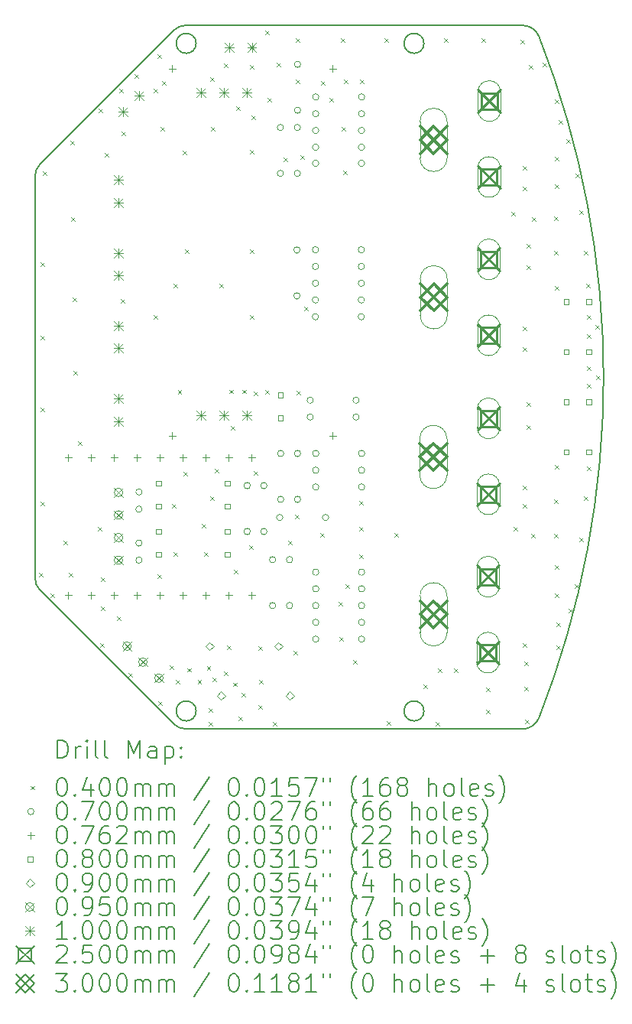
<source format=gbr>
%TF.GenerationSoftware,KiCad,Pcbnew,7.0.9*%
%TF.CreationDate,2024-06-22T14:47:41+09:00*%
%TF.ProjectId,Drive,44726976-652e-46b6-9963-61645f706362,rev?*%
%TF.SameCoordinates,Original*%
%TF.FileFunction,Drillmap*%
%TF.FilePolarity,Positive*%
%FSLAX45Y45*%
G04 Gerber Fmt 4.5, Leading zero omitted, Abs format (unit mm)*
G04 Created by KiCad (PCBNEW 7.0.9) date 2024-06-22 14:47:41*
%MOMM*%
%LPD*%
G01*
G04 APERTURE LIST*
%ADD10C,0.200000*%
%ADD11C,0.100000*%
%ADD12C,0.250000*%
%ADD13C,0.300000*%
G04 APERTURE END LIST*
D10*
X16617730Y-12527601D02*
G75*
G03*
X16617730Y-4989817I-9585690J3768892D01*
G01*
X12095511Y-5392295D02*
X11090619Y-6397187D01*
X11032040Y-6538608D02*
X11032040Y-10978810D01*
X14997598Y-12654419D02*
X16431600Y-12654419D01*
X12566228Y-12595839D02*
G75*
G03*
X12707648Y-12654419I141422J141419D01*
G01*
X14997598Y-4863000D02*
X12707648Y-4863000D01*
X12817648Y-12454419D02*
G75*
G03*
X12817648Y-12454419I-110000J0D01*
G01*
X11090619Y-11120232D02*
X12566227Y-12595840D01*
X16617730Y-4989817D02*
G75*
G03*
X16431600Y-4863000I-186130J-73183D01*
G01*
X16431600Y-4863000D02*
X14997598Y-4863000D01*
X12566227Y-4921579D02*
X12095511Y-5392295D01*
X12707648Y-4862999D02*
G75*
G03*
X12566227Y-4921579I2J-200001D01*
G01*
X11090619Y-6397188D02*
G75*
G03*
X11032040Y-6538608I141421J-141422D01*
G01*
X12707648Y-12654419D02*
X14997598Y-12654419D01*
X12817648Y-5063000D02*
G75*
G03*
X12817648Y-5063000I-110000J0D01*
G01*
X11032040Y-10978810D02*
G75*
G03*
X11090619Y-11120232I200000J0D01*
G01*
X15341600Y-12454419D02*
G75*
G03*
X15341600Y-12454419I-110000J0D01*
G01*
X15341600Y-5063000D02*
G75*
G03*
X15341600Y-5063000I-110000J0D01*
G01*
X16431600Y-12654420D02*
G75*
G03*
X16617730Y-12527601I0J200000D01*
G01*
D11*
X11079800Y-10927400D02*
X11119800Y-10967400D01*
X11119800Y-10927400D02*
X11079800Y-10967400D01*
X11092500Y-7485700D02*
X11132500Y-7525700D01*
X11132500Y-7485700D02*
X11092500Y-7525700D01*
X11092500Y-8298500D02*
X11132500Y-8338500D01*
X11132500Y-8298500D02*
X11092500Y-8338500D01*
X11092500Y-9098600D02*
X11132500Y-9138600D01*
X11132500Y-9098600D02*
X11092500Y-9138600D01*
X11092500Y-10140000D02*
X11132500Y-10180000D01*
X11132500Y-10140000D02*
X11092500Y-10180000D01*
X11117900Y-6482400D02*
X11157900Y-6522400D01*
X11157900Y-6482400D02*
X11117900Y-6522400D01*
X11206800Y-11156000D02*
X11246800Y-11196000D01*
X11246800Y-11156000D02*
X11206800Y-11196000D01*
X11346500Y-10571800D02*
X11386500Y-10611800D01*
X11386500Y-10571800D02*
X11346500Y-10611800D01*
X11410000Y-10927400D02*
X11450000Y-10967400D01*
X11450000Y-10927400D02*
X11410000Y-10967400D01*
X11422700Y-6139500D02*
X11462700Y-6179500D01*
X11462700Y-6139500D02*
X11422700Y-6179500D01*
X11435400Y-6990400D02*
X11475400Y-7030400D01*
X11475400Y-6990400D02*
X11435400Y-7030400D01*
X11448100Y-7879400D02*
X11488100Y-7919400D01*
X11488100Y-7879400D02*
X11448100Y-7919400D01*
X11460800Y-8692200D02*
X11500800Y-8732200D01*
X11500800Y-8692200D02*
X11460800Y-8732200D01*
X11511600Y-9466900D02*
X11551600Y-9506900D01*
X11551600Y-9466900D02*
X11511600Y-9506900D01*
X11727500Y-10419400D02*
X11767500Y-10459400D01*
X11767500Y-10419400D02*
X11727500Y-10459400D01*
X11740200Y-5783900D02*
X11780200Y-5823900D01*
X11780200Y-5783900D02*
X11740200Y-5823900D01*
X11752900Y-11702100D02*
X11792900Y-11742100D01*
X11792900Y-11702100D02*
X11752900Y-11742100D01*
X11765600Y-10978200D02*
X11805600Y-11018200D01*
X11805600Y-10978200D02*
X11765600Y-11018200D01*
X11765600Y-11295700D02*
X11805600Y-11335700D01*
X11805600Y-11295700D02*
X11765600Y-11335700D01*
X11803700Y-6279200D02*
X11843700Y-6319200D01*
X11843700Y-6279200D02*
X11803700Y-6319200D01*
X11943400Y-11410000D02*
X11983400Y-11450000D01*
X11983400Y-11410000D02*
X11943400Y-11450000D01*
X11968800Y-5568000D02*
X12008800Y-5608000D01*
X12008800Y-5568000D02*
X11968800Y-5608000D01*
X11981500Y-7892100D02*
X12021500Y-7932100D01*
X12021500Y-7892100D02*
X11981500Y-7932100D01*
X11994200Y-6037900D02*
X12034200Y-6077900D01*
X12034200Y-6037900D02*
X11994200Y-6077900D01*
X12070400Y-12032300D02*
X12110400Y-12072300D01*
X12110400Y-12032300D02*
X12070400Y-12072300D01*
X12133900Y-5402900D02*
X12173900Y-5442900D01*
X12173900Y-5402900D02*
X12133900Y-5442900D01*
X12349800Y-5568000D02*
X12389800Y-5608000D01*
X12389800Y-5568000D02*
X12349800Y-5608000D01*
X12349800Y-8069900D02*
X12389800Y-8109900D01*
X12389800Y-8069900D02*
X12349800Y-8109900D01*
X12387900Y-5187000D02*
X12427900Y-5227000D01*
X12427900Y-5187000D02*
X12387900Y-5227000D01*
X12387900Y-10940100D02*
X12427900Y-10980100D01*
X12427900Y-10940100D02*
X12387900Y-10980100D01*
X12400600Y-12349800D02*
X12440600Y-12389800D01*
X12440600Y-12349800D02*
X12400600Y-12389800D01*
X12426000Y-5987100D02*
X12466000Y-6027100D01*
X12466000Y-5987100D02*
X12426000Y-6027100D01*
X12438700Y-5479100D02*
X12478700Y-5519100D01*
X12478700Y-5479100D02*
X12438700Y-5519100D01*
X12527600Y-11951020D02*
X12567600Y-11991020D01*
X12567600Y-11951020D02*
X12527600Y-11991020D01*
X12553000Y-10165400D02*
X12593000Y-10205400D01*
X12593000Y-10165400D02*
X12553000Y-10205400D01*
X12565700Y-7727000D02*
X12605700Y-7767000D01*
X12605700Y-7727000D02*
X12565700Y-7767000D01*
X12565700Y-10698800D02*
X12605700Y-10738800D01*
X12605700Y-10698800D02*
X12565700Y-10738800D01*
X12593640Y-12113580D02*
X12633640Y-12153580D01*
X12633640Y-12113580D02*
X12593640Y-12153580D01*
X12613960Y-8903020D02*
X12653960Y-8943020D01*
X12653960Y-8903020D02*
X12613960Y-8943020D01*
X12667300Y-6253800D02*
X12707300Y-6293800D01*
X12707300Y-6253800D02*
X12667300Y-6293800D01*
X12680000Y-9809800D02*
X12720000Y-9849800D01*
X12720000Y-9809800D02*
X12680000Y-9849800D01*
X12692700Y-7346000D02*
X12732700Y-7386000D01*
X12732700Y-7346000D02*
X12692700Y-7386000D01*
X12720640Y-11978960D02*
X12760640Y-12018960D01*
X12760640Y-11978960D02*
X12720640Y-12018960D01*
X12834940Y-12113580D02*
X12874940Y-12153580D01*
X12874940Y-12113580D02*
X12834940Y-12153580D01*
X12883200Y-10381300D02*
X12923200Y-10421300D01*
X12923200Y-10381300D02*
X12883200Y-10421300D01*
X12908600Y-10698800D02*
X12948600Y-10738800D01*
X12948600Y-10698800D02*
X12908600Y-10738800D01*
X12936540Y-11958640D02*
X12976540Y-11998640D01*
X12976540Y-11958640D02*
X12936540Y-11998640D01*
X12959400Y-12426000D02*
X12999400Y-12466000D01*
X12999400Y-12426000D02*
X12959400Y-12466000D01*
X12959400Y-12578400D02*
X12999400Y-12618400D01*
X12999400Y-12578400D02*
X12959400Y-12618400D01*
X12972100Y-5441000D02*
X13012100Y-5481000D01*
X13012100Y-5441000D02*
X12972100Y-5481000D01*
X12972100Y-10076500D02*
X13012100Y-10116500D01*
X13012100Y-10076500D02*
X12972100Y-10116500D01*
X12984800Y-5987100D02*
X13024800Y-6027100D01*
X13024800Y-5987100D02*
X12984800Y-6027100D01*
X12997500Y-12085640D02*
X13037500Y-12125640D01*
X13037500Y-12085640D02*
X12997500Y-12125640D01*
X13022900Y-9771700D02*
X13062900Y-9811700D01*
X13062900Y-9771700D02*
X13022900Y-9811700D01*
X13073700Y-7727000D02*
X13113700Y-7767000D01*
X13113700Y-7727000D02*
X13073700Y-7767000D01*
X13124500Y-5288600D02*
X13164500Y-5328600D01*
X13164500Y-5288600D02*
X13124500Y-5328600D01*
X13127040Y-12019600D02*
X13167040Y-12059600D01*
X13167040Y-12019600D02*
X13127040Y-12059600D01*
X13162600Y-11727500D02*
X13202600Y-11767500D01*
X13202600Y-11727500D02*
X13162600Y-11767500D01*
X13188000Y-8897450D02*
X13228000Y-8937450D01*
X13228000Y-8897450D02*
X13188000Y-8937450D01*
X13200518Y-9299382D02*
X13240518Y-9339382D01*
X13240518Y-9299382D02*
X13200518Y-9339382D01*
X13228640Y-12141520D02*
X13268640Y-12181520D01*
X13268640Y-12141520D02*
X13228640Y-12181520D01*
X13238800Y-10889300D02*
X13278800Y-10929300D01*
X13278800Y-10889300D02*
X13238800Y-10929300D01*
X13264200Y-5758500D02*
X13304200Y-5798500D01*
X13304200Y-5758500D02*
X13264200Y-5798500D01*
X13289600Y-12514900D02*
X13329600Y-12554900D01*
X13329600Y-12514900D02*
X13289600Y-12554900D01*
X13320080Y-12255820D02*
X13360080Y-12295820D01*
X13360080Y-12255820D02*
X13320080Y-12295820D01*
X13331144Y-8897793D02*
X13371144Y-8937793D01*
X13371144Y-8897793D02*
X13331144Y-8937793D01*
X13403900Y-10622600D02*
X13443900Y-10662600D01*
X13443900Y-10622600D02*
X13403900Y-10662600D01*
X13416600Y-5301300D02*
X13456600Y-5341300D01*
X13456600Y-5301300D02*
X13416600Y-5341300D01*
X13416600Y-6241100D02*
X13456600Y-6281100D01*
X13456600Y-6241100D02*
X13416600Y-6281100D01*
X13416600Y-7346000D02*
X13456600Y-7386000D01*
X13456600Y-7346000D02*
X13416600Y-7386000D01*
X13416600Y-8069900D02*
X13456600Y-8109900D01*
X13456600Y-8069900D02*
X13416600Y-8109900D01*
X13429300Y-5860100D02*
X13469300Y-5900100D01*
X13469300Y-5860100D02*
X13429300Y-5900100D01*
X13454700Y-8920800D02*
X13494700Y-8960800D01*
X13494700Y-8920800D02*
X13454700Y-8960800D01*
X13454700Y-9797100D02*
X13494700Y-9837100D01*
X13494700Y-9797100D02*
X13454700Y-9837100D01*
X13505500Y-11740200D02*
X13545500Y-11780200D01*
X13545500Y-11740200D02*
X13505500Y-11780200D01*
X13505500Y-12387900D02*
X13545500Y-12427900D01*
X13545500Y-12387900D02*
X13505500Y-12427900D01*
X13518200Y-12108500D02*
X13558200Y-12148500D01*
X13558200Y-12108500D02*
X13518200Y-12148500D01*
X13581700Y-4920300D02*
X13621700Y-4960300D01*
X13621700Y-4920300D02*
X13581700Y-4960300D01*
X13583837Y-8904938D02*
X13623837Y-8944938D01*
X13623837Y-8904938D02*
X13583837Y-8944938D01*
X13607100Y-5669600D02*
X13647100Y-5709600D01*
X13647100Y-5669600D02*
X13607100Y-5709600D01*
X13670600Y-12578400D02*
X13710600Y-12618400D01*
X13710600Y-12578400D02*
X13670600Y-12618400D01*
X13708700Y-5275900D02*
X13748700Y-5315900D01*
X13748700Y-5275900D02*
X13708700Y-5315900D01*
X13784900Y-6330000D02*
X13824900Y-6370000D01*
X13824900Y-6330000D02*
X13784900Y-6370000D01*
X13835700Y-10571800D02*
X13875700Y-10611800D01*
X13875700Y-10571800D02*
X13835700Y-10611800D01*
X13899200Y-11791000D02*
X13939200Y-11831000D01*
X13939200Y-11791000D02*
X13899200Y-11831000D01*
X13911900Y-10279700D02*
X13951900Y-10319700D01*
X13951900Y-10279700D02*
X13911900Y-10319700D01*
X13924600Y-5009200D02*
X13964600Y-5049200D01*
X13964600Y-5009200D02*
X13924600Y-5049200D01*
X13924600Y-5466400D02*
X13964600Y-5506400D01*
X13964600Y-5466400D02*
X13924600Y-5506400D01*
X13929680Y-8913180D02*
X13969680Y-8953180D01*
X13969680Y-8913180D02*
X13929680Y-8953180D01*
X13975400Y-6304600D02*
X14015400Y-6344600D01*
X14015400Y-6304600D02*
X13975400Y-6344600D01*
X14013500Y-7981000D02*
X14053500Y-8021000D01*
X14053500Y-7981000D02*
X14013500Y-8021000D01*
X14191300Y-10482900D02*
X14231300Y-10522900D01*
X14231300Y-10482900D02*
X14191300Y-10522900D01*
X14204000Y-5479100D02*
X14244000Y-5519100D01*
X14244000Y-5479100D02*
X14204000Y-5519100D01*
X14292900Y-5669600D02*
X14332900Y-5709600D01*
X14332900Y-5669600D02*
X14292900Y-5709600D01*
X14394500Y-11244900D02*
X14434500Y-11284900D01*
X14434500Y-11244900D02*
X14394500Y-11284900D01*
X14407200Y-11638600D02*
X14447200Y-11678600D01*
X14447200Y-11638600D02*
X14407200Y-11678600D01*
X14419900Y-5009200D02*
X14459900Y-5049200D01*
X14459900Y-5009200D02*
X14419900Y-5049200D01*
X14432600Y-5987100D02*
X14472600Y-6027100D01*
X14472600Y-5987100D02*
X14432600Y-6027100D01*
X14445300Y-6469700D02*
X14485300Y-6509700D01*
X14485300Y-6469700D02*
X14445300Y-6509700D01*
X14458000Y-5466400D02*
X14498000Y-5506400D01*
X14498000Y-5466400D02*
X14458000Y-5506400D01*
X14470700Y-11054400D02*
X14510700Y-11094400D01*
X14510700Y-11054400D02*
X14470700Y-11094400D01*
X14559600Y-11892600D02*
X14599600Y-11932600D01*
X14599600Y-11892600D02*
X14559600Y-11932600D01*
X14623100Y-10127300D02*
X14663100Y-10167300D01*
X14663100Y-10127300D02*
X14623100Y-10167300D01*
X14623100Y-10419400D02*
X14663100Y-10459400D01*
X14663100Y-10419400D02*
X14623100Y-10459400D01*
X14623100Y-10724200D02*
X14663100Y-10764200D01*
X14663100Y-10724200D02*
X14623100Y-10764200D01*
X14635800Y-5466400D02*
X14675800Y-5506400D01*
X14675800Y-5466400D02*
X14635800Y-5506400D01*
X14902500Y-5009200D02*
X14942500Y-5049200D01*
X14942500Y-5009200D02*
X14902500Y-5049200D01*
X14927900Y-12565700D02*
X14967900Y-12605700D01*
X14967900Y-12565700D02*
X14927900Y-12605700D01*
X15016800Y-10482900D02*
X15056800Y-10522900D01*
X15056800Y-10482900D02*
X15016800Y-10522900D01*
X15334300Y-12159300D02*
X15374300Y-12199300D01*
X15374300Y-12159300D02*
X15334300Y-12199300D01*
X15474000Y-12578400D02*
X15514000Y-12618400D01*
X15514000Y-12578400D02*
X15474000Y-12618400D01*
X15499400Y-11981500D02*
X15539400Y-12021500D01*
X15539400Y-11981500D02*
X15499400Y-12021500D01*
X15562900Y-5009200D02*
X15602900Y-5049200D01*
X15602900Y-5009200D02*
X15562900Y-5049200D01*
X15677200Y-11981500D02*
X15717200Y-12021500D01*
X15717200Y-11981500D02*
X15677200Y-12021500D01*
X15982000Y-5009200D02*
X16022000Y-5049200D01*
X16022000Y-5009200D02*
X15982000Y-5049200D01*
X16032800Y-12197400D02*
X16072800Y-12237400D01*
X16072800Y-12197400D02*
X16032800Y-12237400D01*
X16032800Y-12438700D02*
X16072800Y-12478700D01*
X16072800Y-12438700D02*
X16032800Y-12478700D01*
X16312200Y-6926900D02*
X16352200Y-6966900D01*
X16352200Y-6926900D02*
X16312200Y-6966900D01*
X16337600Y-10419400D02*
X16377600Y-10459400D01*
X16377600Y-10419400D02*
X16337600Y-10459400D01*
X16413800Y-5021900D02*
X16453800Y-5061900D01*
X16453800Y-5021900D02*
X16413800Y-5061900D01*
X16439200Y-6418900D02*
X16479200Y-6458900D01*
X16479200Y-6418900D02*
X16439200Y-6458900D01*
X16439200Y-6647500D02*
X16479200Y-6687500D01*
X16479200Y-6647500D02*
X16439200Y-6687500D01*
X16439200Y-8196900D02*
X16479200Y-8236900D01*
X16479200Y-8196900D02*
X16439200Y-8236900D01*
X16439200Y-8425500D02*
X16479200Y-8465500D01*
X16479200Y-8425500D02*
X16439200Y-8465500D01*
X16439200Y-9962200D02*
X16479200Y-10002200D01*
X16479200Y-9962200D02*
X16439200Y-10002200D01*
X16439200Y-10165400D02*
X16479200Y-10205400D01*
X16479200Y-10165400D02*
X16439200Y-10205400D01*
X16439200Y-11702100D02*
X16479200Y-11742100D01*
X16479200Y-11702100D02*
X16439200Y-11742100D01*
X16451900Y-11905300D02*
X16491900Y-11945300D01*
X16491900Y-11905300D02*
X16451900Y-11945300D01*
X16451900Y-12184700D02*
X16491900Y-12224700D01*
X16491900Y-12184700D02*
X16451900Y-12224700D01*
X16464600Y-12553000D02*
X16504600Y-12593000D01*
X16504600Y-12553000D02*
X16464600Y-12593000D01*
X16477300Y-7282500D02*
X16517300Y-7322500D01*
X16517300Y-7282500D02*
X16477300Y-7322500D01*
X16477300Y-7523800D02*
X16517300Y-7563800D01*
X16517300Y-7523800D02*
X16477300Y-7563800D01*
X16477300Y-9035100D02*
X16517300Y-9075100D01*
X16517300Y-9035100D02*
X16477300Y-9075100D01*
X16477300Y-9289100D02*
X16517300Y-9329100D01*
X16517300Y-9289100D02*
X16477300Y-9329100D01*
X16502700Y-5301300D02*
X16542700Y-5341300D01*
X16542700Y-5301300D02*
X16502700Y-5341300D01*
X16528100Y-10495600D02*
X16568100Y-10535600D01*
X16568100Y-10495600D02*
X16528100Y-10535600D01*
X16540800Y-6990400D02*
X16580800Y-7030400D01*
X16580800Y-6990400D02*
X16540800Y-7030400D01*
X16655100Y-5275900D02*
X16695100Y-5315900D01*
X16695100Y-5275900D02*
X16655100Y-5315900D01*
X16782100Y-6977700D02*
X16822100Y-7017700D01*
X16822100Y-6977700D02*
X16782100Y-7017700D01*
X16782100Y-7358700D02*
X16822100Y-7398700D01*
X16822100Y-7358700D02*
X16782100Y-7398700D01*
X16782100Y-10114600D02*
X16822100Y-10154600D01*
X16822100Y-10114600D02*
X16782100Y-10154600D01*
X16782100Y-10495600D02*
X16822100Y-10535600D01*
X16822100Y-10495600D02*
X16782100Y-10535600D01*
X16794800Y-5682300D02*
X16834800Y-5722300D01*
X16834800Y-5682300D02*
X16794800Y-5722300D01*
X16794800Y-6317300D02*
X16834800Y-6357300D01*
X16834800Y-6317300D02*
X16794800Y-6357300D01*
X16794800Y-6622100D02*
X16834800Y-6662100D01*
X16834800Y-6622100D02*
X16794800Y-6662100D01*
X16794800Y-7752400D02*
X16834800Y-7792400D01*
X16834800Y-7752400D02*
X16794800Y-7792400D01*
X16794800Y-9733600D02*
X16834800Y-9773600D01*
X16834800Y-9733600D02*
X16794800Y-9773600D01*
X16794800Y-10838500D02*
X16834800Y-10878500D01*
X16834800Y-10838500D02*
X16794800Y-10878500D01*
X16794800Y-11156000D02*
X16834800Y-11196000D01*
X16834800Y-11156000D02*
X16794800Y-11196000D01*
X16807500Y-11473500D02*
X16847500Y-11513500D01*
X16847500Y-11473500D02*
X16807500Y-11513500D01*
X16807500Y-11727500D02*
X16847500Y-11767500D01*
X16847500Y-11727500D02*
X16807500Y-11767500D01*
X16832900Y-5910900D02*
X16872900Y-5950900D01*
X16872900Y-5910900D02*
X16832900Y-5950900D01*
X16921800Y-6126800D02*
X16961800Y-6166800D01*
X16961800Y-6126800D02*
X16921800Y-6166800D01*
X16947200Y-11321100D02*
X16987200Y-11361100D01*
X16987200Y-11321100D02*
X16947200Y-11361100D01*
X17010700Y-11054400D02*
X17050700Y-11094400D01*
X17050700Y-11054400D02*
X17010700Y-11094400D01*
X17023400Y-6507800D02*
X17063400Y-6547800D01*
X17063400Y-6507800D02*
X17023400Y-6547800D01*
X17061500Y-6914200D02*
X17101500Y-6954200D01*
X17101500Y-6914200D02*
X17061500Y-6954200D01*
X17061500Y-10533700D02*
X17101500Y-10573700D01*
X17101500Y-10533700D02*
X17061500Y-10573700D01*
X17112300Y-7358700D02*
X17152300Y-7398700D01*
X17152300Y-7358700D02*
X17112300Y-7398700D01*
X17112300Y-10076500D02*
X17152300Y-10116500D01*
X17152300Y-10076500D02*
X17112300Y-10116500D01*
X17137700Y-7727000D02*
X17177700Y-7767000D01*
X17177700Y-7727000D02*
X17137700Y-7767000D01*
X17150400Y-8069900D02*
X17190400Y-8109900D01*
X17190400Y-8069900D02*
X17150400Y-8109900D01*
X17150400Y-8285800D02*
X17190400Y-8325800D01*
X17190400Y-8285800D02*
X17150400Y-8325800D01*
X17150400Y-8641400D02*
X17190400Y-8681400D01*
X17190400Y-8641400D02*
X17150400Y-8681400D01*
X17150400Y-8831900D02*
X17190400Y-8871900D01*
X17190400Y-8831900D02*
X17150400Y-8871900D01*
X17150400Y-9746300D02*
X17190400Y-9786300D01*
X17190400Y-9746300D02*
X17150400Y-9786300D01*
X17239300Y-8184200D02*
X17279300Y-8224200D01*
X17279300Y-8184200D02*
X17239300Y-8224200D01*
X17252000Y-8743000D02*
X17292000Y-8783000D01*
X17292000Y-8743000D02*
X17252000Y-8783000D01*
X12219380Y-10030020D02*
G75*
G03*
X12219380Y-10030020I-35000J0D01*
G01*
X12219380Y-10220020D02*
G75*
G03*
X12219380Y-10220020I-35000J0D01*
G01*
X12219380Y-10594840D02*
G75*
G03*
X12219380Y-10594840I-35000J0D01*
G01*
X12219380Y-10784840D02*
G75*
G03*
X12219380Y-10784840I-35000J0D01*
G01*
X13419120Y-9959340D02*
G75*
G03*
X13419120Y-9959340I-35000J0D01*
G01*
X13419120Y-10467340D02*
G75*
G03*
X13419120Y-10467340I-35000J0D01*
G01*
X13603680Y-9959340D02*
G75*
G03*
X13603680Y-9959340I-35000J0D01*
G01*
X13603680Y-10467340D02*
G75*
G03*
X13603680Y-10467340I-35000J0D01*
G01*
X13700200Y-10779760D02*
G75*
G03*
X13700200Y-10779760I-35000J0D01*
G01*
X13700200Y-11287760D02*
G75*
G03*
X13700200Y-11287760I-35000J0D01*
G01*
X13778940Y-10312400D02*
G75*
G03*
X13778940Y-10312400I-35000J0D01*
G01*
X13786560Y-5994400D02*
G75*
G03*
X13786560Y-5994400I-35000J0D01*
G01*
X13786560Y-6502400D02*
G75*
G03*
X13786560Y-6502400I-35000J0D01*
G01*
X13789100Y-9603740D02*
G75*
G03*
X13789100Y-9603740I-35000J0D01*
G01*
X13789100Y-10111740D02*
G75*
G03*
X13789100Y-10111740I-35000J0D01*
G01*
X13888160Y-10779760D02*
G75*
G03*
X13888160Y-10779760I-35000J0D01*
G01*
X13888160Y-11287760D02*
G75*
G03*
X13888160Y-11287760I-35000J0D01*
G01*
X13969440Y-7350760D02*
G75*
G03*
X13969440Y-7350760I-35000J0D01*
G01*
X13969440Y-7858760D02*
G75*
G03*
X13969440Y-7858760I-35000J0D01*
G01*
X13974520Y-5994400D02*
G75*
G03*
X13974520Y-5994400I-35000J0D01*
G01*
X13974520Y-6502400D02*
G75*
G03*
X13974520Y-6502400I-35000J0D01*
G01*
X13977060Y-5295900D02*
G75*
G03*
X13977060Y-5295900I-35000J0D01*
G01*
X13977060Y-5803900D02*
G75*
G03*
X13977060Y-5803900I-35000J0D01*
G01*
X13977060Y-9603740D02*
G75*
G03*
X13977060Y-9603740I-35000J0D01*
G01*
X13977060Y-10111740D02*
G75*
G03*
X13977060Y-10111740I-35000J0D01*
G01*
X14116760Y-9014460D02*
G75*
G03*
X14116760Y-9014460I-35000J0D01*
G01*
X14116760Y-9199880D02*
G75*
G03*
X14116760Y-9199880I-35000J0D01*
G01*
X14175180Y-7348220D02*
G75*
G03*
X14175180Y-7348220I-35000J0D01*
G01*
X14175180Y-7533640D02*
G75*
G03*
X14175180Y-7533640I-35000J0D01*
G01*
X14175180Y-7719060D02*
G75*
G03*
X14175180Y-7719060I-35000J0D01*
G01*
X14175180Y-7904480D02*
G75*
G03*
X14175180Y-7904480I-35000J0D01*
G01*
X14175180Y-8089900D02*
G75*
G03*
X14175180Y-8089900I-35000J0D01*
G01*
X14177720Y-5656580D02*
G75*
G03*
X14177720Y-5656580I-35000J0D01*
G01*
X14177720Y-5842000D02*
G75*
G03*
X14177720Y-5842000I-35000J0D01*
G01*
X14177720Y-6027420D02*
G75*
G03*
X14177720Y-6027420I-35000J0D01*
G01*
X14177720Y-6212840D02*
G75*
G03*
X14177720Y-6212840I-35000J0D01*
G01*
X14177720Y-6390640D02*
G75*
G03*
X14177720Y-6390640I-35000J0D01*
G01*
X14177720Y-9603740D02*
G75*
G03*
X14177720Y-9603740I-35000J0D01*
G01*
X14177720Y-9789160D02*
G75*
G03*
X14177720Y-9789160I-35000J0D01*
G01*
X14177720Y-9974580D02*
G75*
G03*
X14177720Y-9974580I-35000J0D01*
G01*
X14177720Y-10916920D02*
G75*
G03*
X14177720Y-10916920I-35000J0D01*
G01*
X14177720Y-11102340D02*
G75*
G03*
X14177720Y-11102340I-35000J0D01*
G01*
X14177720Y-11287760D02*
G75*
G03*
X14177720Y-11287760I-35000J0D01*
G01*
X14177720Y-11473180D02*
G75*
G03*
X14177720Y-11473180I-35000J0D01*
G01*
X14177720Y-11658600D02*
G75*
G03*
X14177720Y-11658600I-35000J0D01*
G01*
X14286940Y-10312400D02*
G75*
G03*
X14286940Y-10312400I-35000J0D01*
G01*
X14624760Y-9014460D02*
G75*
G03*
X14624760Y-9014460I-35000J0D01*
G01*
X14624760Y-9199880D02*
G75*
G03*
X14624760Y-9199880I-35000J0D01*
G01*
X14683180Y-7348220D02*
G75*
G03*
X14683180Y-7348220I-35000J0D01*
G01*
X14683180Y-7533640D02*
G75*
G03*
X14683180Y-7533640I-35000J0D01*
G01*
X14683180Y-7719060D02*
G75*
G03*
X14683180Y-7719060I-35000J0D01*
G01*
X14683180Y-7904480D02*
G75*
G03*
X14683180Y-7904480I-35000J0D01*
G01*
X14683180Y-8089900D02*
G75*
G03*
X14683180Y-8089900I-35000J0D01*
G01*
X14685720Y-5656580D02*
G75*
G03*
X14685720Y-5656580I-35000J0D01*
G01*
X14685720Y-5842000D02*
G75*
G03*
X14685720Y-5842000I-35000J0D01*
G01*
X14685720Y-6027420D02*
G75*
G03*
X14685720Y-6027420I-35000J0D01*
G01*
X14685720Y-6212840D02*
G75*
G03*
X14685720Y-6212840I-35000J0D01*
G01*
X14685720Y-6390640D02*
G75*
G03*
X14685720Y-6390640I-35000J0D01*
G01*
X14685720Y-9603740D02*
G75*
G03*
X14685720Y-9603740I-35000J0D01*
G01*
X14685720Y-9789160D02*
G75*
G03*
X14685720Y-9789160I-35000J0D01*
G01*
X14685720Y-9974580D02*
G75*
G03*
X14685720Y-9974580I-35000J0D01*
G01*
X14685720Y-10916920D02*
G75*
G03*
X14685720Y-10916920I-35000J0D01*
G01*
X14685720Y-11102340D02*
G75*
G03*
X14685720Y-11102340I-35000J0D01*
G01*
X14685720Y-11287760D02*
G75*
G03*
X14685720Y-11287760I-35000J0D01*
G01*
X14685720Y-11473180D02*
G75*
G03*
X14685720Y-11473180I-35000J0D01*
G01*
X14685720Y-11658600D02*
G75*
G03*
X14685720Y-11658600I-35000J0D01*
G01*
X11401900Y-9608820D02*
X11401900Y-9685020D01*
X11363800Y-9646920D02*
X11440000Y-9646920D01*
X11401900Y-11132820D02*
X11401900Y-11209020D01*
X11363800Y-11170920D02*
X11440000Y-11170920D01*
X11655900Y-9608820D02*
X11655900Y-9685020D01*
X11617800Y-9646920D02*
X11694000Y-9646920D01*
X11655900Y-11132820D02*
X11655900Y-11209020D01*
X11617800Y-11170920D02*
X11694000Y-11170920D01*
X11909900Y-9608820D02*
X11909900Y-9685020D01*
X11871800Y-9646920D02*
X11948000Y-9646920D01*
X11909900Y-11132820D02*
X11909900Y-11209020D01*
X11871800Y-11170920D02*
X11948000Y-11170920D01*
X12163900Y-9608820D02*
X12163900Y-9685020D01*
X12125800Y-9646920D02*
X12202000Y-9646920D01*
X12163900Y-11132820D02*
X12163900Y-11209020D01*
X12125800Y-11170920D02*
X12202000Y-11170920D01*
X12417900Y-9608820D02*
X12417900Y-9685020D01*
X12379800Y-9646920D02*
X12456000Y-9646920D01*
X12417900Y-11132820D02*
X12417900Y-11209020D01*
X12379800Y-11170920D02*
X12456000Y-11170920D01*
X12552680Y-5303520D02*
X12552680Y-5379720D01*
X12514580Y-5341620D02*
X12590780Y-5341620D01*
X12552680Y-9367520D02*
X12552680Y-9443720D01*
X12514580Y-9405620D02*
X12590780Y-9405620D01*
X12671900Y-9608820D02*
X12671900Y-9685020D01*
X12633800Y-9646920D02*
X12710000Y-9646920D01*
X12671900Y-11132820D02*
X12671900Y-11209020D01*
X12633800Y-11170920D02*
X12710000Y-11170920D01*
X12925900Y-9608820D02*
X12925900Y-9685020D01*
X12887800Y-9646920D02*
X12964000Y-9646920D01*
X12925900Y-11132820D02*
X12925900Y-11209020D01*
X12887800Y-11170920D02*
X12964000Y-11170920D01*
X13179900Y-9608820D02*
X13179900Y-9685020D01*
X13141800Y-9646920D02*
X13218000Y-9646920D01*
X13179900Y-11132820D02*
X13179900Y-11209020D01*
X13141800Y-11170920D02*
X13218000Y-11170920D01*
X13433900Y-9608820D02*
X13433900Y-9685020D01*
X13395800Y-9646920D02*
X13472000Y-9646920D01*
X13433900Y-11132820D02*
X13433900Y-11209020D01*
X13395800Y-11170920D02*
X13472000Y-11170920D01*
X14330680Y-5303520D02*
X14330680Y-5379720D01*
X14292580Y-5341620D02*
X14368780Y-5341620D01*
X14330680Y-9367520D02*
X14330680Y-9443720D01*
X14292580Y-9405620D02*
X14368780Y-9405620D01*
X12429024Y-10495125D02*
X12429024Y-10438556D01*
X12372455Y-10438556D01*
X12372455Y-10495125D01*
X12429024Y-10495125D01*
X12429024Y-10749125D02*
X12429024Y-10692556D01*
X12372455Y-10692556D01*
X12372455Y-10749125D01*
X12429024Y-10749125D01*
X12429564Y-9961725D02*
X12429564Y-9905156D01*
X12372995Y-9905156D01*
X12372995Y-9961725D01*
X12429564Y-9961725D01*
X12429564Y-10215725D02*
X12429564Y-10159156D01*
X12372995Y-10159156D01*
X12372995Y-10215725D01*
X12429564Y-10215725D01*
X13191024Y-10495125D02*
X13191024Y-10438556D01*
X13134455Y-10438556D01*
X13134455Y-10495125D01*
X13191024Y-10495125D01*
X13191024Y-10749125D02*
X13191024Y-10692556D01*
X13134455Y-10692556D01*
X13134455Y-10749125D01*
X13191024Y-10749125D01*
X13191564Y-9961725D02*
X13191564Y-9905156D01*
X13134995Y-9905156D01*
X13134995Y-9961725D01*
X13191564Y-9961725D01*
X13191564Y-10215725D02*
X13191564Y-10159156D01*
X13134995Y-10159156D01*
X13134995Y-10215725D01*
X13191564Y-10215725D01*
X13779844Y-8985785D02*
X13779844Y-8929216D01*
X13723275Y-8929216D01*
X13723275Y-8985785D01*
X13779844Y-8985785D01*
X13779844Y-9235785D02*
X13779844Y-9179216D01*
X13723275Y-9179216D01*
X13723275Y-9235785D01*
X13779844Y-9235785D01*
X16947276Y-7953084D02*
X16947276Y-7896515D01*
X16890707Y-7896515D01*
X16890707Y-7953084D01*
X16947276Y-7953084D01*
X16947276Y-8506805D02*
X16947276Y-8450236D01*
X16890707Y-8450236D01*
X16890707Y-8506805D01*
X16947276Y-8506805D01*
X16947276Y-9060525D02*
X16947276Y-9003956D01*
X16890707Y-9003956D01*
X16890707Y-9060525D01*
X16947276Y-9060525D01*
X16947276Y-9614245D02*
X16947276Y-9557676D01*
X16890707Y-9557676D01*
X16890707Y-9614245D01*
X16947276Y-9614245D01*
X17197276Y-7953084D02*
X17197276Y-7896515D01*
X17140707Y-7896515D01*
X17140707Y-7953084D01*
X17197276Y-7953084D01*
X17197276Y-8506805D02*
X17197276Y-8450236D01*
X17140707Y-8450236D01*
X17140707Y-8506805D01*
X17197276Y-8506805D01*
X17197276Y-9060525D02*
X17197276Y-9003956D01*
X17140707Y-9003956D01*
X17140707Y-9060525D01*
X17197276Y-9060525D01*
X17197276Y-9614245D02*
X17197276Y-9557676D01*
X17140707Y-9557676D01*
X17140707Y-9614245D01*
X17197276Y-9614245D01*
X12969240Y-11782340D02*
X13014240Y-11737340D01*
X12969240Y-11692340D01*
X12924240Y-11737340D01*
X12969240Y-11782340D01*
X13093700Y-12330980D02*
X13138700Y-12285980D01*
X13093700Y-12240980D01*
X13048700Y-12285980D01*
X13093700Y-12330980D01*
X13731240Y-11782340D02*
X13776240Y-11737340D01*
X13731240Y-11692340D01*
X13686240Y-11737340D01*
X13731240Y-11782340D01*
X13855700Y-12330980D02*
X13900700Y-12285980D01*
X13855700Y-12240980D01*
X13810700Y-12285980D01*
X13855700Y-12330980D01*
X11910820Y-9987320D02*
X12005820Y-10082320D01*
X12005820Y-9987320D02*
X11910820Y-10082320D01*
X12005820Y-10034820D02*
G75*
G03*
X12005820Y-10034820I-47500J0D01*
G01*
X11910820Y-10237320D02*
X12005820Y-10332320D01*
X12005820Y-10237320D02*
X11910820Y-10332320D01*
X12005820Y-10284820D02*
G75*
G03*
X12005820Y-10284820I-47500J0D01*
G01*
X11910820Y-10487320D02*
X12005820Y-10582320D01*
X12005820Y-10487320D02*
X11910820Y-10582320D01*
X12005820Y-10534820D02*
G75*
G03*
X12005820Y-10534820I-47500J0D01*
G01*
X11910820Y-10737320D02*
X12005820Y-10832320D01*
X12005820Y-10737320D02*
X11910820Y-10832320D01*
X12005820Y-10784820D02*
G75*
G03*
X12005820Y-10784820I-47500J0D01*
G01*
X12004307Y-11689347D02*
X12099307Y-11784347D01*
X12099307Y-11689347D02*
X12004307Y-11784347D01*
X12099307Y-11736847D02*
G75*
G03*
X12099307Y-11736847I-47500J0D01*
G01*
X12181083Y-11866123D02*
X12276083Y-11961123D01*
X12276083Y-11866123D02*
X12181083Y-11961123D01*
X12276083Y-11913623D02*
G75*
G03*
X12276083Y-11913623I-47500J0D01*
G01*
X12357860Y-12042900D02*
X12452860Y-12137900D01*
X12452860Y-12042900D02*
X12357860Y-12137900D01*
X12452860Y-12090400D02*
G75*
G03*
X12452860Y-12090400I-47500J0D01*
G01*
X11910420Y-6525520D02*
X12010420Y-6625520D01*
X12010420Y-6525520D02*
X11910420Y-6625520D01*
X11960420Y-6525520D02*
X11960420Y-6625520D01*
X11910420Y-6575520D02*
X12010420Y-6575520D01*
X11910420Y-6775520D02*
X12010420Y-6875520D01*
X12010420Y-6775520D02*
X11910420Y-6875520D01*
X11960420Y-6775520D02*
X11960420Y-6875520D01*
X11910420Y-6825520D02*
X12010420Y-6825520D01*
X11910420Y-7333600D02*
X12010420Y-7433600D01*
X12010420Y-7333600D02*
X11910420Y-7433600D01*
X11960420Y-7333600D02*
X11960420Y-7433600D01*
X11910420Y-7383600D02*
X12010420Y-7383600D01*
X11910420Y-7583600D02*
X12010420Y-7683600D01*
X12010420Y-7583600D02*
X11910420Y-7683600D01*
X11960420Y-7583600D02*
X11960420Y-7683600D01*
X11910420Y-7633600D02*
X12010420Y-7633600D01*
X11910420Y-8138780D02*
X12010420Y-8238780D01*
X12010420Y-8138780D02*
X11910420Y-8238780D01*
X11960420Y-8138780D02*
X11960420Y-8238780D01*
X11910420Y-8188780D02*
X12010420Y-8188780D01*
X11910420Y-8388780D02*
X12010420Y-8488780D01*
X12010420Y-8388780D02*
X11910420Y-8488780D01*
X11960420Y-8388780D02*
X11960420Y-8488780D01*
X11910420Y-8438780D02*
X12010420Y-8438780D01*
X11910420Y-8946500D02*
X12010420Y-9046500D01*
X12010420Y-8946500D02*
X11910420Y-9046500D01*
X11960420Y-8946500D02*
X11960420Y-9046500D01*
X11910420Y-8996500D02*
X12010420Y-8996500D01*
X11910420Y-9196500D02*
X12010420Y-9296500D01*
X12010420Y-9196500D02*
X11910420Y-9296500D01*
X11960420Y-9196500D02*
X11960420Y-9296500D01*
X11910420Y-9246500D02*
X12010420Y-9246500D01*
X11961660Y-5771680D02*
X12061660Y-5871680D01*
X12061660Y-5771680D02*
X11961660Y-5871680D01*
X12011660Y-5771680D02*
X12011660Y-5871680D01*
X11961660Y-5821680D02*
X12061660Y-5821680D01*
X12138437Y-5594903D02*
X12238437Y-5694903D01*
X12238437Y-5594903D02*
X12138437Y-5694903D01*
X12188437Y-5594903D02*
X12188437Y-5694903D01*
X12138437Y-5644903D02*
X12238437Y-5644903D01*
X12825260Y-5558320D02*
X12925260Y-5658320D01*
X12925260Y-5558320D02*
X12825260Y-5658320D01*
X12875260Y-5558320D02*
X12875260Y-5658320D01*
X12825260Y-5608320D02*
X12925260Y-5608320D01*
X12825260Y-9130080D02*
X12925260Y-9230080D01*
X12925260Y-9130080D02*
X12825260Y-9230080D01*
X12875260Y-9130080D02*
X12875260Y-9230080D01*
X12825260Y-9180080D02*
X12925260Y-9180080D01*
X13079260Y-5558320D02*
X13179260Y-5658320D01*
X13179260Y-5558320D02*
X13079260Y-5658320D01*
X13129260Y-5558320D02*
X13129260Y-5658320D01*
X13079260Y-5608320D02*
X13179260Y-5608320D01*
X13079260Y-9130080D02*
X13179260Y-9230080D01*
X13179260Y-9130080D02*
X13079260Y-9230080D01*
X13129260Y-9130080D02*
X13129260Y-9230080D01*
X13079260Y-9180080D02*
X13179260Y-9180080D01*
X13135140Y-5055400D02*
X13235140Y-5155400D01*
X13235140Y-5055400D02*
X13135140Y-5155400D01*
X13185140Y-5055400D02*
X13185140Y-5155400D01*
X13135140Y-5105400D02*
X13235140Y-5105400D01*
X13333260Y-5558320D02*
X13433260Y-5658320D01*
X13433260Y-5558320D02*
X13333260Y-5658320D01*
X13383260Y-5558320D02*
X13383260Y-5658320D01*
X13333260Y-5608320D02*
X13433260Y-5608320D01*
X13333260Y-9130080D02*
X13433260Y-9230080D01*
X13433260Y-9130080D02*
X13333260Y-9230080D01*
X13383260Y-9130080D02*
X13383260Y-9230080D01*
X13333260Y-9180080D02*
X13433260Y-9180080D01*
X13385140Y-5055400D02*
X13485140Y-5155400D01*
X13485140Y-5055400D02*
X13385140Y-5155400D01*
X13435140Y-5055400D02*
X13435140Y-5155400D01*
X13385140Y-5105400D02*
X13485140Y-5105400D01*
D12*
X15925260Y-11683460D02*
X16175260Y-11933460D01*
X16175260Y-11683460D02*
X15925260Y-11933460D01*
X16138649Y-11896849D02*
X16138649Y-11720071D01*
X15961871Y-11720071D01*
X15961871Y-11896849D01*
X16138649Y-11896849D01*
D11*
X15925260Y-11708460D02*
X15925260Y-11908460D01*
X15925260Y-11908460D02*
G75*
G03*
X16175260Y-11908460I125000J0D01*
G01*
X16175260Y-11908460D02*
X16175260Y-11708460D01*
X16175260Y-11708460D02*
G75*
G03*
X15925260Y-11708460I-125000J0D01*
G01*
D12*
X15927800Y-10842720D02*
X16177800Y-11092720D01*
X16177800Y-10842720D02*
X15927800Y-11092720D01*
X16141189Y-11056109D02*
X16141189Y-10879331D01*
X15964411Y-10879331D01*
X15964411Y-11056109D01*
X16141189Y-11056109D01*
D11*
X15927800Y-10867720D02*
X15927800Y-11067720D01*
X15927800Y-11067720D02*
G75*
G03*
X16177800Y-11067720I125000J0D01*
G01*
X16177800Y-11067720D02*
X16177800Y-10867720D01*
X16177800Y-10867720D02*
G75*
G03*
X15927800Y-10867720I-125000J0D01*
G01*
D12*
X15930340Y-9930860D02*
X16180340Y-10180860D01*
X16180340Y-9930860D02*
X15930340Y-10180860D01*
X16143729Y-10144249D02*
X16143729Y-9967471D01*
X15966951Y-9967471D01*
X15966951Y-10144249D01*
X16143729Y-10144249D01*
D11*
X15930340Y-9955860D02*
X15930340Y-10155860D01*
X15930340Y-10155860D02*
G75*
G03*
X16180340Y-10155860I125000J0D01*
G01*
X16180340Y-10155860D02*
X16180340Y-9955860D01*
X16180340Y-9955860D02*
G75*
G03*
X15930340Y-9955860I-125000J0D01*
G01*
D12*
X15932880Y-8170640D02*
X16182880Y-8420640D01*
X16182880Y-8170640D02*
X15932880Y-8420640D01*
X16146269Y-8384029D02*
X16146269Y-8207251D01*
X15969491Y-8207251D01*
X15969491Y-8384029D01*
X16146269Y-8384029D01*
D11*
X15932880Y-8195640D02*
X15932880Y-8395640D01*
X15932880Y-8395640D02*
G75*
G03*
X16182880Y-8395640I125000J0D01*
G01*
X16182880Y-8395640D02*
X16182880Y-8195640D01*
X16182880Y-8195640D02*
G75*
G03*
X15932880Y-8195640I-125000J0D01*
G01*
D12*
X15932880Y-9090120D02*
X16182880Y-9340120D01*
X16182880Y-9090120D02*
X15932880Y-9340120D01*
X16146269Y-9303509D02*
X16146269Y-9126731D01*
X15969491Y-9126731D01*
X15969491Y-9303509D01*
X16146269Y-9303509D01*
D11*
X15932880Y-9115120D02*
X15932880Y-9315120D01*
X15932880Y-9315120D02*
G75*
G03*
X16182880Y-9315120I125000J0D01*
G01*
X16182880Y-9315120D02*
X16182880Y-9115120D01*
X16182880Y-9115120D02*
G75*
G03*
X15932880Y-9115120I-125000J0D01*
G01*
D12*
X15935420Y-7329900D02*
X16185420Y-7579900D01*
X16185420Y-7329900D02*
X15935420Y-7579900D01*
X16148809Y-7543289D02*
X16148809Y-7366511D01*
X15972031Y-7366511D01*
X15972031Y-7543289D01*
X16148809Y-7543289D01*
D11*
X15935420Y-7354900D02*
X15935420Y-7554900D01*
X15935420Y-7554900D02*
G75*
G03*
X16185420Y-7554900I125000J0D01*
G01*
X16185420Y-7554900D02*
X16185420Y-7354900D01*
X16185420Y-7354900D02*
G75*
G03*
X15935420Y-7354900I-125000J0D01*
G01*
D12*
X15937960Y-6418040D02*
X16187960Y-6668040D01*
X16187960Y-6418040D02*
X15937960Y-6668040D01*
X16151349Y-6631429D02*
X16151349Y-6454651D01*
X15974571Y-6454651D01*
X15974571Y-6631429D01*
X16151349Y-6631429D01*
D11*
X15937960Y-6443040D02*
X15937960Y-6643040D01*
X15937960Y-6643040D02*
G75*
G03*
X16187960Y-6643040I125000J0D01*
G01*
X16187960Y-6643040D02*
X16187960Y-6443040D01*
X16187960Y-6443040D02*
G75*
G03*
X15937960Y-6443040I-125000J0D01*
G01*
D12*
X15940500Y-5577300D02*
X16190500Y-5827300D01*
X16190500Y-5577300D02*
X15940500Y-5827300D01*
X16153889Y-5790689D02*
X16153889Y-5613911D01*
X15977111Y-5613911D01*
X15977111Y-5790689D01*
X16153889Y-5790689D01*
D11*
X15940500Y-5602300D02*
X15940500Y-5802300D01*
X15940500Y-5802300D02*
G75*
G03*
X16190500Y-5802300I125000J0D01*
G01*
X16190500Y-5802300D02*
X16190500Y-5602300D01*
X16190500Y-5602300D02*
G75*
G03*
X15940500Y-5602300I-125000J0D01*
G01*
D13*
X15295740Y-9491840D02*
X15595740Y-9791840D01*
X15595740Y-9491840D02*
X15295740Y-9791840D01*
X15445740Y-9791840D02*
X15595740Y-9641840D01*
X15445740Y-9491840D01*
X15295740Y-9641840D01*
X15445740Y-9791840D01*
D11*
X15295740Y-9441840D02*
X15295740Y-9841840D01*
X15295740Y-9841840D02*
G75*
G03*
X15595740Y-9841840I150000J0D01*
G01*
X15595740Y-9841840D02*
X15595740Y-9441840D01*
X15595740Y-9441840D02*
G75*
G03*
X15295740Y-9441840I-150000J0D01*
G01*
D13*
X15298280Y-5981560D02*
X15598280Y-6281560D01*
X15598280Y-5981560D02*
X15298280Y-6281560D01*
X15448280Y-6281560D02*
X15598280Y-6131560D01*
X15448280Y-5981560D01*
X15298280Y-6131560D01*
X15448280Y-6281560D01*
D11*
X15298280Y-5931560D02*
X15298280Y-6331560D01*
X15298280Y-6331560D02*
G75*
G03*
X15598280Y-6331560I150000J0D01*
G01*
X15598280Y-6331560D02*
X15598280Y-5931560D01*
X15598280Y-5931560D02*
G75*
G03*
X15298280Y-5931560I-150000J0D01*
G01*
D13*
X15298280Y-11234280D02*
X15598280Y-11534280D01*
X15598280Y-11234280D02*
X15298280Y-11534280D01*
X15448280Y-11534280D02*
X15598280Y-11384280D01*
X15448280Y-11234280D01*
X15298280Y-11384280D01*
X15448280Y-11534280D01*
D11*
X15298280Y-11184280D02*
X15298280Y-11584280D01*
X15298280Y-11584280D02*
G75*
G03*
X15598280Y-11584280I150000J0D01*
G01*
X15598280Y-11584280D02*
X15598280Y-11184280D01*
X15598280Y-11184280D02*
G75*
G03*
X15298280Y-11184280I-150000J0D01*
G01*
D13*
X15300820Y-7724000D02*
X15600820Y-8024000D01*
X15600820Y-7724000D02*
X15300820Y-8024000D01*
X15450820Y-8024000D02*
X15600820Y-7874000D01*
X15450820Y-7724000D01*
X15300820Y-7874000D01*
X15450820Y-8024000D01*
D11*
X15300820Y-7674000D02*
X15300820Y-8074000D01*
X15300820Y-8074000D02*
G75*
G03*
X15600820Y-8074000I150000J0D01*
G01*
X15600820Y-8074000D02*
X15600820Y-7674000D01*
X15600820Y-7674000D02*
G75*
G03*
X15300820Y-7674000I-150000J0D01*
G01*
D10*
X11282817Y-12975903D02*
X11282817Y-12775903D01*
X11282817Y-12775903D02*
X11330436Y-12775903D01*
X11330436Y-12775903D02*
X11359007Y-12785427D01*
X11359007Y-12785427D02*
X11378055Y-12804474D01*
X11378055Y-12804474D02*
X11387579Y-12823522D01*
X11387579Y-12823522D02*
X11397102Y-12861617D01*
X11397102Y-12861617D02*
X11397102Y-12890188D01*
X11397102Y-12890188D02*
X11387579Y-12928284D01*
X11387579Y-12928284D02*
X11378055Y-12947331D01*
X11378055Y-12947331D02*
X11359007Y-12966379D01*
X11359007Y-12966379D02*
X11330436Y-12975903D01*
X11330436Y-12975903D02*
X11282817Y-12975903D01*
X11482817Y-12975903D02*
X11482817Y-12842569D01*
X11482817Y-12880665D02*
X11492340Y-12861617D01*
X11492340Y-12861617D02*
X11501864Y-12852093D01*
X11501864Y-12852093D02*
X11520912Y-12842569D01*
X11520912Y-12842569D02*
X11539960Y-12842569D01*
X11606626Y-12975903D02*
X11606626Y-12842569D01*
X11606626Y-12775903D02*
X11597102Y-12785427D01*
X11597102Y-12785427D02*
X11606626Y-12794950D01*
X11606626Y-12794950D02*
X11616150Y-12785427D01*
X11616150Y-12785427D02*
X11606626Y-12775903D01*
X11606626Y-12775903D02*
X11606626Y-12794950D01*
X11730436Y-12975903D02*
X11711388Y-12966379D01*
X11711388Y-12966379D02*
X11701864Y-12947331D01*
X11701864Y-12947331D02*
X11701864Y-12775903D01*
X11835198Y-12975903D02*
X11816150Y-12966379D01*
X11816150Y-12966379D02*
X11806626Y-12947331D01*
X11806626Y-12947331D02*
X11806626Y-12775903D01*
X12063769Y-12975903D02*
X12063769Y-12775903D01*
X12063769Y-12775903D02*
X12130436Y-12918760D01*
X12130436Y-12918760D02*
X12197102Y-12775903D01*
X12197102Y-12775903D02*
X12197102Y-12975903D01*
X12378055Y-12975903D02*
X12378055Y-12871141D01*
X12378055Y-12871141D02*
X12368531Y-12852093D01*
X12368531Y-12852093D02*
X12349483Y-12842569D01*
X12349483Y-12842569D02*
X12311388Y-12842569D01*
X12311388Y-12842569D02*
X12292340Y-12852093D01*
X12378055Y-12966379D02*
X12359007Y-12975903D01*
X12359007Y-12975903D02*
X12311388Y-12975903D01*
X12311388Y-12975903D02*
X12292340Y-12966379D01*
X12292340Y-12966379D02*
X12282817Y-12947331D01*
X12282817Y-12947331D02*
X12282817Y-12928284D01*
X12282817Y-12928284D02*
X12292340Y-12909236D01*
X12292340Y-12909236D02*
X12311388Y-12899712D01*
X12311388Y-12899712D02*
X12359007Y-12899712D01*
X12359007Y-12899712D02*
X12378055Y-12890188D01*
X12473293Y-12842569D02*
X12473293Y-13042569D01*
X12473293Y-12852093D02*
X12492340Y-12842569D01*
X12492340Y-12842569D02*
X12530436Y-12842569D01*
X12530436Y-12842569D02*
X12549483Y-12852093D01*
X12549483Y-12852093D02*
X12559007Y-12861617D01*
X12559007Y-12861617D02*
X12568531Y-12880665D01*
X12568531Y-12880665D02*
X12568531Y-12937807D01*
X12568531Y-12937807D02*
X12559007Y-12956855D01*
X12559007Y-12956855D02*
X12549483Y-12966379D01*
X12549483Y-12966379D02*
X12530436Y-12975903D01*
X12530436Y-12975903D02*
X12492340Y-12975903D01*
X12492340Y-12975903D02*
X12473293Y-12966379D01*
X12654245Y-12956855D02*
X12663769Y-12966379D01*
X12663769Y-12966379D02*
X12654245Y-12975903D01*
X12654245Y-12975903D02*
X12644721Y-12966379D01*
X12644721Y-12966379D02*
X12654245Y-12956855D01*
X12654245Y-12956855D02*
X12654245Y-12975903D01*
X12654245Y-12852093D02*
X12663769Y-12861617D01*
X12663769Y-12861617D02*
X12654245Y-12871141D01*
X12654245Y-12871141D02*
X12644721Y-12861617D01*
X12644721Y-12861617D02*
X12654245Y-12852093D01*
X12654245Y-12852093D02*
X12654245Y-12871141D01*
D11*
X10982040Y-13284419D02*
X11022040Y-13324419D01*
X11022040Y-13284419D02*
X10982040Y-13324419D01*
D10*
X11320912Y-13195903D02*
X11339960Y-13195903D01*
X11339960Y-13195903D02*
X11359007Y-13205427D01*
X11359007Y-13205427D02*
X11368531Y-13214950D01*
X11368531Y-13214950D02*
X11378055Y-13233998D01*
X11378055Y-13233998D02*
X11387579Y-13272093D01*
X11387579Y-13272093D02*
X11387579Y-13319712D01*
X11387579Y-13319712D02*
X11378055Y-13357807D01*
X11378055Y-13357807D02*
X11368531Y-13376855D01*
X11368531Y-13376855D02*
X11359007Y-13386379D01*
X11359007Y-13386379D02*
X11339960Y-13395903D01*
X11339960Y-13395903D02*
X11320912Y-13395903D01*
X11320912Y-13395903D02*
X11301864Y-13386379D01*
X11301864Y-13386379D02*
X11292340Y-13376855D01*
X11292340Y-13376855D02*
X11282817Y-13357807D01*
X11282817Y-13357807D02*
X11273293Y-13319712D01*
X11273293Y-13319712D02*
X11273293Y-13272093D01*
X11273293Y-13272093D02*
X11282817Y-13233998D01*
X11282817Y-13233998D02*
X11292340Y-13214950D01*
X11292340Y-13214950D02*
X11301864Y-13205427D01*
X11301864Y-13205427D02*
X11320912Y-13195903D01*
X11473293Y-13376855D02*
X11482817Y-13386379D01*
X11482817Y-13386379D02*
X11473293Y-13395903D01*
X11473293Y-13395903D02*
X11463769Y-13386379D01*
X11463769Y-13386379D02*
X11473293Y-13376855D01*
X11473293Y-13376855D02*
X11473293Y-13395903D01*
X11654245Y-13262569D02*
X11654245Y-13395903D01*
X11606626Y-13186379D02*
X11559007Y-13329236D01*
X11559007Y-13329236D02*
X11682817Y-13329236D01*
X11797102Y-13195903D02*
X11816150Y-13195903D01*
X11816150Y-13195903D02*
X11835198Y-13205427D01*
X11835198Y-13205427D02*
X11844721Y-13214950D01*
X11844721Y-13214950D02*
X11854245Y-13233998D01*
X11854245Y-13233998D02*
X11863769Y-13272093D01*
X11863769Y-13272093D02*
X11863769Y-13319712D01*
X11863769Y-13319712D02*
X11854245Y-13357807D01*
X11854245Y-13357807D02*
X11844721Y-13376855D01*
X11844721Y-13376855D02*
X11835198Y-13386379D01*
X11835198Y-13386379D02*
X11816150Y-13395903D01*
X11816150Y-13395903D02*
X11797102Y-13395903D01*
X11797102Y-13395903D02*
X11778055Y-13386379D01*
X11778055Y-13386379D02*
X11768531Y-13376855D01*
X11768531Y-13376855D02*
X11759007Y-13357807D01*
X11759007Y-13357807D02*
X11749483Y-13319712D01*
X11749483Y-13319712D02*
X11749483Y-13272093D01*
X11749483Y-13272093D02*
X11759007Y-13233998D01*
X11759007Y-13233998D02*
X11768531Y-13214950D01*
X11768531Y-13214950D02*
X11778055Y-13205427D01*
X11778055Y-13205427D02*
X11797102Y-13195903D01*
X11987579Y-13195903D02*
X12006626Y-13195903D01*
X12006626Y-13195903D02*
X12025674Y-13205427D01*
X12025674Y-13205427D02*
X12035198Y-13214950D01*
X12035198Y-13214950D02*
X12044721Y-13233998D01*
X12044721Y-13233998D02*
X12054245Y-13272093D01*
X12054245Y-13272093D02*
X12054245Y-13319712D01*
X12054245Y-13319712D02*
X12044721Y-13357807D01*
X12044721Y-13357807D02*
X12035198Y-13376855D01*
X12035198Y-13376855D02*
X12025674Y-13386379D01*
X12025674Y-13386379D02*
X12006626Y-13395903D01*
X12006626Y-13395903D02*
X11987579Y-13395903D01*
X11987579Y-13395903D02*
X11968531Y-13386379D01*
X11968531Y-13386379D02*
X11959007Y-13376855D01*
X11959007Y-13376855D02*
X11949483Y-13357807D01*
X11949483Y-13357807D02*
X11939960Y-13319712D01*
X11939960Y-13319712D02*
X11939960Y-13272093D01*
X11939960Y-13272093D02*
X11949483Y-13233998D01*
X11949483Y-13233998D02*
X11959007Y-13214950D01*
X11959007Y-13214950D02*
X11968531Y-13205427D01*
X11968531Y-13205427D02*
X11987579Y-13195903D01*
X12139960Y-13395903D02*
X12139960Y-13262569D01*
X12139960Y-13281617D02*
X12149483Y-13272093D01*
X12149483Y-13272093D02*
X12168531Y-13262569D01*
X12168531Y-13262569D02*
X12197102Y-13262569D01*
X12197102Y-13262569D02*
X12216150Y-13272093D01*
X12216150Y-13272093D02*
X12225674Y-13291141D01*
X12225674Y-13291141D02*
X12225674Y-13395903D01*
X12225674Y-13291141D02*
X12235198Y-13272093D01*
X12235198Y-13272093D02*
X12254245Y-13262569D01*
X12254245Y-13262569D02*
X12282817Y-13262569D01*
X12282817Y-13262569D02*
X12301864Y-13272093D01*
X12301864Y-13272093D02*
X12311388Y-13291141D01*
X12311388Y-13291141D02*
X12311388Y-13395903D01*
X12406626Y-13395903D02*
X12406626Y-13262569D01*
X12406626Y-13281617D02*
X12416150Y-13272093D01*
X12416150Y-13272093D02*
X12435198Y-13262569D01*
X12435198Y-13262569D02*
X12463769Y-13262569D01*
X12463769Y-13262569D02*
X12482817Y-13272093D01*
X12482817Y-13272093D02*
X12492341Y-13291141D01*
X12492341Y-13291141D02*
X12492341Y-13395903D01*
X12492341Y-13291141D02*
X12501864Y-13272093D01*
X12501864Y-13272093D02*
X12520912Y-13262569D01*
X12520912Y-13262569D02*
X12549483Y-13262569D01*
X12549483Y-13262569D02*
X12568531Y-13272093D01*
X12568531Y-13272093D02*
X12578055Y-13291141D01*
X12578055Y-13291141D02*
X12578055Y-13395903D01*
X12968531Y-13186379D02*
X12797103Y-13443522D01*
X13225674Y-13195903D02*
X13244722Y-13195903D01*
X13244722Y-13195903D02*
X13263769Y-13205427D01*
X13263769Y-13205427D02*
X13273293Y-13214950D01*
X13273293Y-13214950D02*
X13282817Y-13233998D01*
X13282817Y-13233998D02*
X13292341Y-13272093D01*
X13292341Y-13272093D02*
X13292341Y-13319712D01*
X13292341Y-13319712D02*
X13282817Y-13357807D01*
X13282817Y-13357807D02*
X13273293Y-13376855D01*
X13273293Y-13376855D02*
X13263769Y-13386379D01*
X13263769Y-13386379D02*
X13244722Y-13395903D01*
X13244722Y-13395903D02*
X13225674Y-13395903D01*
X13225674Y-13395903D02*
X13206626Y-13386379D01*
X13206626Y-13386379D02*
X13197103Y-13376855D01*
X13197103Y-13376855D02*
X13187579Y-13357807D01*
X13187579Y-13357807D02*
X13178055Y-13319712D01*
X13178055Y-13319712D02*
X13178055Y-13272093D01*
X13178055Y-13272093D02*
X13187579Y-13233998D01*
X13187579Y-13233998D02*
X13197103Y-13214950D01*
X13197103Y-13214950D02*
X13206626Y-13205427D01*
X13206626Y-13205427D02*
X13225674Y-13195903D01*
X13378055Y-13376855D02*
X13387579Y-13386379D01*
X13387579Y-13386379D02*
X13378055Y-13395903D01*
X13378055Y-13395903D02*
X13368531Y-13386379D01*
X13368531Y-13386379D02*
X13378055Y-13376855D01*
X13378055Y-13376855D02*
X13378055Y-13395903D01*
X13511388Y-13195903D02*
X13530436Y-13195903D01*
X13530436Y-13195903D02*
X13549484Y-13205427D01*
X13549484Y-13205427D02*
X13559007Y-13214950D01*
X13559007Y-13214950D02*
X13568531Y-13233998D01*
X13568531Y-13233998D02*
X13578055Y-13272093D01*
X13578055Y-13272093D02*
X13578055Y-13319712D01*
X13578055Y-13319712D02*
X13568531Y-13357807D01*
X13568531Y-13357807D02*
X13559007Y-13376855D01*
X13559007Y-13376855D02*
X13549484Y-13386379D01*
X13549484Y-13386379D02*
X13530436Y-13395903D01*
X13530436Y-13395903D02*
X13511388Y-13395903D01*
X13511388Y-13395903D02*
X13492341Y-13386379D01*
X13492341Y-13386379D02*
X13482817Y-13376855D01*
X13482817Y-13376855D02*
X13473293Y-13357807D01*
X13473293Y-13357807D02*
X13463769Y-13319712D01*
X13463769Y-13319712D02*
X13463769Y-13272093D01*
X13463769Y-13272093D02*
X13473293Y-13233998D01*
X13473293Y-13233998D02*
X13482817Y-13214950D01*
X13482817Y-13214950D02*
X13492341Y-13205427D01*
X13492341Y-13205427D02*
X13511388Y-13195903D01*
X13768531Y-13395903D02*
X13654245Y-13395903D01*
X13711388Y-13395903D02*
X13711388Y-13195903D01*
X13711388Y-13195903D02*
X13692341Y-13224474D01*
X13692341Y-13224474D02*
X13673293Y-13243522D01*
X13673293Y-13243522D02*
X13654245Y-13253046D01*
X13949484Y-13195903D02*
X13854245Y-13195903D01*
X13854245Y-13195903D02*
X13844722Y-13291141D01*
X13844722Y-13291141D02*
X13854245Y-13281617D01*
X13854245Y-13281617D02*
X13873293Y-13272093D01*
X13873293Y-13272093D02*
X13920912Y-13272093D01*
X13920912Y-13272093D02*
X13939960Y-13281617D01*
X13939960Y-13281617D02*
X13949484Y-13291141D01*
X13949484Y-13291141D02*
X13959007Y-13310188D01*
X13959007Y-13310188D02*
X13959007Y-13357807D01*
X13959007Y-13357807D02*
X13949484Y-13376855D01*
X13949484Y-13376855D02*
X13939960Y-13386379D01*
X13939960Y-13386379D02*
X13920912Y-13395903D01*
X13920912Y-13395903D02*
X13873293Y-13395903D01*
X13873293Y-13395903D02*
X13854245Y-13386379D01*
X13854245Y-13386379D02*
X13844722Y-13376855D01*
X14025674Y-13195903D02*
X14159007Y-13195903D01*
X14159007Y-13195903D02*
X14073293Y-13395903D01*
X14225674Y-13195903D02*
X14225674Y-13233998D01*
X14301865Y-13195903D02*
X14301865Y-13233998D01*
X14597103Y-13472093D02*
X14587579Y-13462569D01*
X14587579Y-13462569D02*
X14568531Y-13433998D01*
X14568531Y-13433998D02*
X14559007Y-13414950D01*
X14559007Y-13414950D02*
X14549484Y-13386379D01*
X14549484Y-13386379D02*
X14539960Y-13338760D01*
X14539960Y-13338760D02*
X14539960Y-13300665D01*
X14539960Y-13300665D02*
X14549484Y-13253046D01*
X14549484Y-13253046D02*
X14559007Y-13224474D01*
X14559007Y-13224474D02*
X14568531Y-13205427D01*
X14568531Y-13205427D02*
X14587579Y-13176855D01*
X14587579Y-13176855D02*
X14597103Y-13167331D01*
X14778055Y-13395903D02*
X14663769Y-13395903D01*
X14720912Y-13395903D02*
X14720912Y-13195903D01*
X14720912Y-13195903D02*
X14701865Y-13224474D01*
X14701865Y-13224474D02*
X14682817Y-13243522D01*
X14682817Y-13243522D02*
X14663769Y-13253046D01*
X14949484Y-13195903D02*
X14911388Y-13195903D01*
X14911388Y-13195903D02*
X14892341Y-13205427D01*
X14892341Y-13205427D02*
X14882817Y-13214950D01*
X14882817Y-13214950D02*
X14863769Y-13243522D01*
X14863769Y-13243522D02*
X14854246Y-13281617D01*
X14854246Y-13281617D02*
X14854246Y-13357807D01*
X14854246Y-13357807D02*
X14863769Y-13376855D01*
X14863769Y-13376855D02*
X14873293Y-13386379D01*
X14873293Y-13386379D02*
X14892341Y-13395903D01*
X14892341Y-13395903D02*
X14930436Y-13395903D01*
X14930436Y-13395903D02*
X14949484Y-13386379D01*
X14949484Y-13386379D02*
X14959007Y-13376855D01*
X14959007Y-13376855D02*
X14968531Y-13357807D01*
X14968531Y-13357807D02*
X14968531Y-13310188D01*
X14968531Y-13310188D02*
X14959007Y-13291141D01*
X14959007Y-13291141D02*
X14949484Y-13281617D01*
X14949484Y-13281617D02*
X14930436Y-13272093D01*
X14930436Y-13272093D02*
X14892341Y-13272093D01*
X14892341Y-13272093D02*
X14873293Y-13281617D01*
X14873293Y-13281617D02*
X14863769Y-13291141D01*
X14863769Y-13291141D02*
X14854246Y-13310188D01*
X15082817Y-13281617D02*
X15063769Y-13272093D01*
X15063769Y-13272093D02*
X15054246Y-13262569D01*
X15054246Y-13262569D02*
X15044722Y-13243522D01*
X15044722Y-13243522D02*
X15044722Y-13233998D01*
X15044722Y-13233998D02*
X15054246Y-13214950D01*
X15054246Y-13214950D02*
X15063769Y-13205427D01*
X15063769Y-13205427D02*
X15082817Y-13195903D01*
X15082817Y-13195903D02*
X15120912Y-13195903D01*
X15120912Y-13195903D02*
X15139960Y-13205427D01*
X15139960Y-13205427D02*
X15149484Y-13214950D01*
X15149484Y-13214950D02*
X15159007Y-13233998D01*
X15159007Y-13233998D02*
X15159007Y-13243522D01*
X15159007Y-13243522D02*
X15149484Y-13262569D01*
X15149484Y-13262569D02*
X15139960Y-13272093D01*
X15139960Y-13272093D02*
X15120912Y-13281617D01*
X15120912Y-13281617D02*
X15082817Y-13281617D01*
X15082817Y-13281617D02*
X15063769Y-13291141D01*
X15063769Y-13291141D02*
X15054246Y-13300665D01*
X15054246Y-13300665D02*
X15044722Y-13319712D01*
X15044722Y-13319712D02*
X15044722Y-13357807D01*
X15044722Y-13357807D02*
X15054246Y-13376855D01*
X15054246Y-13376855D02*
X15063769Y-13386379D01*
X15063769Y-13386379D02*
X15082817Y-13395903D01*
X15082817Y-13395903D02*
X15120912Y-13395903D01*
X15120912Y-13395903D02*
X15139960Y-13386379D01*
X15139960Y-13386379D02*
X15149484Y-13376855D01*
X15149484Y-13376855D02*
X15159007Y-13357807D01*
X15159007Y-13357807D02*
X15159007Y-13319712D01*
X15159007Y-13319712D02*
X15149484Y-13300665D01*
X15149484Y-13300665D02*
X15139960Y-13291141D01*
X15139960Y-13291141D02*
X15120912Y-13281617D01*
X15397103Y-13395903D02*
X15397103Y-13195903D01*
X15482817Y-13395903D02*
X15482817Y-13291141D01*
X15482817Y-13291141D02*
X15473293Y-13272093D01*
X15473293Y-13272093D02*
X15454246Y-13262569D01*
X15454246Y-13262569D02*
X15425674Y-13262569D01*
X15425674Y-13262569D02*
X15406627Y-13272093D01*
X15406627Y-13272093D02*
X15397103Y-13281617D01*
X15606627Y-13395903D02*
X15587579Y-13386379D01*
X15587579Y-13386379D02*
X15578055Y-13376855D01*
X15578055Y-13376855D02*
X15568531Y-13357807D01*
X15568531Y-13357807D02*
X15568531Y-13300665D01*
X15568531Y-13300665D02*
X15578055Y-13281617D01*
X15578055Y-13281617D02*
X15587579Y-13272093D01*
X15587579Y-13272093D02*
X15606627Y-13262569D01*
X15606627Y-13262569D02*
X15635198Y-13262569D01*
X15635198Y-13262569D02*
X15654246Y-13272093D01*
X15654246Y-13272093D02*
X15663769Y-13281617D01*
X15663769Y-13281617D02*
X15673293Y-13300665D01*
X15673293Y-13300665D02*
X15673293Y-13357807D01*
X15673293Y-13357807D02*
X15663769Y-13376855D01*
X15663769Y-13376855D02*
X15654246Y-13386379D01*
X15654246Y-13386379D02*
X15635198Y-13395903D01*
X15635198Y-13395903D02*
X15606627Y-13395903D01*
X15787579Y-13395903D02*
X15768531Y-13386379D01*
X15768531Y-13386379D02*
X15759008Y-13367331D01*
X15759008Y-13367331D02*
X15759008Y-13195903D01*
X15939960Y-13386379D02*
X15920912Y-13395903D01*
X15920912Y-13395903D02*
X15882817Y-13395903D01*
X15882817Y-13395903D02*
X15863769Y-13386379D01*
X15863769Y-13386379D02*
X15854246Y-13367331D01*
X15854246Y-13367331D02*
X15854246Y-13291141D01*
X15854246Y-13291141D02*
X15863769Y-13272093D01*
X15863769Y-13272093D02*
X15882817Y-13262569D01*
X15882817Y-13262569D02*
X15920912Y-13262569D01*
X15920912Y-13262569D02*
X15939960Y-13272093D01*
X15939960Y-13272093D02*
X15949484Y-13291141D01*
X15949484Y-13291141D02*
X15949484Y-13310188D01*
X15949484Y-13310188D02*
X15854246Y-13329236D01*
X16025674Y-13386379D02*
X16044722Y-13395903D01*
X16044722Y-13395903D02*
X16082817Y-13395903D01*
X16082817Y-13395903D02*
X16101865Y-13386379D01*
X16101865Y-13386379D02*
X16111389Y-13367331D01*
X16111389Y-13367331D02*
X16111389Y-13357807D01*
X16111389Y-13357807D02*
X16101865Y-13338760D01*
X16101865Y-13338760D02*
X16082817Y-13329236D01*
X16082817Y-13329236D02*
X16054246Y-13329236D01*
X16054246Y-13329236D02*
X16035198Y-13319712D01*
X16035198Y-13319712D02*
X16025674Y-13300665D01*
X16025674Y-13300665D02*
X16025674Y-13291141D01*
X16025674Y-13291141D02*
X16035198Y-13272093D01*
X16035198Y-13272093D02*
X16054246Y-13262569D01*
X16054246Y-13262569D02*
X16082817Y-13262569D01*
X16082817Y-13262569D02*
X16101865Y-13272093D01*
X16178055Y-13472093D02*
X16187579Y-13462569D01*
X16187579Y-13462569D02*
X16206627Y-13433998D01*
X16206627Y-13433998D02*
X16216150Y-13414950D01*
X16216150Y-13414950D02*
X16225674Y-13386379D01*
X16225674Y-13386379D02*
X16235198Y-13338760D01*
X16235198Y-13338760D02*
X16235198Y-13300665D01*
X16235198Y-13300665D02*
X16225674Y-13253046D01*
X16225674Y-13253046D02*
X16216150Y-13224474D01*
X16216150Y-13224474D02*
X16206627Y-13205427D01*
X16206627Y-13205427D02*
X16187579Y-13176855D01*
X16187579Y-13176855D02*
X16178055Y-13167331D01*
D11*
X11022040Y-13568419D02*
G75*
G03*
X11022040Y-13568419I-35000J0D01*
G01*
D10*
X11320912Y-13459903D02*
X11339960Y-13459903D01*
X11339960Y-13459903D02*
X11359007Y-13469427D01*
X11359007Y-13469427D02*
X11368531Y-13478950D01*
X11368531Y-13478950D02*
X11378055Y-13497998D01*
X11378055Y-13497998D02*
X11387579Y-13536093D01*
X11387579Y-13536093D02*
X11387579Y-13583712D01*
X11387579Y-13583712D02*
X11378055Y-13621807D01*
X11378055Y-13621807D02*
X11368531Y-13640855D01*
X11368531Y-13640855D02*
X11359007Y-13650379D01*
X11359007Y-13650379D02*
X11339960Y-13659903D01*
X11339960Y-13659903D02*
X11320912Y-13659903D01*
X11320912Y-13659903D02*
X11301864Y-13650379D01*
X11301864Y-13650379D02*
X11292340Y-13640855D01*
X11292340Y-13640855D02*
X11282817Y-13621807D01*
X11282817Y-13621807D02*
X11273293Y-13583712D01*
X11273293Y-13583712D02*
X11273293Y-13536093D01*
X11273293Y-13536093D02*
X11282817Y-13497998D01*
X11282817Y-13497998D02*
X11292340Y-13478950D01*
X11292340Y-13478950D02*
X11301864Y-13469427D01*
X11301864Y-13469427D02*
X11320912Y-13459903D01*
X11473293Y-13640855D02*
X11482817Y-13650379D01*
X11482817Y-13650379D02*
X11473293Y-13659903D01*
X11473293Y-13659903D02*
X11463769Y-13650379D01*
X11463769Y-13650379D02*
X11473293Y-13640855D01*
X11473293Y-13640855D02*
X11473293Y-13659903D01*
X11549483Y-13459903D02*
X11682817Y-13459903D01*
X11682817Y-13459903D02*
X11597102Y-13659903D01*
X11797102Y-13459903D02*
X11816150Y-13459903D01*
X11816150Y-13459903D02*
X11835198Y-13469427D01*
X11835198Y-13469427D02*
X11844721Y-13478950D01*
X11844721Y-13478950D02*
X11854245Y-13497998D01*
X11854245Y-13497998D02*
X11863769Y-13536093D01*
X11863769Y-13536093D02*
X11863769Y-13583712D01*
X11863769Y-13583712D02*
X11854245Y-13621807D01*
X11854245Y-13621807D02*
X11844721Y-13640855D01*
X11844721Y-13640855D02*
X11835198Y-13650379D01*
X11835198Y-13650379D02*
X11816150Y-13659903D01*
X11816150Y-13659903D02*
X11797102Y-13659903D01*
X11797102Y-13659903D02*
X11778055Y-13650379D01*
X11778055Y-13650379D02*
X11768531Y-13640855D01*
X11768531Y-13640855D02*
X11759007Y-13621807D01*
X11759007Y-13621807D02*
X11749483Y-13583712D01*
X11749483Y-13583712D02*
X11749483Y-13536093D01*
X11749483Y-13536093D02*
X11759007Y-13497998D01*
X11759007Y-13497998D02*
X11768531Y-13478950D01*
X11768531Y-13478950D02*
X11778055Y-13469427D01*
X11778055Y-13469427D02*
X11797102Y-13459903D01*
X11987579Y-13459903D02*
X12006626Y-13459903D01*
X12006626Y-13459903D02*
X12025674Y-13469427D01*
X12025674Y-13469427D02*
X12035198Y-13478950D01*
X12035198Y-13478950D02*
X12044721Y-13497998D01*
X12044721Y-13497998D02*
X12054245Y-13536093D01*
X12054245Y-13536093D02*
X12054245Y-13583712D01*
X12054245Y-13583712D02*
X12044721Y-13621807D01*
X12044721Y-13621807D02*
X12035198Y-13640855D01*
X12035198Y-13640855D02*
X12025674Y-13650379D01*
X12025674Y-13650379D02*
X12006626Y-13659903D01*
X12006626Y-13659903D02*
X11987579Y-13659903D01*
X11987579Y-13659903D02*
X11968531Y-13650379D01*
X11968531Y-13650379D02*
X11959007Y-13640855D01*
X11959007Y-13640855D02*
X11949483Y-13621807D01*
X11949483Y-13621807D02*
X11939960Y-13583712D01*
X11939960Y-13583712D02*
X11939960Y-13536093D01*
X11939960Y-13536093D02*
X11949483Y-13497998D01*
X11949483Y-13497998D02*
X11959007Y-13478950D01*
X11959007Y-13478950D02*
X11968531Y-13469427D01*
X11968531Y-13469427D02*
X11987579Y-13459903D01*
X12139960Y-13659903D02*
X12139960Y-13526569D01*
X12139960Y-13545617D02*
X12149483Y-13536093D01*
X12149483Y-13536093D02*
X12168531Y-13526569D01*
X12168531Y-13526569D02*
X12197102Y-13526569D01*
X12197102Y-13526569D02*
X12216150Y-13536093D01*
X12216150Y-13536093D02*
X12225674Y-13555141D01*
X12225674Y-13555141D02*
X12225674Y-13659903D01*
X12225674Y-13555141D02*
X12235198Y-13536093D01*
X12235198Y-13536093D02*
X12254245Y-13526569D01*
X12254245Y-13526569D02*
X12282817Y-13526569D01*
X12282817Y-13526569D02*
X12301864Y-13536093D01*
X12301864Y-13536093D02*
X12311388Y-13555141D01*
X12311388Y-13555141D02*
X12311388Y-13659903D01*
X12406626Y-13659903D02*
X12406626Y-13526569D01*
X12406626Y-13545617D02*
X12416150Y-13536093D01*
X12416150Y-13536093D02*
X12435198Y-13526569D01*
X12435198Y-13526569D02*
X12463769Y-13526569D01*
X12463769Y-13526569D02*
X12482817Y-13536093D01*
X12482817Y-13536093D02*
X12492341Y-13555141D01*
X12492341Y-13555141D02*
X12492341Y-13659903D01*
X12492341Y-13555141D02*
X12501864Y-13536093D01*
X12501864Y-13536093D02*
X12520912Y-13526569D01*
X12520912Y-13526569D02*
X12549483Y-13526569D01*
X12549483Y-13526569D02*
X12568531Y-13536093D01*
X12568531Y-13536093D02*
X12578055Y-13555141D01*
X12578055Y-13555141D02*
X12578055Y-13659903D01*
X12968531Y-13450379D02*
X12797103Y-13707522D01*
X13225674Y-13459903D02*
X13244722Y-13459903D01*
X13244722Y-13459903D02*
X13263769Y-13469427D01*
X13263769Y-13469427D02*
X13273293Y-13478950D01*
X13273293Y-13478950D02*
X13282817Y-13497998D01*
X13282817Y-13497998D02*
X13292341Y-13536093D01*
X13292341Y-13536093D02*
X13292341Y-13583712D01*
X13292341Y-13583712D02*
X13282817Y-13621807D01*
X13282817Y-13621807D02*
X13273293Y-13640855D01*
X13273293Y-13640855D02*
X13263769Y-13650379D01*
X13263769Y-13650379D02*
X13244722Y-13659903D01*
X13244722Y-13659903D02*
X13225674Y-13659903D01*
X13225674Y-13659903D02*
X13206626Y-13650379D01*
X13206626Y-13650379D02*
X13197103Y-13640855D01*
X13197103Y-13640855D02*
X13187579Y-13621807D01*
X13187579Y-13621807D02*
X13178055Y-13583712D01*
X13178055Y-13583712D02*
X13178055Y-13536093D01*
X13178055Y-13536093D02*
X13187579Y-13497998D01*
X13187579Y-13497998D02*
X13197103Y-13478950D01*
X13197103Y-13478950D02*
X13206626Y-13469427D01*
X13206626Y-13469427D02*
X13225674Y-13459903D01*
X13378055Y-13640855D02*
X13387579Y-13650379D01*
X13387579Y-13650379D02*
X13378055Y-13659903D01*
X13378055Y-13659903D02*
X13368531Y-13650379D01*
X13368531Y-13650379D02*
X13378055Y-13640855D01*
X13378055Y-13640855D02*
X13378055Y-13659903D01*
X13511388Y-13459903D02*
X13530436Y-13459903D01*
X13530436Y-13459903D02*
X13549484Y-13469427D01*
X13549484Y-13469427D02*
X13559007Y-13478950D01*
X13559007Y-13478950D02*
X13568531Y-13497998D01*
X13568531Y-13497998D02*
X13578055Y-13536093D01*
X13578055Y-13536093D02*
X13578055Y-13583712D01*
X13578055Y-13583712D02*
X13568531Y-13621807D01*
X13568531Y-13621807D02*
X13559007Y-13640855D01*
X13559007Y-13640855D02*
X13549484Y-13650379D01*
X13549484Y-13650379D02*
X13530436Y-13659903D01*
X13530436Y-13659903D02*
X13511388Y-13659903D01*
X13511388Y-13659903D02*
X13492341Y-13650379D01*
X13492341Y-13650379D02*
X13482817Y-13640855D01*
X13482817Y-13640855D02*
X13473293Y-13621807D01*
X13473293Y-13621807D02*
X13463769Y-13583712D01*
X13463769Y-13583712D02*
X13463769Y-13536093D01*
X13463769Y-13536093D02*
X13473293Y-13497998D01*
X13473293Y-13497998D02*
X13482817Y-13478950D01*
X13482817Y-13478950D02*
X13492341Y-13469427D01*
X13492341Y-13469427D02*
X13511388Y-13459903D01*
X13654245Y-13478950D02*
X13663769Y-13469427D01*
X13663769Y-13469427D02*
X13682817Y-13459903D01*
X13682817Y-13459903D02*
X13730436Y-13459903D01*
X13730436Y-13459903D02*
X13749484Y-13469427D01*
X13749484Y-13469427D02*
X13759007Y-13478950D01*
X13759007Y-13478950D02*
X13768531Y-13497998D01*
X13768531Y-13497998D02*
X13768531Y-13517046D01*
X13768531Y-13517046D02*
X13759007Y-13545617D01*
X13759007Y-13545617D02*
X13644722Y-13659903D01*
X13644722Y-13659903D02*
X13768531Y-13659903D01*
X13835198Y-13459903D02*
X13968531Y-13459903D01*
X13968531Y-13459903D02*
X13882817Y-13659903D01*
X14130436Y-13459903D02*
X14092341Y-13459903D01*
X14092341Y-13459903D02*
X14073293Y-13469427D01*
X14073293Y-13469427D02*
X14063769Y-13478950D01*
X14063769Y-13478950D02*
X14044722Y-13507522D01*
X14044722Y-13507522D02*
X14035198Y-13545617D01*
X14035198Y-13545617D02*
X14035198Y-13621807D01*
X14035198Y-13621807D02*
X14044722Y-13640855D01*
X14044722Y-13640855D02*
X14054245Y-13650379D01*
X14054245Y-13650379D02*
X14073293Y-13659903D01*
X14073293Y-13659903D02*
X14111388Y-13659903D01*
X14111388Y-13659903D02*
X14130436Y-13650379D01*
X14130436Y-13650379D02*
X14139960Y-13640855D01*
X14139960Y-13640855D02*
X14149484Y-13621807D01*
X14149484Y-13621807D02*
X14149484Y-13574188D01*
X14149484Y-13574188D02*
X14139960Y-13555141D01*
X14139960Y-13555141D02*
X14130436Y-13545617D01*
X14130436Y-13545617D02*
X14111388Y-13536093D01*
X14111388Y-13536093D02*
X14073293Y-13536093D01*
X14073293Y-13536093D02*
X14054245Y-13545617D01*
X14054245Y-13545617D02*
X14044722Y-13555141D01*
X14044722Y-13555141D02*
X14035198Y-13574188D01*
X14225674Y-13459903D02*
X14225674Y-13497998D01*
X14301865Y-13459903D02*
X14301865Y-13497998D01*
X14597103Y-13736093D02*
X14587579Y-13726569D01*
X14587579Y-13726569D02*
X14568531Y-13697998D01*
X14568531Y-13697998D02*
X14559007Y-13678950D01*
X14559007Y-13678950D02*
X14549484Y-13650379D01*
X14549484Y-13650379D02*
X14539960Y-13602760D01*
X14539960Y-13602760D02*
X14539960Y-13564665D01*
X14539960Y-13564665D02*
X14549484Y-13517046D01*
X14549484Y-13517046D02*
X14559007Y-13488474D01*
X14559007Y-13488474D02*
X14568531Y-13469427D01*
X14568531Y-13469427D02*
X14587579Y-13440855D01*
X14587579Y-13440855D02*
X14597103Y-13431331D01*
X14759007Y-13459903D02*
X14720912Y-13459903D01*
X14720912Y-13459903D02*
X14701865Y-13469427D01*
X14701865Y-13469427D02*
X14692341Y-13478950D01*
X14692341Y-13478950D02*
X14673293Y-13507522D01*
X14673293Y-13507522D02*
X14663769Y-13545617D01*
X14663769Y-13545617D02*
X14663769Y-13621807D01*
X14663769Y-13621807D02*
X14673293Y-13640855D01*
X14673293Y-13640855D02*
X14682817Y-13650379D01*
X14682817Y-13650379D02*
X14701865Y-13659903D01*
X14701865Y-13659903D02*
X14739960Y-13659903D01*
X14739960Y-13659903D02*
X14759007Y-13650379D01*
X14759007Y-13650379D02*
X14768531Y-13640855D01*
X14768531Y-13640855D02*
X14778055Y-13621807D01*
X14778055Y-13621807D02*
X14778055Y-13574188D01*
X14778055Y-13574188D02*
X14768531Y-13555141D01*
X14768531Y-13555141D02*
X14759007Y-13545617D01*
X14759007Y-13545617D02*
X14739960Y-13536093D01*
X14739960Y-13536093D02*
X14701865Y-13536093D01*
X14701865Y-13536093D02*
X14682817Y-13545617D01*
X14682817Y-13545617D02*
X14673293Y-13555141D01*
X14673293Y-13555141D02*
X14663769Y-13574188D01*
X14949484Y-13459903D02*
X14911388Y-13459903D01*
X14911388Y-13459903D02*
X14892341Y-13469427D01*
X14892341Y-13469427D02*
X14882817Y-13478950D01*
X14882817Y-13478950D02*
X14863769Y-13507522D01*
X14863769Y-13507522D02*
X14854246Y-13545617D01*
X14854246Y-13545617D02*
X14854246Y-13621807D01*
X14854246Y-13621807D02*
X14863769Y-13640855D01*
X14863769Y-13640855D02*
X14873293Y-13650379D01*
X14873293Y-13650379D02*
X14892341Y-13659903D01*
X14892341Y-13659903D02*
X14930436Y-13659903D01*
X14930436Y-13659903D02*
X14949484Y-13650379D01*
X14949484Y-13650379D02*
X14959007Y-13640855D01*
X14959007Y-13640855D02*
X14968531Y-13621807D01*
X14968531Y-13621807D02*
X14968531Y-13574188D01*
X14968531Y-13574188D02*
X14959007Y-13555141D01*
X14959007Y-13555141D02*
X14949484Y-13545617D01*
X14949484Y-13545617D02*
X14930436Y-13536093D01*
X14930436Y-13536093D02*
X14892341Y-13536093D01*
X14892341Y-13536093D02*
X14873293Y-13545617D01*
X14873293Y-13545617D02*
X14863769Y-13555141D01*
X14863769Y-13555141D02*
X14854246Y-13574188D01*
X15206627Y-13659903D02*
X15206627Y-13459903D01*
X15292341Y-13659903D02*
X15292341Y-13555141D01*
X15292341Y-13555141D02*
X15282817Y-13536093D01*
X15282817Y-13536093D02*
X15263769Y-13526569D01*
X15263769Y-13526569D02*
X15235198Y-13526569D01*
X15235198Y-13526569D02*
X15216150Y-13536093D01*
X15216150Y-13536093D02*
X15206627Y-13545617D01*
X15416150Y-13659903D02*
X15397103Y-13650379D01*
X15397103Y-13650379D02*
X15387579Y-13640855D01*
X15387579Y-13640855D02*
X15378055Y-13621807D01*
X15378055Y-13621807D02*
X15378055Y-13564665D01*
X15378055Y-13564665D02*
X15387579Y-13545617D01*
X15387579Y-13545617D02*
X15397103Y-13536093D01*
X15397103Y-13536093D02*
X15416150Y-13526569D01*
X15416150Y-13526569D02*
X15444722Y-13526569D01*
X15444722Y-13526569D02*
X15463769Y-13536093D01*
X15463769Y-13536093D02*
X15473293Y-13545617D01*
X15473293Y-13545617D02*
X15482817Y-13564665D01*
X15482817Y-13564665D02*
X15482817Y-13621807D01*
X15482817Y-13621807D02*
X15473293Y-13640855D01*
X15473293Y-13640855D02*
X15463769Y-13650379D01*
X15463769Y-13650379D02*
X15444722Y-13659903D01*
X15444722Y-13659903D02*
X15416150Y-13659903D01*
X15597103Y-13659903D02*
X15578055Y-13650379D01*
X15578055Y-13650379D02*
X15568531Y-13631331D01*
X15568531Y-13631331D02*
X15568531Y-13459903D01*
X15749484Y-13650379D02*
X15730436Y-13659903D01*
X15730436Y-13659903D02*
X15692341Y-13659903D01*
X15692341Y-13659903D02*
X15673293Y-13650379D01*
X15673293Y-13650379D02*
X15663769Y-13631331D01*
X15663769Y-13631331D02*
X15663769Y-13555141D01*
X15663769Y-13555141D02*
X15673293Y-13536093D01*
X15673293Y-13536093D02*
X15692341Y-13526569D01*
X15692341Y-13526569D02*
X15730436Y-13526569D01*
X15730436Y-13526569D02*
X15749484Y-13536093D01*
X15749484Y-13536093D02*
X15759008Y-13555141D01*
X15759008Y-13555141D02*
X15759008Y-13574188D01*
X15759008Y-13574188D02*
X15663769Y-13593236D01*
X15835198Y-13650379D02*
X15854246Y-13659903D01*
X15854246Y-13659903D02*
X15892341Y-13659903D01*
X15892341Y-13659903D02*
X15911389Y-13650379D01*
X15911389Y-13650379D02*
X15920912Y-13631331D01*
X15920912Y-13631331D02*
X15920912Y-13621807D01*
X15920912Y-13621807D02*
X15911389Y-13602760D01*
X15911389Y-13602760D02*
X15892341Y-13593236D01*
X15892341Y-13593236D02*
X15863769Y-13593236D01*
X15863769Y-13593236D02*
X15844722Y-13583712D01*
X15844722Y-13583712D02*
X15835198Y-13564665D01*
X15835198Y-13564665D02*
X15835198Y-13555141D01*
X15835198Y-13555141D02*
X15844722Y-13536093D01*
X15844722Y-13536093D02*
X15863769Y-13526569D01*
X15863769Y-13526569D02*
X15892341Y-13526569D01*
X15892341Y-13526569D02*
X15911389Y-13536093D01*
X15987579Y-13736093D02*
X15997103Y-13726569D01*
X15997103Y-13726569D02*
X16016150Y-13697998D01*
X16016150Y-13697998D02*
X16025674Y-13678950D01*
X16025674Y-13678950D02*
X16035198Y-13650379D01*
X16035198Y-13650379D02*
X16044722Y-13602760D01*
X16044722Y-13602760D02*
X16044722Y-13564665D01*
X16044722Y-13564665D02*
X16035198Y-13517046D01*
X16035198Y-13517046D02*
X16025674Y-13488474D01*
X16025674Y-13488474D02*
X16016150Y-13469427D01*
X16016150Y-13469427D02*
X15997103Y-13440855D01*
X15997103Y-13440855D02*
X15987579Y-13431331D01*
D11*
X10983940Y-13794319D02*
X10983940Y-13870519D01*
X10945840Y-13832419D02*
X11022040Y-13832419D01*
D10*
X11320912Y-13723903D02*
X11339960Y-13723903D01*
X11339960Y-13723903D02*
X11359007Y-13733427D01*
X11359007Y-13733427D02*
X11368531Y-13742950D01*
X11368531Y-13742950D02*
X11378055Y-13761998D01*
X11378055Y-13761998D02*
X11387579Y-13800093D01*
X11387579Y-13800093D02*
X11387579Y-13847712D01*
X11387579Y-13847712D02*
X11378055Y-13885807D01*
X11378055Y-13885807D02*
X11368531Y-13904855D01*
X11368531Y-13904855D02*
X11359007Y-13914379D01*
X11359007Y-13914379D02*
X11339960Y-13923903D01*
X11339960Y-13923903D02*
X11320912Y-13923903D01*
X11320912Y-13923903D02*
X11301864Y-13914379D01*
X11301864Y-13914379D02*
X11292340Y-13904855D01*
X11292340Y-13904855D02*
X11282817Y-13885807D01*
X11282817Y-13885807D02*
X11273293Y-13847712D01*
X11273293Y-13847712D02*
X11273293Y-13800093D01*
X11273293Y-13800093D02*
X11282817Y-13761998D01*
X11282817Y-13761998D02*
X11292340Y-13742950D01*
X11292340Y-13742950D02*
X11301864Y-13733427D01*
X11301864Y-13733427D02*
X11320912Y-13723903D01*
X11473293Y-13904855D02*
X11482817Y-13914379D01*
X11482817Y-13914379D02*
X11473293Y-13923903D01*
X11473293Y-13923903D02*
X11463769Y-13914379D01*
X11463769Y-13914379D02*
X11473293Y-13904855D01*
X11473293Y-13904855D02*
X11473293Y-13923903D01*
X11549483Y-13723903D02*
X11682817Y-13723903D01*
X11682817Y-13723903D02*
X11597102Y-13923903D01*
X11844721Y-13723903D02*
X11806626Y-13723903D01*
X11806626Y-13723903D02*
X11787579Y-13733427D01*
X11787579Y-13733427D02*
X11778055Y-13742950D01*
X11778055Y-13742950D02*
X11759007Y-13771522D01*
X11759007Y-13771522D02*
X11749483Y-13809617D01*
X11749483Y-13809617D02*
X11749483Y-13885807D01*
X11749483Y-13885807D02*
X11759007Y-13904855D01*
X11759007Y-13904855D02*
X11768531Y-13914379D01*
X11768531Y-13914379D02*
X11787579Y-13923903D01*
X11787579Y-13923903D02*
X11825674Y-13923903D01*
X11825674Y-13923903D02*
X11844721Y-13914379D01*
X11844721Y-13914379D02*
X11854245Y-13904855D01*
X11854245Y-13904855D02*
X11863769Y-13885807D01*
X11863769Y-13885807D02*
X11863769Y-13838188D01*
X11863769Y-13838188D02*
X11854245Y-13819141D01*
X11854245Y-13819141D02*
X11844721Y-13809617D01*
X11844721Y-13809617D02*
X11825674Y-13800093D01*
X11825674Y-13800093D02*
X11787579Y-13800093D01*
X11787579Y-13800093D02*
X11768531Y-13809617D01*
X11768531Y-13809617D02*
X11759007Y-13819141D01*
X11759007Y-13819141D02*
X11749483Y-13838188D01*
X11939960Y-13742950D02*
X11949483Y-13733427D01*
X11949483Y-13733427D02*
X11968531Y-13723903D01*
X11968531Y-13723903D02*
X12016150Y-13723903D01*
X12016150Y-13723903D02*
X12035198Y-13733427D01*
X12035198Y-13733427D02*
X12044721Y-13742950D01*
X12044721Y-13742950D02*
X12054245Y-13761998D01*
X12054245Y-13761998D02*
X12054245Y-13781046D01*
X12054245Y-13781046D02*
X12044721Y-13809617D01*
X12044721Y-13809617D02*
X11930436Y-13923903D01*
X11930436Y-13923903D02*
X12054245Y-13923903D01*
X12139960Y-13923903D02*
X12139960Y-13790569D01*
X12139960Y-13809617D02*
X12149483Y-13800093D01*
X12149483Y-13800093D02*
X12168531Y-13790569D01*
X12168531Y-13790569D02*
X12197102Y-13790569D01*
X12197102Y-13790569D02*
X12216150Y-13800093D01*
X12216150Y-13800093D02*
X12225674Y-13819141D01*
X12225674Y-13819141D02*
X12225674Y-13923903D01*
X12225674Y-13819141D02*
X12235198Y-13800093D01*
X12235198Y-13800093D02*
X12254245Y-13790569D01*
X12254245Y-13790569D02*
X12282817Y-13790569D01*
X12282817Y-13790569D02*
X12301864Y-13800093D01*
X12301864Y-13800093D02*
X12311388Y-13819141D01*
X12311388Y-13819141D02*
X12311388Y-13923903D01*
X12406626Y-13923903D02*
X12406626Y-13790569D01*
X12406626Y-13809617D02*
X12416150Y-13800093D01*
X12416150Y-13800093D02*
X12435198Y-13790569D01*
X12435198Y-13790569D02*
X12463769Y-13790569D01*
X12463769Y-13790569D02*
X12482817Y-13800093D01*
X12482817Y-13800093D02*
X12492341Y-13819141D01*
X12492341Y-13819141D02*
X12492341Y-13923903D01*
X12492341Y-13819141D02*
X12501864Y-13800093D01*
X12501864Y-13800093D02*
X12520912Y-13790569D01*
X12520912Y-13790569D02*
X12549483Y-13790569D01*
X12549483Y-13790569D02*
X12568531Y-13800093D01*
X12568531Y-13800093D02*
X12578055Y-13819141D01*
X12578055Y-13819141D02*
X12578055Y-13923903D01*
X12968531Y-13714379D02*
X12797103Y-13971522D01*
X13225674Y-13723903D02*
X13244722Y-13723903D01*
X13244722Y-13723903D02*
X13263769Y-13733427D01*
X13263769Y-13733427D02*
X13273293Y-13742950D01*
X13273293Y-13742950D02*
X13282817Y-13761998D01*
X13282817Y-13761998D02*
X13292341Y-13800093D01*
X13292341Y-13800093D02*
X13292341Y-13847712D01*
X13292341Y-13847712D02*
X13282817Y-13885807D01*
X13282817Y-13885807D02*
X13273293Y-13904855D01*
X13273293Y-13904855D02*
X13263769Y-13914379D01*
X13263769Y-13914379D02*
X13244722Y-13923903D01*
X13244722Y-13923903D02*
X13225674Y-13923903D01*
X13225674Y-13923903D02*
X13206626Y-13914379D01*
X13206626Y-13914379D02*
X13197103Y-13904855D01*
X13197103Y-13904855D02*
X13187579Y-13885807D01*
X13187579Y-13885807D02*
X13178055Y-13847712D01*
X13178055Y-13847712D02*
X13178055Y-13800093D01*
X13178055Y-13800093D02*
X13187579Y-13761998D01*
X13187579Y-13761998D02*
X13197103Y-13742950D01*
X13197103Y-13742950D02*
X13206626Y-13733427D01*
X13206626Y-13733427D02*
X13225674Y-13723903D01*
X13378055Y-13904855D02*
X13387579Y-13914379D01*
X13387579Y-13914379D02*
X13378055Y-13923903D01*
X13378055Y-13923903D02*
X13368531Y-13914379D01*
X13368531Y-13914379D02*
X13378055Y-13904855D01*
X13378055Y-13904855D02*
X13378055Y-13923903D01*
X13511388Y-13723903D02*
X13530436Y-13723903D01*
X13530436Y-13723903D02*
X13549484Y-13733427D01*
X13549484Y-13733427D02*
X13559007Y-13742950D01*
X13559007Y-13742950D02*
X13568531Y-13761998D01*
X13568531Y-13761998D02*
X13578055Y-13800093D01*
X13578055Y-13800093D02*
X13578055Y-13847712D01*
X13578055Y-13847712D02*
X13568531Y-13885807D01*
X13568531Y-13885807D02*
X13559007Y-13904855D01*
X13559007Y-13904855D02*
X13549484Y-13914379D01*
X13549484Y-13914379D02*
X13530436Y-13923903D01*
X13530436Y-13923903D02*
X13511388Y-13923903D01*
X13511388Y-13923903D02*
X13492341Y-13914379D01*
X13492341Y-13914379D02*
X13482817Y-13904855D01*
X13482817Y-13904855D02*
X13473293Y-13885807D01*
X13473293Y-13885807D02*
X13463769Y-13847712D01*
X13463769Y-13847712D02*
X13463769Y-13800093D01*
X13463769Y-13800093D02*
X13473293Y-13761998D01*
X13473293Y-13761998D02*
X13482817Y-13742950D01*
X13482817Y-13742950D02*
X13492341Y-13733427D01*
X13492341Y-13733427D02*
X13511388Y-13723903D01*
X13644722Y-13723903D02*
X13768531Y-13723903D01*
X13768531Y-13723903D02*
X13701864Y-13800093D01*
X13701864Y-13800093D02*
X13730436Y-13800093D01*
X13730436Y-13800093D02*
X13749484Y-13809617D01*
X13749484Y-13809617D02*
X13759007Y-13819141D01*
X13759007Y-13819141D02*
X13768531Y-13838188D01*
X13768531Y-13838188D02*
X13768531Y-13885807D01*
X13768531Y-13885807D02*
X13759007Y-13904855D01*
X13759007Y-13904855D02*
X13749484Y-13914379D01*
X13749484Y-13914379D02*
X13730436Y-13923903D01*
X13730436Y-13923903D02*
X13673293Y-13923903D01*
X13673293Y-13923903D02*
X13654245Y-13914379D01*
X13654245Y-13914379D02*
X13644722Y-13904855D01*
X13892341Y-13723903D02*
X13911388Y-13723903D01*
X13911388Y-13723903D02*
X13930436Y-13733427D01*
X13930436Y-13733427D02*
X13939960Y-13742950D01*
X13939960Y-13742950D02*
X13949484Y-13761998D01*
X13949484Y-13761998D02*
X13959007Y-13800093D01*
X13959007Y-13800093D02*
X13959007Y-13847712D01*
X13959007Y-13847712D02*
X13949484Y-13885807D01*
X13949484Y-13885807D02*
X13939960Y-13904855D01*
X13939960Y-13904855D02*
X13930436Y-13914379D01*
X13930436Y-13914379D02*
X13911388Y-13923903D01*
X13911388Y-13923903D02*
X13892341Y-13923903D01*
X13892341Y-13923903D02*
X13873293Y-13914379D01*
X13873293Y-13914379D02*
X13863769Y-13904855D01*
X13863769Y-13904855D02*
X13854245Y-13885807D01*
X13854245Y-13885807D02*
X13844722Y-13847712D01*
X13844722Y-13847712D02*
X13844722Y-13800093D01*
X13844722Y-13800093D02*
X13854245Y-13761998D01*
X13854245Y-13761998D02*
X13863769Y-13742950D01*
X13863769Y-13742950D02*
X13873293Y-13733427D01*
X13873293Y-13733427D02*
X13892341Y-13723903D01*
X14082817Y-13723903D02*
X14101865Y-13723903D01*
X14101865Y-13723903D02*
X14120912Y-13733427D01*
X14120912Y-13733427D02*
X14130436Y-13742950D01*
X14130436Y-13742950D02*
X14139960Y-13761998D01*
X14139960Y-13761998D02*
X14149484Y-13800093D01*
X14149484Y-13800093D02*
X14149484Y-13847712D01*
X14149484Y-13847712D02*
X14139960Y-13885807D01*
X14139960Y-13885807D02*
X14130436Y-13904855D01*
X14130436Y-13904855D02*
X14120912Y-13914379D01*
X14120912Y-13914379D02*
X14101865Y-13923903D01*
X14101865Y-13923903D02*
X14082817Y-13923903D01*
X14082817Y-13923903D02*
X14063769Y-13914379D01*
X14063769Y-13914379D02*
X14054245Y-13904855D01*
X14054245Y-13904855D02*
X14044722Y-13885807D01*
X14044722Y-13885807D02*
X14035198Y-13847712D01*
X14035198Y-13847712D02*
X14035198Y-13800093D01*
X14035198Y-13800093D02*
X14044722Y-13761998D01*
X14044722Y-13761998D02*
X14054245Y-13742950D01*
X14054245Y-13742950D02*
X14063769Y-13733427D01*
X14063769Y-13733427D02*
X14082817Y-13723903D01*
X14225674Y-13723903D02*
X14225674Y-13761998D01*
X14301865Y-13723903D02*
X14301865Y-13761998D01*
X14597103Y-14000093D02*
X14587579Y-13990569D01*
X14587579Y-13990569D02*
X14568531Y-13961998D01*
X14568531Y-13961998D02*
X14559007Y-13942950D01*
X14559007Y-13942950D02*
X14549484Y-13914379D01*
X14549484Y-13914379D02*
X14539960Y-13866760D01*
X14539960Y-13866760D02*
X14539960Y-13828665D01*
X14539960Y-13828665D02*
X14549484Y-13781046D01*
X14549484Y-13781046D02*
X14559007Y-13752474D01*
X14559007Y-13752474D02*
X14568531Y-13733427D01*
X14568531Y-13733427D02*
X14587579Y-13704855D01*
X14587579Y-13704855D02*
X14597103Y-13695331D01*
X14663769Y-13742950D02*
X14673293Y-13733427D01*
X14673293Y-13733427D02*
X14692341Y-13723903D01*
X14692341Y-13723903D02*
X14739960Y-13723903D01*
X14739960Y-13723903D02*
X14759007Y-13733427D01*
X14759007Y-13733427D02*
X14768531Y-13742950D01*
X14768531Y-13742950D02*
X14778055Y-13761998D01*
X14778055Y-13761998D02*
X14778055Y-13781046D01*
X14778055Y-13781046D02*
X14768531Y-13809617D01*
X14768531Y-13809617D02*
X14654246Y-13923903D01*
X14654246Y-13923903D02*
X14778055Y-13923903D01*
X14854246Y-13742950D02*
X14863769Y-13733427D01*
X14863769Y-13733427D02*
X14882817Y-13723903D01*
X14882817Y-13723903D02*
X14930436Y-13723903D01*
X14930436Y-13723903D02*
X14949484Y-13733427D01*
X14949484Y-13733427D02*
X14959007Y-13742950D01*
X14959007Y-13742950D02*
X14968531Y-13761998D01*
X14968531Y-13761998D02*
X14968531Y-13781046D01*
X14968531Y-13781046D02*
X14959007Y-13809617D01*
X14959007Y-13809617D02*
X14844722Y-13923903D01*
X14844722Y-13923903D02*
X14968531Y-13923903D01*
X15206627Y-13923903D02*
X15206627Y-13723903D01*
X15292341Y-13923903D02*
X15292341Y-13819141D01*
X15292341Y-13819141D02*
X15282817Y-13800093D01*
X15282817Y-13800093D02*
X15263769Y-13790569D01*
X15263769Y-13790569D02*
X15235198Y-13790569D01*
X15235198Y-13790569D02*
X15216150Y-13800093D01*
X15216150Y-13800093D02*
X15206627Y-13809617D01*
X15416150Y-13923903D02*
X15397103Y-13914379D01*
X15397103Y-13914379D02*
X15387579Y-13904855D01*
X15387579Y-13904855D02*
X15378055Y-13885807D01*
X15378055Y-13885807D02*
X15378055Y-13828665D01*
X15378055Y-13828665D02*
X15387579Y-13809617D01*
X15387579Y-13809617D02*
X15397103Y-13800093D01*
X15397103Y-13800093D02*
X15416150Y-13790569D01*
X15416150Y-13790569D02*
X15444722Y-13790569D01*
X15444722Y-13790569D02*
X15463769Y-13800093D01*
X15463769Y-13800093D02*
X15473293Y-13809617D01*
X15473293Y-13809617D02*
X15482817Y-13828665D01*
X15482817Y-13828665D02*
X15482817Y-13885807D01*
X15482817Y-13885807D02*
X15473293Y-13904855D01*
X15473293Y-13904855D02*
X15463769Y-13914379D01*
X15463769Y-13914379D02*
X15444722Y-13923903D01*
X15444722Y-13923903D02*
X15416150Y-13923903D01*
X15597103Y-13923903D02*
X15578055Y-13914379D01*
X15578055Y-13914379D02*
X15568531Y-13895331D01*
X15568531Y-13895331D02*
X15568531Y-13723903D01*
X15749484Y-13914379D02*
X15730436Y-13923903D01*
X15730436Y-13923903D02*
X15692341Y-13923903D01*
X15692341Y-13923903D02*
X15673293Y-13914379D01*
X15673293Y-13914379D02*
X15663769Y-13895331D01*
X15663769Y-13895331D02*
X15663769Y-13819141D01*
X15663769Y-13819141D02*
X15673293Y-13800093D01*
X15673293Y-13800093D02*
X15692341Y-13790569D01*
X15692341Y-13790569D02*
X15730436Y-13790569D01*
X15730436Y-13790569D02*
X15749484Y-13800093D01*
X15749484Y-13800093D02*
X15759008Y-13819141D01*
X15759008Y-13819141D02*
X15759008Y-13838188D01*
X15759008Y-13838188D02*
X15663769Y-13857236D01*
X15835198Y-13914379D02*
X15854246Y-13923903D01*
X15854246Y-13923903D02*
X15892341Y-13923903D01*
X15892341Y-13923903D02*
X15911389Y-13914379D01*
X15911389Y-13914379D02*
X15920912Y-13895331D01*
X15920912Y-13895331D02*
X15920912Y-13885807D01*
X15920912Y-13885807D02*
X15911389Y-13866760D01*
X15911389Y-13866760D02*
X15892341Y-13857236D01*
X15892341Y-13857236D02*
X15863769Y-13857236D01*
X15863769Y-13857236D02*
X15844722Y-13847712D01*
X15844722Y-13847712D02*
X15835198Y-13828665D01*
X15835198Y-13828665D02*
X15835198Y-13819141D01*
X15835198Y-13819141D02*
X15844722Y-13800093D01*
X15844722Y-13800093D02*
X15863769Y-13790569D01*
X15863769Y-13790569D02*
X15892341Y-13790569D01*
X15892341Y-13790569D02*
X15911389Y-13800093D01*
X15987579Y-14000093D02*
X15997103Y-13990569D01*
X15997103Y-13990569D02*
X16016150Y-13961998D01*
X16016150Y-13961998D02*
X16025674Y-13942950D01*
X16025674Y-13942950D02*
X16035198Y-13914379D01*
X16035198Y-13914379D02*
X16044722Y-13866760D01*
X16044722Y-13866760D02*
X16044722Y-13828665D01*
X16044722Y-13828665D02*
X16035198Y-13781046D01*
X16035198Y-13781046D02*
X16025674Y-13752474D01*
X16025674Y-13752474D02*
X16016150Y-13733427D01*
X16016150Y-13733427D02*
X15997103Y-13704855D01*
X15997103Y-13704855D02*
X15987579Y-13695331D01*
D11*
X11010324Y-14124703D02*
X11010324Y-14068134D01*
X10953755Y-14068134D01*
X10953755Y-14124703D01*
X11010324Y-14124703D01*
D10*
X11320912Y-13987903D02*
X11339960Y-13987903D01*
X11339960Y-13987903D02*
X11359007Y-13997427D01*
X11359007Y-13997427D02*
X11368531Y-14006950D01*
X11368531Y-14006950D02*
X11378055Y-14025998D01*
X11378055Y-14025998D02*
X11387579Y-14064093D01*
X11387579Y-14064093D02*
X11387579Y-14111712D01*
X11387579Y-14111712D02*
X11378055Y-14149807D01*
X11378055Y-14149807D02*
X11368531Y-14168855D01*
X11368531Y-14168855D02*
X11359007Y-14178379D01*
X11359007Y-14178379D02*
X11339960Y-14187903D01*
X11339960Y-14187903D02*
X11320912Y-14187903D01*
X11320912Y-14187903D02*
X11301864Y-14178379D01*
X11301864Y-14178379D02*
X11292340Y-14168855D01*
X11292340Y-14168855D02*
X11282817Y-14149807D01*
X11282817Y-14149807D02*
X11273293Y-14111712D01*
X11273293Y-14111712D02*
X11273293Y-14064093D01*
X11273293Y-14064093D02*
X11282817Y-14025998D01*
X11282817Y-14025998D02*
X11292340Y-14006950D01*
X11292340Y-14006950D02*
X11301864Y-13997427D01*
X11301864Y-13997427D02*
X11320912Y-13987903D01*
X11473293Y-14168855D02*
X11482817Y-14178379D01*
X11482817Y-14178379D02*
X11473293Y-14187903D01*
X11473293Y-14187903D02*
X11463769Y-14178379D01*
X11463769Y-14178379D02*
X11473293Y-14168855D01*
X11473293Y-14168855D02*
X11473293Y-14187903D01*
X11597102Y-14073617D02*
X11578055Y-14064093D01*
X11578055Y-14064093D02*
X11568531Y-14054569D01*
X11568531Y-14054569D02*
X11559007Y-14035522D01*
X11559007Y-14035522D02*
X11559007Y-14025998D01*
X11559007Y-14025998D02*
X11568531Y-14006950D01*
X11568531Y-14006950D02*
X11578055Y-13997427D01*
X11578055Y-13997427D02*
X11597102Y-13987903D01*
X11597102Y-13987903D02*
X11635198Y-13987903D01*
X11635198Y-13987903D02*
X11654245Y-13997427D01*
X11654245Y-13997427D02*
X11663769Y-14006950D01*
X11663769Y-14006950D02*
X11673293Y-14025998D01*
X11673293Y-14025998D02*
X11673293Y-14035522D01*
X11673293Y-14035522D02*
X11663769Y-14054569D01*
X11663769Y-14054569D02*
X11654245Y-14064093D01*
X11654245Y-14064093D02*
X11635198Y-14073617D01*
X11635198Y-14073617D02*
X11597102Y-14073617D01*
X11597102Y-14073617D02*
X11578055Y-14083141D01*
X11578055Y-14083141D02*
X11568531Y-14092665D01*
X11568531Y-14092665D02*
X11559007Y-14111712D01*
X11559007Y-14111712D02*
X11559007Y-14149807D01*
X11559007Y-14149807D02*
X11568531Y-14168855D01*
X11568531Y-14168855D02*
X11578055Y-14178379D01*
X11578055Y-14178379D02*
X11597102Y-14187903D01*
X11597102Y-14187903D02*
X11635198Y-14187903D01*
X11635198Y-14187903D02*
X11654245Y-14178379D01*
X11654245Y-14178379D02*
X11663769Y-14168855D01*
X11663769Y-14168855D02*
X11673293Y-14149807D01*
X11673293Y-14149807D02*
X11673293Y-14111712D01*
X11673293Y-14111712D02*
X11663769Y-14092665D01*
X11663769Y-14092665D02*
X11654245Y-14083141D01*
X11654245Y-14083141D02*
X11635198Y-14073617D01*
X11797102Y-13987903D02*
X11816150Y-13987903D01*
X11816150Y-13987903D02*
X11835198Y-13997427D01*
X11835198Y-13997427D02*
X11844721Y-14006950D01*
X11844721Y-14006950D02*
X11854245Y-14025998D01*
X11854245Y-14025998D02*
X11863769Y-14064093D01*
X11863769Y-14064093D02*
X11863769Y-14111712D01*
X11863769Y-14111712D02*
X11854245Y-14149807D01*
X11854245Y-14149807D02*
X11844721Y-14168855D01*
X11844721Y-14168855D02*
X11835198Y-14178379D01*
X11835198Y-14178379D02*
X11816150Y-14187903D01*
X11816150Y-14187903D02*
X11797102Y-14187903D01*
X11797102Y-14187903D02*
X11778055Y-14178379D01*
X11778055Y-14178379D02*
X11768531Y-14168855D01*
X11768531Y-14168855D02*
X11759007Y-14149807D01*
X11759007Y-14149807D02*
X11749483Y-14111712D01*
X11749483Y-14111712D02*
X11749483Y-14064093D01*
X11749483Y-14064093D02*
X11759007Y-14025998D01*
X11759007Y-14025998D02*
X11768531Y-14006950D01*
X11768531Y-14006950D02*
X11778055Y-13997427D01*
X11778055Y-13997427D02*
X11797102Y-13987903D01*
X11987579Y-13987903D02*
X12006626Y-13987903D01*
X12006626Y-13987903D02*
X12025674Y-13997427D01*
X12025674Y-13997427D02*
X12035198Y-14006950D01*
X12035198Y-14006950D02*
X12044721Y-14025998D01*
X12044721Y-14025998D02*
X12054245Y-14064093D01*
X12054245Y-14064093D02*
X12054245Y-14111712D01*
X12054245Y-14111712D02*
X12044721Y-14149807D01*
X12044721Y-14149807D02*
X12035198Y-14168855D01*
X12035198Y-14168855D02*
X12025674Y-14178379D01*
X12025674Y-14178379D02*
X12006626Y-14187903D01*
X12006626Y-14187903D02*
X11987579Y-14187903D01*
X11987579Y-14187903D02*
X11968531Y-14178379D01*
X11968531Y-14178379D02*
X11959007Y-14168855D01*
X11959007Y-14168855D02*
X11949483Y-14149807D01*
X11949483Y-14149807D02*
X11939960Y-14111712D01*
X11939960Y-14111712D02*
X11939960Y-14064093D01*
X11939960Y-14064093D02*
X11949483Y-14025998D01*
X11949483Y-14025998D02*
X11959007Y-14006950D01*
X11959007Y-14006950D02*
X11968531Y-13997427D01*
X11968531Y-13997427D02*
X11987579Y-13987903D01*
X12139960Y-14187903D02*
X12139960Y-14054569D01*
X12139960Y-14073617D02*
X12149483Y-14064093D01*
X12149483Y-14064093D02*
X12168531Y-14054569D01*
X12168531Y-14054569D02*
X12197102Y-14054569D01*
X12197102Y-14054569D02*
X12216150Y-14064093D01*
X12216150Y-14064093D02*
X12225674Y-14083141D01*
X12225674Y-14083141D02*
X12225674Y-14187903D01*
X12225674Y-14083141D02*
X12235198Y-14064093D01*
X12235198Y-14064093D02*
X12254245Y-14054569D01*
X12254245Y-14054569D02*
X12282817Y-14054569D01*
X12282817Y-14054569D02*
X12301864Y-14064093D01*
X12301864Y-14064093D02*
X12311388Y-14083141D01*
X12311388Y-14083141D02*
X12311388Y-14187903D01*
X12406626Y-14187903D02*
X12406626Y-14054569D01*
X12406626Y-14073617D02*
X12416150Y-14064093D01*
X12416150Y-14064093D02*
X12435198Y-14054569D01*
X12435198Y-14054569D02*
X12463769Y-14054569D01*
X12463769Y-14054569D02*
X12482817Y-14064093D01*
X12482817Y-14064093D02*
X12492341Y-14083141D01*
X12492341Y-14083141D02*
X12492341Y-14187903D01*
X12492341Y-14083141D02*
X12501864Y-14064093D01*
X12501864Y-14064093D02*
X12520912Y-14054569D01*
X12520912Y-14054569D02*
X12549483Y-14054569D01*
X12549483Y-14054569D02*
X12568531Y-14064093D01*
X12568531Y-14064093D02*
X12578055Y-14083141D01*
X12578055Y-14083141D02*
X12578055Y-14187903D01*
X12968531Y-13978379D02*
X12797103Y-14235522D01*
X13225674Y-13987903D02*
X13244722Y-13987903D01*
X13244722Y-13987903D02*
X13263769Y-13997427D01*
X13263769Y-13997427D02*
X13273293Y-14006950D01*
X13273293Y-14006950D02*
X13282817Y-14025998D01*
X13282817Y-14025998D02*
X13292341Y-14064093D01*
X13292341Y-14064093D02*
X13292341Y-14111712D01*
X13292341Y-14111712D02*
X13282817Y-14149807D01*
X13282817Y-14149807D02*
X13273293Y-14168855D01*
X13273293Y-14168855D02*
X13263769Y-14178379D01*
X13263769Y-14178379D02*
X13244722Y-14187903D01*
X13244722Y-14187903D02*
X13225674Y-14187903D01*
X13225674Y-14187903D02*
X13206626Y-14178379D01*
X13206626Y-14178379D02*
X13197103Y-14168855D01*
X13197103Y-14168855D02*
X13187579Y-14149807D01*
X13187579Y-14149807D02*
X13178055Y-14111712D01*
X13178055Y-14111712D02*
X13178055Y-14064093D01*
X13178055Y-14064093D02*
X13187579Y-14025998D01*
X13187579Y-14025998D02*
X13197103Y-14006950D01*
X13197103Y-14006950D02*
X13206626Y-13997427D01*
X13206626Y-13997427D02*
X13225674Y-13987903D01*
X13378055Y-14168855D02*
X13387579Y-14178379D01*
X13387579Y-14178379D02*
X13378055Y-14187903D01*
X13378055Y-14187903D02*
X13368531Y-14178379D01*
X13368531Y-14178379D02*
X13378055Y-14168855D01*
X13378055Y-14168855D02*
X13378055Y-14187903D01*
X13511388Y-13987903D02*
X13530436Y-13987903D01*
X13530436Y-13987903D02*
X13549484Y-13997427D01*
X13549484Y-13997427D02*
X13559007Y-14006950D01*
X13559007Y-14006950D02*
X13568531Y-14025998D01*
X13568531Y-14025998D02*
X13578055Y-14064093D01*
X13578055Y-14064093D02*
X13578055Y-14111712D01*
X13578055Y-14111712D02*
X13568531Y-14149807D01*
X13568531Y-14149807D02*
X13559007Y-14168855D01*
X13559007Y-14168855D02*
X13549484Y-14178379D01*
X13549484Y-14178379D02*
X13530436Y-14187903D01*
X13530436Y-14187903D02*
X13511388Y-14187903D01*
X13511388Y-14187903D02*
X13492341Y-14178379D01*
X13492341Y-14178379D02*
X13482817Y-14168855D01*
X13482817Y-14168855D02*
X13473293Y-14149807D01*
X13473293Y-14149807D02*
X13463769Y-14111712D01*
X13463769Y-14111712D02*
X13463769Y-14064093D01*
X13463769Y-14064093D02*
X13473293Y-14025998D01*
X13473293Y-14025998D02*
X13482817Y-14006950D01*
X13482817Y-14006950D02*
X13492341Y-13997427D01*
X13492341Y-13997427D02*
X13511388Y-13987903D01*
X13644722Y-13987903D02*
X13768531Y-13987903D01*
X13768531Y-13987903D02*
X13701864Y-14064093D01*
X13701864Y-14064093D02*
X13730436Y-14064093D01*
X13730436Y-14064093D02*
X13749484Y-14073617D01*
X13749484Y-14073617D02*
X13759007Y-14083141D01*
X13759007Y-14083141D02*
X13768531Y-14102188D01*
X13768531Y-14102188D02*
X13768531Y-14149807D01*
X13768531Y-14149807D02*
X13759007Y-14168855D01*
X13759007Y-14168855D02*
X13749484Y-14178379D01*
X13749484Y-14178379D02*
X13730436Y-14187903D01*
X13730436Y-14187903D02*
X13673293Y-14187903D01*
X13673293Y-14187903D02*
X13654245Y-14178379D01*
X13654245Y-14178379D02*
X13644722Y-14168855D01*
X13959007Y-14187903D02*
X13844722Y-14187903D01*
X13901864Y-14187903D02*
X13901864Y-13987903D01*
X13901864Y-13987903D02*
X13882817Y-14016474D01*
X13882817Y-14016474D02*
X13863769Y-14035522D01*
X13863769Y-14035522D02*
X13844722Y-14045046D01*
X14139960Y-13987903D02*
X14044722Y-13987903D01*
X14044722Y-13987903D02*
X14035198Y-14083141D01*
X14035198Y-14083141D02*
X14044722Y-14073617D01*
X14044722Y-14073617D02*
X14063769Y-14064093D01*
X14063769Y-14064093D02*
X14111388Y-14064093D01*
X14111388Y-14064093D02*
X14130436Y-14073617D01*
X14130436Y-14073617D02*
X14139960Y-14083141D01*
X14139960Y-14083141D02*
X14149484Y-14102188D01*
X14149484Y-14102188D02*
X14149484Y-14149807D01*
X14149484Y-14149807D02*
X14139960Y-14168855D01*
X14139960Y-14168855D02*
X14130436Y-14178379D01*
X14130436Y-14178379D02*
X14111388Y-14187903D01*
X14111388Y-14187903D02*
X14063769Y-14187903D01*
X14063769Y-14187903D02*
X14044722Y-14178379D01*
X14044722Y-14178379D02*
X14035198Y-14168855D01*
X14225674Y-13987903D02*
X14225674Y-14025998D01*
X14301865Y-13987903D02*
X14301865Y-14025998D01*
X14597103Y-14264093D02*
X14587579Y-14254569D01*
X14587579Y-14254569D02*
X14568531Y-14225998D01*
X14568531Y-14225998D02*
X14559007Y-14206950D01*
X14559007Y-14206950D02*
X14549484Y-14178379D01*
X14549484Y-14178379D02*
X14539960Y-14130760D01*
X14539960Y-14130760D02*
X14539960Y-14092665D01*
X14539960Y-14092665D02*
X14549484Y-14045046D01*
X14549484Y-14045046D02*
X14559007Y-14016474D01*
X14559007Y-14016474D02*
X14568531Y-13997427D01*
X14568531Y-13997427D02*
X14587579Y-13968855D01*
X14587579Y-13968855D02*
X14597103Y-13959331D01*
X14778055Y-14187903D02*
X14663769Y-14187903D01*
X14720912Y-14187903D02*
X14720912Y-13987903D01*
X14720912Y-13987903D02*
X14701865Y-14016474D01*
X14701865Y-14016474D02*
X14682817Y-14035522D01*
X14682817Y-14035522D02*
X14663769Y-14045046D01*
X14892341Y-14073617D02*
X14873293Y-14064093D01*
X14873293Y-14064093D02*
X14863769Y-14054569D01*
X14863769Y-14054569D02*
X14854246Y-14035522D01*
X14854246Y-14035522D02*
X14854246Y-14025998D01*
X14854246Y-14025998D02*
X14863769Y-14006950D01*
X14863769Y-14006950D02*
X14873293Y-13997427D01*
X14873293Y-13997427D02*
X14892341Y-13987903D01*
X14892341Y-13987903D02*
X14930436Y-13987903D01*
X14930436Y-13987903D02*
X14949484Y-13997427D01*
X14949484Y-13997427D02*
X14959007Y-14006950D01*
X14959007Y-14006950D02*
X14968531Y-14025998D01*
X14968531Y-14025998D02*
X14968531Y-14035522D01*
X14968531Y-14035522D02*
X14959007Y-14054569D01*
X14959007Y-14054569D02*
X14949484Y-14064093D01*
X14949484Y-14064093D02*
X14930436Y-14073617D01*
X14930436Y-14073617D02*
X14892341Y-14073617D01*
X14892341Y-14073617D02*
X14873293Y-14083141D01*
X14873293Y-14083141D02*
X14863769Y-14092665D01*
X14863769Y-14092665D02*
X14854246Y-14111712D01*
X14854246Y-14111712D02*
X14854246Y-14149807D01*
X14854246Y-14149807D02*
X14863769Y-14168855D01*
X14863769Y-14168855D02*
X14873293Y-14178379D01*
X14873293Y-14178379D02*
X14892341Y-14187903D01*
X14892341Y-14187903D02*
X14930436Y-14187903D01*
X14930436Y-14187903D02*
X14949484Y-14178379D01*
X14949484Y-14178379D02*
X14959007Y-14168855D01*
X14959007Y-14168855D02*
X14968531Y-14149807D01*
X14968531Y-14149807D02*
X14968531Y-14111712D01*
X14968531Y-14111712D02*
X14959007Y-14092665D01*
X14959007Y-14092665D02*
X14949484Y-14083141D01*
X14949484Y-14083141D02*
X14930436Y-14073617D01*
X15206627Y-14187903D02*
X15206627Y-13987903D01*
X15292341Y-14187903D02*
X15292341Y-14083141D01*
X15292341Y-14083141D02*
X15282817Y-14064093D01*
X15282817Y-14064093D02*
X15263769Y-14054569D01*
X15263769Y-14054569D02*
X15235198Y-14054569D01*
X15235198Y-14054569D02*
X15216150Y-14064093D01*
X15216150Y-14064093D02*
X15206627Y-14073617D01*
X15416150Y-14187903D02*
X15397103Y-14178379D01*
X15397103Y-14178379D02*
X15387579Y-14168855D01*
X15387579Y-14168855D02*
X15378055Y-14149807D01*
X15378055Y-14149807D02*
X15378055Y-14092665D01*
X15378055Y-14092665D02*
X15387579Y-14073617D01*
X15387579Y-14073617D02*
X15397103Y-14064093D01*
X15397103Y-14064093D02*
X15416150Y-14054569D01*
X15416150Y-14054569D02*
X15444722Y-14054569D01*
X15444722Y-14054569D02*
X15463769Y-14064093D01*
X15463769Y-14064093D02*
X15473293Y-14073617D01*
X15473293Y-14073617D02*
X15482817Y-14092665D01*
X15482817Y-14092665D02*
X15482817Y-14149807D01*
X15482817Y-14149807D02*
X15473293Y-14168855D01*
X15473293Y-14168855D02*
X15463769Y-14178379D01*
X15463769Y-14178379D02*
X15444722Y-14187903D01*
X15444722Y-14187903D02*
X15416150Y-14187903D01*
X15597103Y-14187903D02*
X15578055Y-14178379D01*
X15578055Y-14178379D02*
X15568531Y-14159331D01*
X15568531Y-14159331D02*
X15568531Y-13987903D01*
X15749484Y-14178379D02*
X15730436Y-14187903D01*
X15730436Y-14187903D02*
X15692341Y-14187903D01*
X15692341Y-14187903D02*
X15673293Y-14178379D01*
X15673293Y-14178379D02*
X15663769Y-14159331D01*
X15663769Y-14159331D02*
X15663769Y-14083141D01*
X15663769Y-14083141D02*
X15673293Y-14064093D01*
X15673293Y-14064093D02*
X15692341Y-14054569D01*
X15692341Y-14054569D02*
X15730436Y-14054569D01*
X15730436Y-14054569D02*
X15749484Y-14064093D01*
X15749484Y-14064093D02*
X15759008Y-14083141D01*
X15759008Y-14083141D02*
X15759008Y-14102188D01*
X15759008Y-14102188D02*
X15663769Y-14121236D01*
X15835198Y-14178379D02*
X15854246Y-14187903D01*
X15854246Y-14187903D02*
X15892341Y-14187903D01*
X15892341Y-14187903D02*
X15911389Y-14178379D01*
X15911389Y-14178379D02*
X15920912Y-14159331D01*
X15920912Y-14159331D02*
X15920912Y-14149807D01*
X15920912Y-14149807D02*
X15911389Y-14130760D01*
X15911389Y-14130760D02*
X15892341Y-14121236D01*
X15892341Y-14121236D02*
X15863769Y-14121236D01*
X15863769Y-14121236D02*
X15844722Y-14111712D01*
X15844722Y-14111712D02*
X15835198Y-14092665D01*
X15835198Y-14092665D02*
X15835198Y-14083141D01*
X15835198Y-14083141D02*
X15844722Y-14064093D01*
X15844722Y-14064093D02*
X15863769Y-14054569D01*
X15863769Y-14054569D02*
X15892341Y-14054569D01*
X15892341Y-14054569D02*
X15911389Y-14064093D01*
X15987579Y-14264093D02*
X15997103Y-14254569D01*
X15997103Y-14254569D02*
X16016150Y-14225998D01*
X16016150Y-14225998D02*
X16025674Y-14206950D01*
X16025674Y-14206950D02*
X16035198Y-14178379D01*
X16035198Y-14178379D02*
X16044722Y-14130760D01*
X16044722Y-14130760D02*
X16044722Y-14092665D01*
X16044722Y-14092665D02*
X16035198Y-14045046D01*
X16035198Y-14045046D02*
X16025674Y-14016474D01*
X16025674Y-14016474D02*
X16016150Y-13997427D01*
X16016150Y-13997427D02*
X15997103Y-13968855D01*
X15997103Y-13968855D02*
X15987579Y-13959331D01*
D11*
X10977040Y-14405419D02*
X11022040Y-14360419D01*
X10977040Y-14315419D01*
X10932040Y-14360419D01*
X10977040Y-14405419D01*
D10*
X11320912Y-14251903D02*
X11339960Y-14251903D01*
X11339960Y-14251903D02*
X11359007Y-14261427D01*
X11359007Y-14261427D02*
X11368531Y-14270950D01*
X11368531Y-14270950D02*
X11378055Y-14289998D01*
X11378055Y-14289998D02*
X11387579Y-14328093D01*
X11387579Y-14328093D02*
X11387579Y-14375712D01*
X11387579Y-14375712D02*
X11378055Y-14413807D01*
X11378055Y-14413807D02*
X11368531Y-14432855D01*
X11368531Y-14432855D02*
X11359007Y-14442379D01*
X11359007Y-14442379D02*
X11339960Y-14451903D01*
X11339960Y-14451903D02*
X11320912Y-14451903D01*
X11320912Y-14451903D02*
X11301864Y-14442379D01*
X11301864Y-14442379D02*
X11292340Y-14432855D01*
X11292340Y-14432855D02*
X11282817Y-14413807D01*
X11282817Y-14413807D02*
X11273293Y-14375712D01*
X11273293Y-14375712D02*
X11273293Y-14328093D01*
X11273293Y-14328093D02*
X11282817Y-14289998D01*
X11282817Y-14289998D02*
X11292340Y-14270950D01*
X11292340Y-14270950D02*
X11301864Y-14261427D01*
X11301864Y-14261427D02*
X11320912Y-14251903D01*
X11473293Y-14432855D02*
X11482817Y-14442379D01*
X11482817Y-14442379D02*
X11473293Y-14451903D01*
X11473293Y-14451903D02*
X11463769Y-14442379D01*
X11463769Y-14442379D02*
X11473293Y-14432855D01*
X11473293Y-14432855D02*
X11473293Y-14451903D01*
X11578055Y-14451903D02*
X11616150Y-14451903D01*
X11616150Y-14451903D02*
X11635198Y-14442379D01*
X11635198Y-14442379D02*
X11644721Y-14432855D01*
X11644721Y-14432855D02*
X11663769Y-14404284D01*
X11663769Y-14404284D02*
X11673293Y-14366188D01*
X11673293Y-14366188D02*
X11673293Y-14289998D01*
X11673293Y-14289998D02*
X11663769Y-14270950D01*
X11663769Y-14270950D02*
X11654245Y-14261427D01*
X11654245Y-14261427D02*
X11635198Y-14251903D01*
X11635198Y-14251903D02*
X11597102Y-14251903D01*
X11597102Y-14251903D02*
X11578055Y-14261427D01*
X11578055Y-14261427D02*
X11568531Y-14270950D01*
X11568531Y-14270950D02*
X11559007Y-14289998D01*
X11559007Y-14289998D02*
X11559007Y-14337617D01*
X11559007Y-14337617D02*
X11568531Y-14356665D01*
X11568531Y-14356665D02*
X11578055Y-14366188D01*
X11578055Y-14366188D02*
X11597102Y-14375712D01*
X11597102Y-14375712D02*
X11635198Y-14375712D01*
X11635198Y-14375712D02*
X11654245Y-14366188D01*
X11654245Y-14366188D02*
X11663769Y-14356665D01*
X11663769Y-14356665D02*
X11673293Y-14337617D01*
X11797102Y-14251903D02*
X11816150Y-14251903D01*
X11816150Y-14251903D02*
X11835198Y-14261427D01*
X11835198Y-14261427D02*
X11844721Y-14270950D01*
X11844721Y-14270950D02*
X11854245Y-14289998D01*
X11854245Y-14289998D02*
X11863769Y-14328093D01*
X11863769Y-14328093D02*
X11863769Y-14375712D01*
X11863769Y-14375712D02*
X11854245Y-14413807D01*
X11854245Y-14413807D02*
X11844721Y-14432855D01*
X11844721Y-14432855D02*
X11835198Y-14442379D01*
X11835198Y-14442379D02*
X11816150Y-14451903D01*
X11816150Y-14451903D02*
X11797102Y-14451903D01*
X11797102Y-14451903D02*
X11778055Y-14442379D01*
X11778055Y-14442379D02*
X11768531Y-14432855D01*
X11768531Y-14432855D02*
X11759007Y-14413807D01*
X11759007Y-14413807D02*
X11749483Y-14375712D01*
X11749483Y-14375712D02*
X11749483Y-14328093D01*
X11749483Y-14328093D02*
X11759007Y-14289998D01*
X11759007Y-14289998D02*
X11768531Y-14270950D01*
X11768531Y-14270950D02*
X11778055Y-14261427D01*
X11778055Y-14261427D02*
X11797102Y-14251903D01*
X11987579Y-14251903D02*
X12006626Y-14251903D01*
X12006626Y-14251903D02*
X12025674Y-14261427D01*
X12025674Y-14261427D02*
X12035198Y-14270950D01*
X12035198Y-14270950D02*
X12044721Y-14289998D01*
X12044721Y-14289998D02*
X12054245Y-14328093D01*
X12054245Y-14328093D02*
X12054245Y-14375712D01*
X12054245Y-14375712D02*
X12044721Y-14413807D01*
X12044721Y-14413807D02*
X12035198Y-14432855D01*
X12035198Y-14432855D02*
X12025674Y-14442379D01*
X12025674Y-14442379D02*
X12006626Y-14451903D01*
X12006626Y-14451903D02*
X11987579Y-14451903D01*
X11987579Y-14451903D02*
X11968531Y-14442379D01*
X11968531Y-14442379D02*
X11959007Y-14432855D01*
X11959007Y-14432855D02*
X11949483Y-14413807D01*
X11949483Y-14413807D02*
X11939960Y-14375712D01*
X11939960Y-14375712D02*
X11939960Y-14328093D01*
X11939960Y-14328093D02*
X11949483Y-14289998D01*
X11949483Y-14289998D02*
X11959007Y-14270950D01*
X11959007Y-14270950D02*
X11968531Y-14261427D01*
X11968531Y-14261427D02*
X11987579Y-14251903D01*
X12139960Y-14451903D02*
X12139960Y-14318569D01*
X12139960Y-14337617D02*
X12149483Y-14328093D01*
X12149483Y-14328093D02*
X12168531Y-14318569D01*
X12168531Y-14318569D02*
X12197102Y-14318569D01*
X12197102Y-14318569D02*
X12216150Y-14328093D01*
X12216150Y-14328093D02*
X12225674Y-14347141D01*
X12225674Y-14347141D02*
X12225674Y-14451903D01*
X12225674Y-14347141D02*
X12235198Y-14328093D01*
X12235198Y-14328093D02*
X12254245Y-14318569D01*
X12254245Y-14318569D02*
X12282817Y-14318569D01*
X12282817Y-14318569D02*
X12301864Y-14328093D01*
X12301864Y-14328093D02*
X12311388Y-14347141D01*
X12311388Y-14347141D02*
X12311388Y-14451903D01*
X12406626Y-14451903D02*
X12406626Y-14318569D01*
X12406626Y-14337617D02*
X12416150Y-14328093D01*
X12416150Y-14328093D02*
X12435198Y-14318569D01*
X12435198Y-14318569D02*
X12463769Y-14318569D01*
X12463769Y-14318569D02*
X12482817Y-14328093D01*
X12482817Y-14328093D02*
X12492341Y-14347141D01*
X12492341Y-14347141D02*
X12492341Y-14451903D01*
X12492341Y-14347141D02*
X12501864Y-14328093D01*
X12501864Y-14328093D02*
X12520912Y-14318569D01*
X12520912Y-14318569D02*
X12549483Y-14318569D01*
X12549483Y-14318569D02*
X12568531Y-14328093D01*
X12568531Y-14328093D02*
X12578055Y-14347141D01*
X12578055Y-14347141D02*
X12578055Y-14451903D01*
X12968531Y-14242379D02*
X12797103Y-14499522D01*
X13225674Y-14251903D02*
X13244722Y-14251903D01*
X13244722Y-14251903D02*
X13263769Y-14261427D01*
X13263769Y-14261427D02*
X13273293Y-14270950D01*
X13273293Y-14270950D02*
X13282817Y-14289998D01*
X13282817Y-14289998D02*
X13292341Y-14328093D01*
X13292341Y-14328093D02*
X13292341Y-14375712D01*
X13292341Y-14375712D02*
X13282817Y-14413807D01*
X13282817Y-14413807D02*
X13273293Y-14432855D01*
X13273293Y-14432855D02*
X13263769Y-14442379D01*
X13263769Y-14442379D02*
X13244722Y-14451903D01*
X13244722Y-14451903D02*
X13225674Y-14451903D01*
X13225674Y-14451903D02*
X13206626Y-14442379D01*
X13206626Y-14442379D02*
X13197103Y-14432855D01*
X13197103Y-14432855D02*
X13187579Y-14413807D01*
X13187579Y-14413807D02*
X13178055Y-14375712D01*
X13178055Y-14375712D02*
X13178055Y-14328093D01*
X13178055Y-14328093D02*
X13187579Y-14289998D01*
X13187579Y-14289998D02*
X13197103Y-14270950D01*
X13197103Y-14270950D02*
X13206626Y-14261427D01*
X13206626Y-14261427D02*
X13225674Y-14251903D01*
X13378055Y-14432855D02*
X13387579Y-14442379D01*
X13387579Y-14442379D02*
X13378055Y-14451903D01*
X13378055Y-14451903D02*
X13368531Y-14442379D01*
X13368531Y-14442379D02*
X13378055Y-14432855D01*
X13378055Y-14432855D02*
X13378055Y-14451903D01*
X13511388Y-14251903D02*
X13530436Y-14251903D01*
X13530436Y-14251903D02*
X13549484Y-14261427D01*
X13549484Y-14261427D02*
X13559007Y-14270950D01*
X13559007Y-14270950D02*
X13568531Y-14289998D01*
X13568531Y-14289998D02*
X13578055Y-14328093D01*
X13578055Y-14328093D02*
X13578055Y-14375712D01*
X13578055Y-14375712D02*
X13568531Y-14413807D01*
X13568531Y-14413807D02*
X13559007Y-14432855D01*
X13559007Y-14432855D02*
X13549484Y-14442379D01*
X13549484Y-14442379D02*
X13530436Y-14451903D01*
X13530436Y-14451903D02*
X13511388Y-14451903D01*
X13511388Y-14451903D02*
X13492341Y-14442379D01*
X13492341Y-14442379D02*
X13482817Y-14432855D01*
X13482817Y-14432855D02*
X13473293Y-14413807D01*
X13473293Y-14413807D02*
X13463769Y-14375712D01*
X13463769Y-14375712D02*
X13463769Y-14328093D01*
X13463769Y-14328093D02*
X13473293Y-14289998D01*
X13473293Y-14289998D02*
X13482817Y-14270950D01*
X13482817Y-14270950D02*
X13492341Y-14261427D01*
X13492341Y-14261427D02*
X13511388Y-14251903D01*
X13644722Y-14251903D02*
X13768531Y-14251903D01*
X13768531Y-14251903D02*
X13701864Y-14328093D01*
X13701864Y-14328093D02*
X13730436Y-14328093D01*
X13730436Y-14328093D02*
X13749484Y-14337617D01*
X13749484Y-14337617D02*
X13759007Y-14347141D01*
X13759007Y-14347141D02*
X13768531Y-14366188D01*
X13768531Y-14366188D02*
X13768531Y-14413807D01*
X13768531Y-14413807D02*
X13759007Y-14432855D01*
X13759007Y-14432855D02*
X13749484Y-14442379D01*
X13749484Y-14442379D02*
X13730436Y-14451903D01*
X13730436Y-14451903D02*
X13673293Y-14451903D01*
X13673293Y-14451903D02*
X13654245Y-14442379D01*
X13654245Y-14442379D02*
X13644722Y-14432855D01*
X13949484Y-14251903D02*
X13854245Y-14251903D01*
X13854245Y-14251903D02*
X13844722Y-14347141D01*
X13844722Y-14347141D02*
X13854245Y-14337617D01*
X13854245Y-14337617D02*
X13873293Y-14328093D01*
X13873293Y-14328093D02*
X13920912Y-14328093D01*
X13920912Y-14328093D02*
X13939960Y-14337617D01*
X13939960Y-14337617D02*
X13949484Y-14347141D01*
X13949484Y-14347141D02*
X13959007Y-14366188D01*
X13959007Y-14366188D02*
X13959007Y-14413807D01*
X13959007Y-14413807D02*
X13949484Y-14432855D01*
X13949484Y-14432855D02*
X13939960Y-14442379D01*
X13939960Y-14442379D02*
X13920912Y-14451903D01*
X13920912Y-14451903D02*
X13873293Y-14451903D01*
X13873293Y-14451903D02*
X13854245Y-14442379D01*
X13854245Y-14442379D02*
X13844722Y-14432855D01*
X14130436Y-14318569D02*
X14130436Y-14451903D01*
X14082817Y-14242379D02*
X14035198Y-14385236D01*
X14035198Y-14385236D02*
X14159007Y-14385236D01*
X14225674Y-14251903D02*
X14225674Y-14289998D01*
X14301865Y-14251903D02*
X14301865Y-14289998D01*
X14597103Y-14528093D02*
X14587579Y-14518569D01*
X14587579Y-14518569D02*
X14568531Y-14489998D01*
X14568531Y-14489998D02*
X14559007Y-14470950D01*
X14559007Y-14470950D02*
X14549484Y-14442379D01*
X14549484Y-14442379D02*
X14539960Y-14394760D01*
X14539960Y-14394760D02*
X14539960Y-14356665D01*
X14539960Y-14356665D02*
X14549484Y-14309046D01*
X14549484Y-14309046D02*
X14559007Y-14280474D01*
X14559007Y-14280474D02*
X14568531Y-14261427D01*
X14568531Y-14261427D02*
X14587579Y-14232855D01*
X14587579Y-14232855D02*
X14597103Y-14223331D01*
X14759007Y-14318569D02*
X14759007Y-14451903D01*
X14711388Y-14242379D02*
X14663769Y-14385236D01*
X14663769Y-14385236D02*
X14787579Y-14385236D01*
X15016150Y-14451903D02*
X15016150Y-14251903D01*
X15101865Y-14451903D02*
X15101865Y-14347141D01*
X15101865Y-14347141D02*
X15092341Y-14328093D01*
X15092341Y-14328093D02*
X15073293Y-14318569D01*
X15073293Y-14318569D02*
X15044722Y-14318569D01*
X15044722Y-14318569D02*
X15025674Y-14328093D01*
X15025674Y-14328093D02*
X15016150Y-14337617D01*
X15225674Y-14451903D02*
X15206627Y-14442379D01*
X15206627Y-14442379D02*
X15197103Y-14432855D01*
X15197103Y-14432855D02*
X15187579Y-14413807D01*
X15187579Y-14413807D02*
X15187579Y-14356665D01*
X15187579Y-14356665D02*
X15197103Y-14337617D01*
X15197103Y-14337617D02*
X15206627Y-14328093D01*
X15206627Y-14328093D02*
X15225674Y-14318569D01*
X15225674Y-14318569D02*
X15254246Y-14318569D01*
X15254246Y-14318569D02*
X15273293Y-14328093D01*
X15273293Y-14328093D02*
X15282817Y-14337617D01*
X15282817Y-14337617D02*
X15292341Y-14356665D01*
X15292341Y-14356665D02*
X15292341Y-14413807D01*
X15292341Y-14413807D02*
X15282817Y-14432855D01*
X15282817Y-14432855D02*
X15273293Y-14442379D01*
X15273293Y-14442379D02*
X15254246Y-14451903D01*
X15254246Y-14451903D02*
X15225674Y-14451903D01*
X15406627Y-14451903D02*
X15387579Y-14442379D01*
X15387579Y-14442379D02*
X15378055Y-14423331D01*
X15378055Y-14423331D02*
X15378055Y-14251903D01*
X15559008Y-14442379D02*
X15539960Y-14451903D01*
X15539960Y-14451903D02*
X15501865Y-14451903D01*
X15501865Y-14451903D02*
X15482817Y-14442379D01*
X15482817Y-14442379D02*
X15473293Y-14423331D01*
X15473293Y-14423331D02*
X15473293Y-14347141D01*
X15473293Y-14347141D02*
X15482817Y-14328093D01*
X15482817Y-14328093D02*
X15501865Y-14318569D01*
X15501865Y-14318569D02*
X15539960Y-14318569D01*
X15539960Y-14318569D02*
X15559008Y-14328093D01*
X15559008Y-14328093D02*
X15568531Y-14347141D01*
X15568531Y-14347141D02*
X15568531Y-14366188D01*
X15568531Y-14366188D02*
X15473293Y-14385236D01*
X15644722Y-14442379D02*
X15663769Y-14451903D01*
X15663769Y-14451903D02*
X15701865Y-14451903D01*
X15701865Y-14451903D02*
X15720912Y-14442379D01*
X15720912Y-14442379D02*
X15730436Y-14423331D01*
X15730436Y-14423331D02*
X15730436Y-14413807D01*
X15730436Y-14413807D02*
X15720912Y-14394760D01*
X15720912Y-14394760D02*
X15701865Y-14385236D01*
X15701865Y-14385236D02*
X15673293Y-14385236D01*
X15673293Y-14385236D02*
X15654246Y-14375712D01*
X15654246Y-14375712D02*
X15644722Y-14356665D01*
X15644722Y-14356665D02*
X15644722Y-14347141D01*
X15644722Y-14347141D02*
X15654246Y-14328093D01*
X15654246Y-14328093D02*
X15673293Y-14318569D01*
X15673293Y-14318569D02*
X15701865Y-14318569D01*
X15701865Y-14318569D02*
X15720912Y-14328093D01*
X15797103Y-14528093D02*
X15806627Y-14518569D01*
X15806627Y-14518569D02*
X15825674Y-14489998D01*
X15825674Y-14489998D02*
X15835198Y-14470950D01*
X15835198Y-14470950D02*
X15844722Y-14442379D01*
X15844722Y-14442379D02*
X15854246Y-14394760D01*
X15854246Y-14394760D02*
X15854246Y-14356665D01*
X15854246Y-14356665D02*
X15844722Y-14309046D01*
X15844722Y-14309046D02*
X15835198Y-14280474D01*
X15835198Y-14280474D02*
X15825674Y-14261427D01*
X15825674Y-14261427D02*
X15806627Y-14232855D01*
X15806627Y-14232855D02*
X15797103Y-14223331D01*
D11*
X10927040Y-14576919D02*
X11022040Y-14671919D01*
X11022040Y-14576919D02*
X10927040Y-14671919D01*
X11022040Y-14624419D02*
G75*
G03*
X11022040Y-14624419I-47500J0D01*
G01*
D10*
X11320912Y-14515903D02*
X11339960Y-14515903D01*
X11339960Y-14515903D02*
X11359007Y-14525427D01*
X11359007Y-14525427D02*
X11368531Y-14534950D01*
X11368531Y-14534950D02*
X11378055Y-14553998D01*
X11378055Y-14553998D02*
X11387579Y-14592093D01*
X11387579Y-14592093D02*
X11387579Y-14639712D01*
X11387579Y-14639712D02*
X11378055Y-14677807D01*
X11378055Y-14677807D02*
X11368531Y-14696855D01*
X11368531Y-14696855D02*
X11359007Y-14706379D01*
X11359007Y-14706379D02*
X11339960Y-14715903D01*
X11339960Y-14715903D02*
X11320912Y-14715903D01*
X11320912Y-14715903D02*
X11301864Y-14706379D01*
X11301864Y-14706379D02*
X11292340Y-14696855D01*
X11292340Y-14696855D02*
X11282817Y-14677807D01*
X11282817Y-14677807D02*
X11273293Y-14639712D01*
X11273293Y-14639712D02*
X11273293Y-14592093D01*
X11273293Y-14592093D02*
X11282817Y-14553998D01*
X11282817Y-14553998D02*
X11292340Y-14534950D01*
X11292340Y-14534950D02*
X11301864Y-14525427D01*
X11301864Y-14525427D02*
X11320912Y-14515903D01*
X11473293Y-14696855D02*
X11482817Y-14706379D01*
X11482817Y-14706379D02*
X11473293Y-14715903D01*
X11473293Y-14715903D02*
X11463769Y-14706379D01*
X11463769Y-14706379D02*
X11473293Y-14696855D01*
X11473293Y-14696855D02*
X11473293Y-14715903D01*
X11578055Y-14715903D02*
X11616150Y-14715903D01*
X11616150Y-14715903D02*
X11635198Y-14706379D01*
X11635198Y-14706379D02*
X11644721Y-14696855D01*
X11644721Y-14696855D02*
X11663769Y-14668284D01*
X11663769Y-14668284D02*
X11673293Y-14630188D01*
X11673293Y-14630188D02*
X11673293Y-14553998D01*
X11673293Y-14553998D02*
X11663769Y-14534950D01*
X11663769Y-14534950D02*
X11654245Y-14525427D01*
X11654245Y-14525427D02*
X11635198Y-14515903D01*
X11635198Y-14515903D02*
X11597102Y-14515903D01*
X11597102Y-14515903D02*
X11578055Y-14525427D01*
X11578055Y-14525427D02*
X11568531Y-14534950D01*
X11568531Y-14534950D02*
X11559007Y-14553998D01*
X11559007Y-14553998D02*
X11559007Y-14601617D01*
X11559007Y-14601617D02*
X11568531Y-14620665D01*
X11568531Y-14620665D02*
X11578055Y-14630188D01*
X11578055Y-14630188D02*
X11597102Y-14639712D01*
X11597102Y-14639712D02*
X11635198Y-14639712D01*
X11635198Y-14639712D02*
X11654245Y-14630188D01*
X11654245Y-14630188D02*
X11663769Y-14620665D01*
X11663769Y-14620665D02*
X11673293Y-14601617D01*
X11854245Y-14515903D02*
X11759007Y-14515903D01*
X11759007Y-14515903D02*
X11749483Y-14611141D01*
X11749483Y-14611141D02*
X11759007Y-14601617D01*
X11759007Y-14601617D02*
X11778055Y-14592093D01*
X11778055Y-14592093D02*
X11825674Y-14592093D01*
X11825674Y-14592093D02*
X11844721Y-14601617D01*
X11844721Y-14601617D02*
X11854245Y-14611141D01*
X11854245Y-14611141D02*
X11863769Y-14630188D01*
X11863769Y-14630188D02*
X11863769Y-14677807D01*
X11863769Y-14677807D02*
X11854245Y-14696855D01*
X11854245Y-14696855D02*
X11844721Y-14706379D01*
X11844721Y-14706379D02*
X11825674Y-14715903D01*
X11825674Y-14715903D02*
X11778055Y-14715903D01*
X11778055Y-14715903D02*
X11759007Y-14706379D01*
X11759007Y-14706379D02*
X11749483Y-14696855D01*
X11987579Y-14515903D02*
X12006626Y-14515903D01*
X12006626Y-14515903D02*
X12025674Y-14525427D01*
X12025674Y-14525427D02*
X12035198Y-14534950D01*
X12035198Y-14534950D02*
X12044721Y-14553998D01*
X12044721Y-14553998D02*
X12054245Y-14592093D01*
X12054245Y-14592093D02*
X12054245Y-14639712D01*
X12054245Y-14639712D02*
X12044721Y-14677807D01*
X12044721Y-14677807D02*
X12035198Y-14696855D01*
X12035198Y-14696855D02*
X12025674Y-14706379D01*
X12025674Y-14706379D02*
X12006626Y-14715903D01*
X12006626Y-14715903D02*
X11987579Y-14715903D01*
X11987579Y-14715903D02*
X11968531Y-14706379D01*
X11968531Y-14706379D02*
X11959007Y-14696855D01*
X11959007Y-14696855D02*
X11949483Y-14677807D01*
X11949483Y-14677807D02*
X11939960Y-14639712D01*
X11939960Y-14639712D02*
X11939960Y-14592093D01*
X11939960Y-14592093D02*
X11949483Y-14553998D01*
X11949483Y-14553998D02*
X11959007Y-14534950D01*
X11959007Y-14534950D02*
X11968531Y-14525427D01*
X11968531Y-14525427D02*
X11987579Y-14515903D01*
X12139960Y-14715903D02*
X12139960Y-14582569D01*
X12139960Y-14601617D02*
X12149483Y-14592093D01*
X12149483Y-14592093D02*
X12168531Y-14582569D01*
X12168531Y-14582569D02*
X12197102Y-14582569D01*
X12197102Y-14582569D02*
X12216150Y-14592093D01*
X12216150Y-14592093D02*
X12225674Y-14611141D01*
X12225674Y-14611141D02*
X12225674Y-14715903D01*
X12225674Y-14611141D02*
X12235198Y-14592093D01*
X12235198Y-14592093D02*
X12254245Y-14582569D01*
X12254245Y-14582569D02*
X12282817Y-14582569D01*
X12282817Y-14582569D02*
X12301864Y-14592093D01*
X12301864Y-14592093D02*
X12311388Y-14611141D01*
X12311388Y-14611141D02*
X12311388Y-14715903D01*
X12406626Y-14715903D02*
X12406626Y-14582569D01*
X12406626Y-14601617D02*
X12416150Y-14592093D01*
X12416150Y-14592093D02*
X12435198Y-14582569D01*
X12435198Y-14582569D02*
X12463769Y-14582569D01*
X12463769Y-14582569D02*
X12482817Y-14592093D01*
X12482817Y-14592093D02*
X12492341Y-14611141D01*
X12492341Y-14611141D02*
X12492341Y-14715903D01*
X12492341Y-14611141D02*
X12501864Y-14592093D01*
X12501864Y-14592093D02*
X12520912Y-14582569D01*
X12520912Y-14582569D02*
X12549483Y-14582569D01*
X12549483Y-14582569D02*
X12568531Y-14592093D01*
X12568531Y-14592093D02*
X12578055Y-14611141D01*
X12578055Y-14611141D02*
X12578055Y-14715903D01*
X12968531Y-14506379D02*
X12797103Y-14763522D01*
X13225674Y-14515903D02*
X13244722Y-14515903D01*
X13244722Y-14515903D02*
X13263769Y-14525427D01*
X13263769Y-14525427D02*
X13273293Y-14534950D01*
X13273293Y-14534950D02*
X13282817Y-14553998D01*
X13282817Y-14553998D02*
X13292341Y-14592093D01*
X13292341Y-14592093D02*
X13292341Y-14639712D01*
X13292341Y-14639712D02*
X13282817Y-14677807D01*
X13282817Y-14677807D02*
X13273293Y-14696855D01*
X13273293Y-14696855D02*
X13263769Y-14706379D01*
X13263769Y-14706379D02*
X13244722Y-14715903D01*
X13244722Y-14715903D02*
X13225674Y-14715903D01*
X13225674Y-14715903D02*
X13206626Y-14706379D01*
X13206626Y-14706379D02*
X13197103Y-14696855D01*
X13197103Y-14696855D02*
X13187579Y-14677807D01*
X13187579Y-14677807D02*
X13178055Y-14639712D01*
X13178055Y-14639712D02*
X13178055Y-14592093D01*
X13178055Y-14592093D02*
X13187579Y-14553998D01*
X13187579Y-14553998D02*
X13197103Y-14534950D01*
X13197103Y-14534950D02*
X13206626Y-14525427D01*
X13206626Y-14525427D02*
X13225674Y-14515903D01*
X13378055Y-14696855D02*
X13387579Y-14706379D01*
X13387579Y-14706379D02*
X13378055Y-14715903D01*
X13378055Y-14715903D02*
X13368531Y-14706379D01*
X13368531Y-14706379D02*
X13378055Y-14696855D01*
X13378055Y-14696855D02*
X13378055Y-14715903D01*
X13511388Y-14515903D02*
X13530436Y-14515903D01*
X13530436Y-14515903D02*
X13549484Y-14525427D01*
X13549484Y-14525427D02*
X13559007Y-14534950D01*
X13559007Y-14534950D02*
X13568531Y-14553998D01*
X13568531Y-14553998D02*
X13578055Y-14592093D01*
X13578055Y-14592093D02*
X13578055Y-14639712D01*
X13578055Y-14639712D02*
X13568531Y-14677807D01*
X13568531Y-14677807D02*
X13559007Y-14696855D01*
X13559007Y-14696855D02*
X13549484Y-14706379D01*
X13549484Y-14706379D02*
X13530436Y-14715903D01*
X13530436Y-14715903D02*
X13511388Y-14715903D01*
X13511388Y-14715903D02*
X13492341Y-14706379D01*
X13492341Y-14706379D02*
X13482817Y-14696855D01*
X13482817Y-14696855D02*
X13473293Y-14677807D01*
X13473293Y-14677807D02*
X13463769Y-14639712D01*
X13463769Y-14639712D02*
X13463769Y-14592093D01*
X13463769Y-14592093D02*
X13473293Y-14553998D01*
X13473293Y-14553998D02*
X13482817Y-14534950D01*
X13482817Y-14534950D02*
X13492341Y-14525427D01*
X13492341Y-14525427D02*
X13511388Y-14515903D01*
X13644722Y-14515903D02*
X13768531Y-14515903D01*
X13768531Y-14515903D02*
X13701864Y-14592093D01*
X13701864Y-14592093D02*
X13730436Y-14592093D01*
X13730436Y-14592093D02*
X13749484Y-14601617D01*
X13749484Y-14601617D02*
X13759007Y-14611141D01*
X13759007Y-14611141D02*
X13768531Y-14630188D01*
X13768531Y-14630188D02*
X13768531Y-14677807D01*
X13768531Y-14677807D02*
X13759007Y-14696855D01*
X13759007Y-14696855D02*
X13749484Y-14706379D01*
X13749484Y-14706379D02*
X13730436Y-14715903D01*
X13730436Y-14715903D02*
X13673293Y-14715903D01*
X13673293Y-14715903D02*
X13654245Y-14706379D01*
X13654245Y-14706379D02*
X13644722Y-14696855D01*
X13835198Y-14515903D02*
X13968531Y-14515903D01*
X13968531Y-14515903D02*
X13882817Y-14715903D01*
X14130436Y-14582569D02*
X14130436Y-14715903D01*
X14082817Y-14506379D02*
X14035198Y-14649236D01*
X14035198Y-14649236D02*
X14159007Y-14649236D01*
X14225674Y-14515903D02*
X14225674Y-14553998D01*
X14301865Y-14515903D02*
X14301865Y-14553998D01*
X14597103Y-14792093D02*
X14587579Y-14782569D01*
X14587579Y-14782569D02*
X14568531Y-14753998D01*
X14568531Y-14753998D02*
X14559007Y-14734950D01*
X14559007Y-14734950D02*
X14549484Y-14706379D01*
X14549484Y-14706379D02*
X14539960Y-14658760D01*
X14539960Y-14658760D02*
X14539960Y-14620665D01*
X14539960Y-14620665D02*
X14549484Y-14573046D01*
X14549484Y-14573046D02*
X14559007Y-14544474D01*
X14559007Y-14544474D02*
X14568531Y-14525427D01*
X14568531Y-14525427D02*
X14587579Y-14496855D01*
X14587579Y-14496855D02*
X14597103Y-14487331D01*
X14654246Y-14515903D02*
X14787579Y-14515903D01*
X14787579Y-14515903D02*
X14701865Y-14715903D01*
X15016150Y-14715903D02*
X15016150Y-14515903D01*
X15101865Y-14715903D02*
X15101865Y-14611141D01*
X15101865Y-14611141D02*
X15092341Y-14592093D01*
X15092341Y-14592093D02*
X15073293Y-14582569D01*
X15073293Y-14582569D02*
X15044722Y-14582569D01*
X15044722Y-14582569D02*
X15025674Y-14592093D01*
X15025674Y-14592093D02*
X15016150Y-14601617D01*
X15225674Y-14715903D02*
X15206627Y-14706379D01*
X15206627Y-14706379D02*
X15197103Y-14696855D01*
X15197103Y-14696855D02*
X15187579Y-14677807D01*
X15187579Y-14677807D02*
X15187579Y-14620665D01*
X15187579Y-14620665D02*
X15197103Y-14601617D01*
X15197103Y-14601617D02*
X15206627Y-14592093D01*
X15206627Y-14592093D02*
X15225674Y-14582569D01*
X15225674Y-14582569D02*
X15254246Y-14582569D01*
X15254246Y-14582569D02*
X15273293Y-14592093D01*
X15273293Y-14592093D02*
X15282817Y-14601617D01*
X15282817Y-14601617D02*
X15292341Y-14620665D01*
X15292341Y-14620665D02*
X15292341Y-14677807D01*
X15292341Y-14677807D02*
X15282817Y-14696855D01*
X15282817Y-14696855D02*
X15273293Y-14706379D01*
X15273293Y-14706379D02*
X15254246Y-14715903D01*
X15254246Y-14715903D02*
X15225674Y-14715903D01*
X15406627Y-14715903D02*
X15387579Y-14706379D01*
X15387579Y-14706379D02*
X15378055Y-14687331D01*
X15378055Y-14687331D02*
X15378055Y-14515903D01*
X15559008Y-14706379D02*
X15539960Y-14715903D01*
X15539960Y-14715903D02*
X15501865Y-14715903D01*
X15501865Y-14715903D02*
X15482817Y-14706379D01*
X15482817Y-14706379D02*
X15473293Y-14687331D01*
X15473293Y-14687331D02*
X15473293Y-14611141D01*
X15473293Y-14611141D02*
X15482817Y-14592093D01*
X15482817Y-14592093D02*
X15501865Y-14582569D01*
X15501865Y-14582569D02*
X15539960Y-14582569D01*
X15539960Y-14582569D02*
X15559008Y-14592093D01*
X15559008Y-14592093D02*
X15568531Y-14611141D01*
X15568531Y-14611141D02*
X15568531Y-14630188D01*
X15568531Y-14630188D02*
X15473293Y-14649236D01*
X15644722Y-14706379D02*
X15663769Y-14715903D01*
X15663769Y-14715903D02*
X15701865Y-14715903D01*
X15701865Y-14715903D02*
X15720912Y-14706379D01*
X15720912Y-14706379D02*
X15730436Y-14687331D01*
X15730436Y-14687331D02*
X15730436Y-14677807D01*
X15730436Y-14677807D02*
X15720912Y-14658760D01*
X15720912Y-14658760D02*
X15701865Y-14649236D01*
X15701865Y-14649236D02*
X15673293Y-14649236D01*
X15673293Y-14649236D02*
X15654246Y-14639712D01*
X15654246Y-14639712D02*
X15644722Y-14620665D01*
X15644722Y-14620665D02*
X15644722Y-14611141D01*
X15644722Y-14611141D02*
X15654246Y-14592093D01*
X15654246Y-14592093D02*
X15673293Y-14582569D01*
X15673293Y-14582569D02*
X15701865Y-14582569D01*
X15701865Y-14582569D02*
X15720912Y-14592093D01*
X15797103Y-14792093D02*
X15806627Y-14782569D01*
X15806627Y-14782569D02*
X15825674Y-14753998D01*
X15825674Y-14753998D02*
X15835198Y-14734950D01*
X15835198Y-14734950D02*
X15844722Y-14706379D01*
X15844722Y-14706379D02*
X15854246Y-14658760D01*
X15854246Y-14658760D02*
X15854246Y-14620665D01*
X15854246Y-14620665D02*
X15844722Y-14573046D01*
X15844722Y-14573046D02*
X15835198Y-14544474D01*
X15835198Y-14544474D02*
X15825674Y-14525427D01*
X15825674Y-14525427D02*
X15806627Y-14496855D01*
X15806627Y-14496855D02*
X15797103Y-14487331D01*
D11*
X10922040Y-14838419D02*
X11022040Y-14938419D01*
X11022040Y-14838419D02*
X10922040Y-14938419D01*
X10972040Y-14838419D02*
X10972040Y-14938419D01*
X10922040Y-14888419D02*
X11022040Y-14888419D01*
D10*
X11387579Y-14979903D02*
X11273293Y-14979903D01*
X11330436Y-14979903D02*
X11330436Y-14779903D01*
X11330436Y-14779903D02*
X11311388Y-14808474D01*
X11311388Y-14808474D02*
X11292340Y-14827522D01*
X11292340Y-14827522D02*
X11273293Y-14837046D01*
X11473293Y-14960855D02*
X11482817Y-14970379D01*
X11482817Y-14970379D02*
X11473293Y-14979903D01*
X11473293Y-14979903D02*
X11463769Y-14970379D01*
X11463769Y-14970379D02*
X11473293Y-14960855D01*
X11473293Y-14960855D02*
X11473293Y-14979903D01*
X11606626Y-14779903D02*
X11625674Y-14779903D01*
X11625674Y-14779903D02*
X11644721Y-14789427D01*
X11644721Y-14789427D02*
X11654245Y-14798950D01*
X11654245Y-14798950D02*
X11663769Y-14817998D01*
X11663769Y-14817998D02*
X11673293Y-14856093D01*
X11673293Y-14856093D02*
X11673293Y-14903712D01*
X11673293Y-14903712D02*
X11663769Y-14941807D01*
X11663769Y-14941807D02*
X11654245Y-14960855D01*
X11654245Y-14960855D02*
X11644721Y-14970379D01*
X11644721Y-14970379D02*
X11625674Y-14979903D01*
X11625674Y-14979903D02*
X11606626Y-14979903D01*
X11606626Y-14979903D02*
X11587579Y-14970379D01*
X11587579Y-14970379D02*
X11578055Y-14960855D01*
X11578055Y-14960855D02*
X11568531Y-14941807D01*
X11568531Y-14941807D02*
X11559007Y-14903712D01*
X11559007Y-14903712D02*
X11559007Y-14856093D01*
X11559007Y-14856093D02*
X11568531Y-14817998D01*
X11568531Y-14817998D02*
X11578055Y-14798950D01*
X11578055Y-14798950D02*
X11587579Y-14789427D01*
X11587579Y-14789427D02*
X11606626Y-14779903D01*
X11797102Y-14779903D02*
X11816150Y-14779903D01*
X11816150Y-14779903D02*
X11835198Y-14789427D01*
X11835198Y-14789427D02*
X11844721Y-14798950D01*
X11844721Y-14798950D02*
X11854245Y-14817998D01*
X11854245Y-14817998D02*
X11863769Y-14856093D01*
X11863769Y-14856093D02*
X11863769Y-14903712D01*
X11863769Y-14903712D02*
X11854245Y-14941807D01*
X11854245Y-14941807D02*
X11844721Y-14960855D01*
X11844721Y-14960855D02*
X11835198Y-14970379D01*
X11835198Y-14970379D02*
X11816150Y-14979903D01*
X11816150Y-14979903D02*
X11797102Y-14979903D01*
X11797102Y-14979903D02*
X11778055Y-14970379D01*
X11778055Y-14970379D02*
X11768531Y-14960855D01*
X11768531Y-14960855D02*
X11759007Y-14941807D01*
X11759007Y-14941807D02*
X11749483Y-14903712D01*
X11749483Y-14903712D02*
X11749483Y-14856093D01*
X11749483Y-14856093D02*
X11759007Y-14817998D01*
X11759007Y-14817998D02*
X11768531Y-14798950D01*
X11768531Y-14798950D02*
X11778055Y-14789427D01*
X11778055Y-14789427D02*
X11797102Y-14779903D01*
X11987579Y-14779903D02*
X12006626Y-14779903D01*
X12006626Y-14779903D02*
X12025674Y-14789427D01*
X12025674Y-14789427D02*
X12035198Y-14798950D01*
X12035198Y-14798950D02*
X12044721Y-14817998D01*
X12044721Y-14817998D02*
X12054245Y-14856093D01*
X12054245Y-14856093D02*
X12054245Y-14903712D01*
X12054245Y-14903712D02*
X12044721Y-14941807D01*
X12044721Y-14941807D02*
X12035198Y-14960855D01*
X12035198Y-14960855D02*
X12025674Y-14970379D01*
X12025674Y-14970379D02*
X12006626Y-14979903D01*
X12006626Y-14979903D02*
X11987579Y-14979903D01*
X11987579Y-14979903D02*
X11968531Y-14970379D01*
X11968531Y-14970379D02*
X11959007Y-14960855D01*
X11959007Y-14960855D02*
X11949483Y-14941807D01*
X11949483Y-14941807D02*
X11939960Y-14903712D01*
X11939960Y-14903712D02*
X11939960Y-14856093D01*
X11939960Y-14856093D02*
X11949483Y-14817998D01*
X11949483Y-14817998D02*
X11959007Y-14798950D01*
X11959007Y-14798950D02*
X11968531Y-14789427D01*
X11968531Y-14789427D02*
X11987579Y-14779903D01*
X12139960Y-14979903D02*
X12139960Y-14846569D01*
X12139960Y-14865617D02*
X12149483Y-14856093D01*
X12149483Y-14856093D02*
X12168531Y-14846569D01*
X12168531Y-14846569D02*
X12197102Y-14846569D01*
X12197102Y-14846569D02*
X12216150Y-14856093D01*
X12216150Y-14856093D02*
X12225674Y-14875141D01*
X12225674Y-14875141D02*
X12225674Y-14979903D01*
X12225674Y-14875141D02*
X12235198Y-14856093D01*
X12235198Y-14856093D02*
X12254245Y-14846569D01*
X12254245Y-14846569D02*
X12282817Y-14846569D01*
X12282817Y-14846569D02*
X12301864Y-14856093D01*
X12301864Y-14856093D02*
X12311388Y-14875141D01*
X12311388Y-14875141D02*
X12311388Y-14979903D01*
X12406626Y-14979903D02*
X12406626Y-14846569D01*
X12406626Y-14865617D02*
X12416150Y-14856093D01*
X12416150Y-14856093D02*
X12435198Y-14846569D01*
X12435198Y-14846569D02*
X12463769Y-14846569D01*
X12463769Y-14846569D02*
X12482817Y-14856093D01*
X12482817Y-14856093D02*
X12492341Y-14875141D01*
X12492341Y-14875141D02*
X12492341Y-14979903D01*
X12492341Y-14875141D02*
X12501864Y-14856093D01*
X12501864Y-14856093D02*
X12520912Y-14846569D01*
X12520912Y-14846569D02*
X12549483Y-14846569D01*
X12549483Y-14846569D02*
X12568531Y-14856093D01*
X12568531Y-14856093D02*
X12578055Y-14875141D01*
X12578055Y-14875141D02*
X12578055Y-14979903D01*
X12968531Y-14770379D02*
X12797103Y-15027522D01*
X13225674Y-14779903D02*
X13244722Y-14779903D01*
X13244722Y-14779903D02*
X13263769Y-14789427D01*
X13263769Y-14789427D02*
X13273293Y-14798950D01*
X13273293Y-14798950D02*
X13282817Y-14817998D01*
X13282817Y-14817998D02*
X13292341Y-14856093D01*
X13292341Y-14856093D02*
X13292341Y-14903712D01*
X13292341Y-14903712D02*
X13282817Y-14941807D01*
X13282817Y-14941807D02*
X13273293Y-14960855D01*
X13273293Y-14960855D02*
X13263769Y-14970379D01*
X13263769Y-14970379D02*
X13244722Y-14979903D01*
X13244722Y-14979903D02*
X13225674Y-14979903D01*
X13225674Y-14979903D02*
X13206626Y-14970379D01*
X13206626Y-14970379D02*
X13197103Y-14960855D01*
X13197103Y-14960855D02*
X13187579Y-14941807D01*
X13187579Y-14941807D02*
X13178055Y-14903712D01*
X13178055Y-14903712D02*
X13178055Y-14856093D01*
X13178055Y-14856093D02*
X13187579Y-14817998D01*
X13187579Y-14817998D02*
X13197103Y-14798950D01*
X13197103Y-14798950D02*
X13206626Y-14789427D01*
X13206626Y-14789427D02*
X13225674Y-14779903D01*
X13378055Y-14960855D02*
X13387579Y-14970379D01*
X13387579Y-14970379D02*
X13378055Y-14979903D01*
X13378055Y-14979903D02*
X13368531Y-14970379D01*
X13368531Y-14970379D02*
X13378055Y-14960855D01*
X13378055Y-14960855D02*
X13378055Y-14979903D01*
X13511388Y-14779903D02*
X13530436Y-14779903D01*
X13530436Y-14779903D02*
X13549484Y-14789427D01*
X13549484Y-14789427D02*
X13559007Y-14798950D01*
X13559007Y-14798950D02*
X13568531Y-14817998D01*
X13568531Y-14817998D02*
X13578055Y-14856093D01*
X13578055Y-14856093D02*
X13578055Y-14903712D01*
X13578055Y-14903712D02*
X13568531Y-14941807D01*
X13568531Y-14941807D02*
X13559007Y-14960855D01*
X13559007Y-14960855D02*
X13549484Y-14970379D01*
X13549484Y-14970379D02*
X13530436Y-14979903D01*
X13530436Y-14979903D02*
X13511388Y-14979903D01*
X13511388Y-14979903D02*
X13492341Y-14970379D01*
X13492341Y-14970379D02*
X13482817Y-14960855D01*
X13482817Y-14960855D02*
X13473293Y-14941807D01*
X13473293Y-14941807D02*
X13463769Y-14903712D01*
X13463769Y-14903712D02*
X13463769Y-14856093D01*
X13463769Y-14856093D02*
X13473293Y-14817998D01*
X13473293Y-14817998D02*
X13482817Y-14798950D01*
X13482817Y-14798950D02*
X13492341Y-14789427D01*
X13492341Y-14789427D02*
X13511388Y-14779903D01*
X13644722Y-14779903D02*
X13768531Y-14779903D01*
X13768531Y-14779903D02*
X13701864Y-14856093D01*
X13701864Y-14856093D02*
X13730436Y-14856093D01*
X13730436Y-14856093D02*
X13749484Y-14865617D01*
X13749484Y-14865617D02*
X13759007Y-14875141D01*
X13759007Y-14875141D02*
X13768531Y-14894188D01*
X13768531Y-14894188D02*
X13768531Y-14941807D01*
X13768531Y-14941807D02*
X13759007Y-14960855D01*
X13759007Y-14960855D02*
X13749484Y-14970379D01*
X13749484Y-14970379D02*
X13730436Y-14979903D01*
X13730436Y-14979903D02*
X13673293Y-14979903D01*
X13673293Y-14979903D02*
X13654245Y-14970379D01*
X13654245Y-14970379D02*
X13644722Y-14960855D01*
X13863769Y-14979903D02*
X13901864Y-14979903D01*
X13901864Y-14979903D02*
X13920912Y-14970379D01*
X13920912Y-14970379D02*
X13930436Y-14960855D01*
X13930436Y-14960855D02*
X13949484Y-14932284D01*
X13949484Y-14932284D02*
X13959007Y-14894188D01*
X13959007Y-14894188D02*
X13959007Y-14817998D01*
X13959007Y-14817998D02*
X13949484Y-14798950D01*
X13949484Y-14798950D02*
X13939960Y-14789427D01*
X13939960Y-14789427D02*
X13920912Y-14779903D01*
X13920912Y-14779903D02*
X13882817Y-14779903D01*
X13882817Y-14779903D02*
X13863769Y-14789427D01*
X13863769Y-14789427D02*
X13854245Y-14798950D01*
X13854245Y-14798950D02*
X13844722Y-14817998D01*
X13844722Y-14817998D02*
X13844722Y-14865617D01*
X13844722Y-14865617D02*
X13854245Y-14884665D01*
X13854245Y-14884665D02*
X13863769Y-14894188D01*
X13863769Y-14894188D02*
X13882817Y-14903712D01*
X13882817Y-14903712D02*
X13920912Y-14903712D01*
X13920912Y-14903712D02*
X13939960Y-14894188D01*
X13939960Y-14894188D02*
X13949484Y-14884665D01*
X13949484Y-14884665D02*
X13959007Y-14865617D01*
X14130436Y-14846569D02*
X14130436Y-14979903D01*
X14082817Y-14770379D02*
X14035198Y-14913236D01*
X14035198Y-14913236D02*
X14159007Y-14913236D01*
X14225674Y-14779903D02*
X14225674Y-14817998D01*
X14301865Y-14779903D02*
X14301865Y-14817998D01*
X14597103Y-15056093D02*
X14587579Y-15046569D01*
X14587579Y-15046569D02*
X14568531Y-15017998D01*
X14568531Y-15017998D02*
X14559007Y-14998950D01*
X14559007Y-14998950D02*
X14549484Y-14970379D01*
X14549484Y-14970379D02*
X14539960Y-14922760D01*
X14539960Y-14922760D02*
X14539960Y-14884665D01*
X14539960Y-14884665D02*
X14549484Y-14837046D01*
X14549484Y-14837046D02*
X14559007Y-14808474D01*
X14559007Y-14808474D02*
X14568531Y-14789427D01*
X14568531Y-14789427D02*
X14587579Y-14760855D01*
X14587579Y-14760855D02*
X14597103Y-14751331D01*
X14778055Y-14979903D02*
X14663769Y-14979903D01*
X14720912Y-14979903D02*
X14720912Y-14779903D01*
X14720912Y-14779903D02*
X14701865Y-14808474D01*
X14701865Y-14808474D02*
X14682817Y-14827522D01*
X14682817Y-14827522D02*
X14663769Y-14837046D01*
X14892341Y-14865617D02*
X14873293Y-14856093D01*
X14873293Y-14856093D02*
X14863769Y-14846569D01*
X14863769Y-14846569D02*
X14854246Y-14827522D01*
X14854246Y-14827522D02*
X14854246Y-14817998D01*
X14854246Y-14817998D02*
X14863769Y-14798950D01*
X14863769Y-14798950D02*
X14873293Y-14789427D01*
X14873293Y-14789427D02*
X14892341Y-14779903D01*
X14892341Y-14779903D02*
X14930436Y-14779903D01*
X14930436Y-14779903D02*
X14949484Y-14789427D01*
X14949484Y-14789427D02*
X14959007Y-14798950D01*
X14959007Y-14798950D02*
X14968531Y-14817998D01*
X14968531Y-14817998D02*
X14968531Y-14827522D01*
X14968531Y-14827522D02*
X14959007Y-14846569D01*
X14959007Y-14846569D02*
X14949484Y-14856093D01*
X14949484Y-14856093D02*
X14930436Y-14865617D01*
X14930436Y-14865617D02*
X14892341Y-14865617D01*
X14892341Y-14865617D02*
X14873293Y-14875141D01*
X14873293Y-14875141D02*
X14863769Y-14884665D01*
X14863769Y-14884665D02*
X14854246Y-14903712D01*
X14854246Y-14903712D02*
X14854246Y-14941807D01*
X14854246Y-14941807D02*
X14863769Y-14960855D01*
X14863769Y-14960855D02*
X14873293Y-14970379D01*
X14873293Y-14970379D02*
X14892341Y-14979903D01*
X14892341Y-14979903D02*
X14930436Y-14979903D01*
X14930436Y-14979903D02*
X14949484Y-14970379D01*
X14949484Y-14970379D02*
X14959007Y-14960855D01*
X14959007Y-14960855D02*
X14968531Y-14941807D01*
X14968531Y-14941807D02*
X14968531Y-14903712D01*
X14968531Y-14903712D02*
X14959007Y-14884665D01*
X14959007Y-14884665D02*
X14949484Y-14875141D01*
X14949484Y-14875141D02*
X14930436Y-14865617D01*
X15206627Y-14979903D02*
X15206627Y-14779903D01*
X15292341Y-14979903D02*
X15292341Y-14875141D01*
X15292341Y-14875141D02*
X15282817Y-14856093D01*
X15282817Y-14856093D02*
X15263769Y-14846569D01*
X15263769Y-14846569D02*
X15235198Y-14846569D01*
X15235198Y-14846569D02*
X15216150Y-14856093D01*
X15216150Y-14856093D02*
X15206627Y-14865617D01*
X15416150Y-14979903D02*
X15397103Y-14970379D01*
X15397103Y-14970379D02*
X15387579Y-14960855D01*
X15387579Y-14960855D02*
X15378055Y-14941807D01*
X15378055Y-14941807D02*
X15378055Y-14884665D01*
X15378055Y-14884665D02*
X15387579Y-14865617D01*
X15387579Y-14865617D02*
X15397103Y-14856093D01*
X15397103Y-14856093D02*
X15416150Y-14846569D01*
X15416150Y-14846569D02*
X15444722Y-14846569D01*
X15444722Y-14846569D02*
X15463769Y-14856093D01*
X15463769Y-14856093D02*
X15473293Y-14865617D01*
X15473293Y-14865617D02*
X15482817Y-14884665D01*
X15482817Y-14884665D02*
X15482817Y-14941807D01*
X15482817Y-14941807D02*
X15473293Y-14960855D01*
X15473293Y-14960855D02*
X15463769Y-14970379D01*
X15463769Y-14970379D02*
X15444722Y-14979903D01*
X15444722Y-14979903D02*
X15416150Y-14979903D01*
X15597103Y-14979903D02*
X15578055Y-14970379D01*
X15578055Y-14970379D02*
X15568531Y-14951331D01*
X15568531Y-14951331D02*
X15568531Y-14779903D01*
X15749484Y-14970379D02*
X15730436Y-14979903D01*
X15730436Y-14979903D02*
X15692341Y-14979903D01*
X15692341Y-14979903D02*
X15673293Y-14970379D01*
X15673293Y-14970379D02*
X15663769Y-14951331D01*
X15663769Y-14951331D02*
X15663769Y-14875141D01*
X15663769Y-14875141D02*
X15673293Y-14856093D01*
X15673293Y-14856093D02*
X15692341Y-14846569D01*
X15692341Y-14846569D02*
X15730436Y-14846569D01*
X15730436Y-14846569D02*
X15749484Y-14856093D01*
X15749484Y-14856093D02*
X15759008Y-14875141D01*
X15759008Y-14875141D02*
X15759008Y-14894188D01*
X15759008Y-14894188D02*
X15663769Y-14913236D01*
X15835198Y-14970379D02*
X15854246Y-14979903D01*
X15854246Y-14979903D02*
X15892341Y-14979903D01*
X15892341Y-14979903D02*
X15911389Y-14970379D01*
X15911389Y-14970379D02*
X15920912Y-14951331D01*
X15920912Y-14951331D02*
X15920912Y-14941807D01*
X15920912Y-14941807D02*
X15911389Y-14922760D01*
X15911389Y-14922760D02*
X15892341Y-14913236D01*
X15892341Y-14913236D02*
X15863769Y-14913236D01*
X15863769Y-14913236D02*
X15844722Y-14903712D01*
X15844722Y-14903712D02*
X15835198Y-14884665D01*
X15835198Y-14884665D02*
X15835198Y-14875141D01*
X15835198Y-14875141D02*
X15844722Y-14856093D01*
X15844722Y-14856093D02*
X15863769Y-14846569D01*
X15863769Y-14846569D02*
X15892341Y-14846569D01*
X15892341Y-14846569D02*
X15911389Y-14856093D01*
X15987579Y-15056093D02*
X15997103Y-15046569D01*
X15997103Y-15046569D02*
X16016150Y-15017998D01*
X16016150Y-15017998D02*
X16025674Y-14998950D01*
X16025674Y-14998950D02*
X16035198Y-14970379D01*
X16035198Y-14970379D02*
X16044722Y-14922760D01*
X16044722Y-14922760D02*
X16044722Y-14884665D01*
X16044722Y-14884665D02*
X16035198Y-14837046D01*
X16035198Y-14837046D02*
X16025674Y-14808474D01*
X16025674Y-14808474D02*
X16016150Y-14789427D01*
X16016150Y-14789427D02*
X15997103Y-14760855D01*
X15997103Y-14760855D02*
X15987579Y-14751331D01*
X10822040Y-15052419D02*
X11022040Y-15252419D01*
X11022040Y-15052419D02*
X10822040Y-15252419D01*
X10992751Y-15223130D02*
X10992751Y-15081708D01*
X10851329Y-15081708D01*
X10851329Y-15223130D01*
X10992751Y-15223130D01*
X11273293Y-15062950D02*
X11282817Y-15053427D01*
X11282817Y-15053427D02*
X11301864Y-15043903D01*
X11301864Y-15043903D02*
X11349483Y-15043903D01*
X11349483Y-15043903D02*
X11368531Y-15053427D01*
X11368531Y-15053427D02*
X11378055Y-15062950D01*
X11378055Y-15062950D02*
X11387579Y-15081998D01*
X11387579Y-15081998D02*
X11387579Y-15101046D01*
X11387579Y-15101046D02*
X11378055Y-15129617D01*
X11378055Y-15129617D02*
X11263769Y-15243903D01*
X11263769Y-15243903D02*
X11387579Y-15243903D01*
X11473293Y-15224855D02*
X11482817Y-15234379D01*
X11482817Y-15234379D02*
X11473293Y-15243903D01*
X11473293Y-15243903D02*
X11463769Y-15234379D01*
X11463769Y-15234379D02*
X11473293Y-15224855D01*
X11473293Y-15224855D02*
X11473293Y-15243903D01*
X11663769Y-15043903D02*
X11568531Y-15043903D01*
X11568531Y-15043903D02*
X11559007Y-15139141D01*
X11559007Y-15139141D02*
X11568531Y-15129617D01*
X11568531Y-15129617D02*
X11587579Y-15120093D01*
X11587579Y-15120093D02*
X11635198Y-15120093D01*
X11635198Y-15120093D02*
X11654245Y-15129617D01*
X11654245Y-15129617D02*
X11663769Y-15139141D01*
X11663769Y-15139141D02*
X11673293Y-15158188D01*
X11673293Y-15158188D02*
X11673293Y-15205807D01*
X11673293Y-15205807D02*
X11663769Y-15224855D01*
X11663769Y-15224855D02*
X11654245Y-15234379D01*
X11654245Y-15234379D02*
X11635198Y-15243903D01*
X11635198Y-15243903D02*
X11587579Y-15243903D01*
X11587579Y-15243903D02*
X11568531Y-15234379D01*
X11568531Y-15234379D02*
X11559007Y-15224855D01*
X11797102Y-15043903D02*
X11816150Y-15043903D01*
X11816150Y-15043903D02*
X11835198Y-15053427D01*
X11835198Y-15053427D02*
X11844721Y-15062950D01*
X11844721Y-15062950D02*
X11854245Y-15081998D01*
X11854245Y-15081998D02*
X11863769Y-15120093D01*
X11863769Y-15120093D02*
X11863769Y-15167712D01*
X11863769Y-15167712D02*
X11854245Y-15205807D01*
X11854245Y-15205807D02*
X11844721Y-15224855D01*
X11844721Y-15224855D02*
X11835198Y-15234379D01*
X11835198Y-15234379D02*
X11816150Y-15243903D01*
X11816150Y-15243903D02*
X11797102Y-15243903D01*
X11797102Y-15243903D02*
X11778055Y-15234379D01*
X11778055Y-15234379D02*
X11768531Y-15224855D01*
X11768531Y-15224855D02*
X11759007Y-15205807D01*
X11759007Y-15205807D02*
X11749483Y-15167712D01*
X11749483Y-15167712D02*
X11749483Y-15120093D01*
X11749483Y-15120093D02*
X11759007Y-15081998D01*
X11759007Y-15081998D02*
X11768531Y-15062950D01*
X11768531Y-15062950D02*
X11778055Y-15053427D01*
X11778055Y-15053427D02*
X11797102Y-15043903D01*
X11987579Y-15043903D02*
X12006626Y-15043903D01*
X12006626Y-15043903D02*
X12025674Y-15053427D01*
X12025674Y-15053427D02*
X12035198Y-15062950D01*
X12035198Y-15062950D02*
X12044721Y-15081998D01*
X12044721Y-15081998D02*
X12054245Y-15120093D01*
X12054245Y-15120093D02*
X12054245Y-15167712D01*
X12054245Y-15167712D02*
X12044721Y-15205807D01*
X12044721Y-15205807D02*
X12035198Y-15224855D01*
X12035198Y-15224855D02*
X12025674Y-15234379D01*
X12025674Y-15234379D02*
X12006626Y-15243903D01*
X12006626Y-15243903D02*
X11987579Y-15243903D01*
X11987579Y-15243903D02*
X11968531Y-15234379D01*
X11968531Y-15234379D02*
X11959007Y-15224855D01*
X11959007Y-15224855D02*
X11949483Y-15205807D01*
X11949483Y-15205807D02*
X11939960Y-15167712D01*
X11939960Y-15167712D02*
X11939960Y-15120093D01*
X11939960Y-15120093D02*
X11949483Y-15081998D01*
X11949483Y-15081998D02*
X11959007Y-15062950D01*
X11959007Y-15062950D02*
X11968531Y-15053427D01*
X11968531Y-15053427D02*
X11987579Y-15043903D01*
X12139960Y-15243903D02*
X12139960Y-15110569D01*
X12139960Y-15129617D02*
X12149483Y-15120093D01*
X12149483Y-15120093D02*
X12168531Y-15110569D01*
X12168531Y-15110569D02*
X12197102Y-15110569D01*
X12197102Y-15110569D02*
X12216150Y-15120093D01*
X12216150Y-15120093D02*
X12225674Y-15139141D01*
X12225674Y-15139141D02*
X12225674Y-15243903D01*
X12225674Y-15139141D02*
X12235198Y-15120093D01*
X12235198Y-15120093D02*
X12254245Y-15110569D01*
X12254245Y-15110569D02*
X12282817Y-15110569D01*
X12282817Y-15110569D02*
X12301864Y-15120093D01*
X12301864Y-15120093D02*
X12311388Y-15139141D01*
X12311388Y-15139141D02*
X12311388Y-15243903D01*
X12406626Y-15243903D02*
X12406626Y-15110569D01*
X12406626Y-15129617D02*
X12416150Y-15120093D01*
X12416150Y-15120093D02*
X12435198Y-15110569D01*
X12435198Y-15110569D02*
X12463769Y-15110569D01*
X12463769Y-15110569D02*
X12482817Y-15120093D01*
X12482817Y-15120093D02*
X12492341Y-15139141D01*
X12492341Y-15139141D02*
X12492341Y-15243903D01*
X12492341Y-15139141D02*
X12501864Y-15120093D01*
X12501864Y-15120093D02*
X12520912Y-15110569D01*
X12520912Y-15110569D02*
X12549483Y-15110569D01*
X12549483Y-15110569D02*
X12568531Y-15120093D01*
X12568531Y-15120093D02*
X12578055Y-15139141D01*
X12578055Y-15139141D02*
X12578055Y-15243903D01*
X12968531Y-15034379D02*
X12797103Y-15291522D01*
X13225674Y-15043903D02*
X13244722Y-15043903D01*
X13244722Y-15043903D02*
X13263769Y-15053427D01*
X13263769Y-15053427D02*
X13273293Y-15062950D01*
X13273293Y-15062950D02*
X13282817Y-15081998D01*
X13282817Y-15081998D02*
X13292341Y-15120093D01*
X13292341Y-15120093D02*
X13292341Y-15167712D01*
X13292341Y-15167712D02*
X13282817Y-15205807D01*
X13282817Y-15205807D02*
X13273293Y-15224855D01*
X13273293Y-15224855D02*
X13263769Y-15234379D01*
X13263769Y-15234379D02*
X13244722Y-15243903D01*
X13244722Y-15243903D02*
X13225674Y-15243903D01*
X13225674Y-15243903D02*
X13206626Y-15234379D01*
X13206626Y-15234379D02*
X13197103Y-15224855D01*
X13197103Y-15224855D02*
X13187579Y-15205807D01*
X13187579Y-15205807D02*
X13178055Y-15167712D01*
X13178055Y-15167712D02*
X13178055Y-15120093D01*
X13178055Y-15120093D02*
X13187579Y-15081998D01*
X13187579Y-15081998D02*
X13197103Y-15062950D01*
X13197103Y-15062950D02*
X13206626Y-15053427D01*
X13206626Y-15053427D02*
X13225674Y-15043903D01*
X13378055Y-15224855D02*
X13387579Y-15234379D01*
X13387579Y-15234379D02*
X13378055Y-15243903D01*
X13378055Y-15243903D02*
X13368531Y-15234379D01*
X13368531Y-15234379D02*
X13378055Y-15224855D01*
X13378055Y-15224855D02*
X13378055Y-15243903D01*
X13511388Y-15043903D02*
X13530436Y-15043903D01*
X13530436Y-15043903D02*
X13549484Y-15053427D01*
X13549484Y-15053427D02*
X13559007Y-15062950D01*
X13559007Y-15062950D02*
X13568531Y-15081998D01*
X13568531Y-15081998D02*
X13578055Y-15120093D01*
X13578055Y-15120093D02*
X13578055Y-15167712D01*
X13578055Y-15167712D02*
X13568531Y-15205807D01*
X13568531Y-15205807D02*
X13559007Y-15224855D01*
X13559007Y-15224855D02*
X13549484Y-15234379D01*
X13549484Y-15234379D02*
X13530436Y-15243903D01*
X13530436Y-15243903D02*
X13511388Y-15243903D01*
X13511388Y-15243903D02*
X13492341Y-15234379D01*
X13492341Y-15234379D02*
X13482817Y-15224855D01*
X13482817Y-15224855D02*
X13473293Y-15205807D01*
X13473293Y-15205807D02*
X13463769Y-15167712D01*
X13463769Y-15167712D02*
X13463769Y-15120093D01*
X13463769Y-15120093D02*
X13473293Y-15081998D01*
X13473293Y-15081998D02*
X13482817Y-15062950D01*
X13482817Y-15062950D02*
X13492341Y-15053427D01*
X13492341Y-15053427D02*
X13511388Y-15043903D01*
X13673293Y-15243903D02*
X13711388Y-15243903D01*
X13711388Y-15243903D02*
X13730436Y-15234379D01*
X13730436Y-15234379D02*
X13739960Y-15224855D01*
X13739960Y-15224855D02*
X13759007Y-15196284D01*
X13759007Y-15196284D02*
X13768531Y-15158188D01*
X13768531Y-15158188D02*
X13768531Y-15081998D01*
X13768531Y-15081998D02*
X13759007Y-15062950D01*
X13759007Y-15062950D02*
X13749484Y-15053427D01*
X13749484Y-15053427D02*
X13730436Y-15043903D01*
X13730436Y-15043903D02*
X13692341Y-15043903D01*
X13692341Y-15043903D02*
X13673293Y-15053427D01*
X13673293Y-15053427D02*
X13663769Y-15062950D01*
X13663769Y-15062950D02*
X13654245Y-15081998D01*
X13654245Y-15081998D02*
X13654245Y-15129617D01*
X13654245Y-15129617D02*
X13663769Y-15148665D01*
X13663769Y-15148665D02*
X13673293Y-15158188D01*
X13673293Y-15158188D02*
X13692341Y-15167712D01*
X13692341Y-15167712D02*
X13730436Y-15167712D01*
X13730436Y-15167712D02*
X13749484Y-15158188D01*
X13749484Y-15158188D02*
X13759007Y-15148665D01*
X13759007Y-15148665D02*
X13768531Y-15129617D01*
X13882817Y-15129617D02*
X13863769Y-15120093D01*
X13863769Y-15120093D02*
X13854245Y-15110569D01*
X13854245Y-15110569D02*
X13844722Y-15091522D01*
X13844722Y-15091522D02*
X13844722Y-15081998D01*
X13844722Y-15081998D02*
X13854245Y-15062950D01*
X13854245Y-15062950D02*
X13863769Y-15053427D01*
X13863769Y-15053427D02*
X13882817Y-15043903D01*
X13882817Y-15043903D02*
X13920912Y-15043903D01*
X13920912Y-15043903D02*
X13939960Y-15053427D01*
X13939960Y-15053427D02*
X13949484Y-15062950D01*
X13949484Y-15062950D02*
X13959007Y-15081998D01*
X13959007Y-15081998D02*
X13959007Y-15091522D01*
X13959007Y-15091522D02*
X13949484Y-15110569D01*
X13949484Y-15110569D02*
X13939960Y-15120093D01*
X13939960Y-15120093D02*
X13920912Y-15129617D01*
X13920912Y-15129617D02*
X13882817Y-15129617D01*
X13882817Y-15129617D02*
X13863769Y-15139141D01*
X13863769Y-15139141D02*
X13854245Y-15148665D01*
X13854245Y-15148665D02*
X13844722Y-15167712D01*
X13844722Y-15167712D02*
X13844722Y-15205807D01*
X13844722Y-15205807D02*
X13854245Y-15224855D01*
X13854245Y-15224855D02*
X13863769Y-15234379D01*
X13863769Y-15234379D02*
X13882817Y-15243903D01*
X13882817Y-15243903D02*
X13920912Y-15243903D01*
X13920912Y-15243903D02*
X13939960Y-15234379D01*
X13939960Y-15234379D02*
X13949484Y-15224855D01*
X13949484Y-15224855D02*
X13959007Y-15205807D01*
X13959007Y-15205807D02*
X13959007Y-15167712D01*
X13959007Y-15167712D02*
X13949484Y-15148665D01*
X13949484Y-15148665D02*
X13939960Y-15139141D01*
X13939960Y-15139141D02*
X13920912Y-15129617D01*
X14130436Y-15110569D02*
X14130436Y-15243903D01*
X14082817Y-15034379D02*
X14035198Y-15177236D01*
X14035198Y-15177236D02*
X14159007Y-15177236D01*
X14225674Y-15043903D02*
X14225674Y-15081998D01*
X14301865Y-15043903D02*
X14301865Y-15081998D01*
X14597103Y-15320093D02*
X14587579Y-15310569D01*
X14587579Y-15310569D02*
X14568531Y-15281998D01*
X14568531Y-15281998D02*
X14559007Y-15262950D01*
X14559007Y-15262950D02*
X14549484Y-15234379D01*
X14549484Y-15234379D02*
X14539960Y-15186760D01*
X14539960Y-15186760D02*
X14539960Y-15148665D01*
X14539960Y-15148665D02*
X14549484Y-15101046D01*
X14549484Y-15101046D02*
X14559007Y-15072474D01*
X14559007Y-15072474D02*
X14568531Y-15053427D01*
X14568531Y-15053427D02*
X14587579Y-15024855D01*
X14587579Y-15024855D02*
X14597103Y-15015331D01*
X14711388Y-15043903D02*
X14730436Y-15043903D01*
X14730436Y-15043903D02*
X14749484Y-15053427D01*
X14749484Y-15053427D02*
X14759007Y-15062950D01*
X14759007Y-15062950D02*
X14768531Y-15081998D01*
X14768531Y-15081998D02*
X14778055Y-15120093D01*
X14778055Y-15120093D02*
X14778055Y-15167712D01*
X14778055Y-15167712D02*
X14768531Y-15205807D01*
X14768531Y-15205807D02*
X14759007Y-15224855D01*
X14759007Y-15224855D02*
X14749484Y-15234379D01*
X14749484Y-15234379D02*
X14730436Y-15243903D01*
X14730436Y-15243903D02*
X14711388Y-15243903D01*
X14711388Y-15243903D02*
X14692341Y-15234379D01*
X14692341Y-15234379D02*
X14682817Y-15224855D01*
X14682817Y-15224855D02*
X14673293Y-15205807D01*
X14673293Y-15205807D02*
X14663769Y-15167712D01*
X14663769Y-15167712D02*
X14663769Y-15120093D01*
X14663769Y-15120093D02*
X14673293Y-15081998D01*
X14673293Y-15081998D02*
X14682817Y-15062950D01*
X14682817Y-15062950D02*
X14692341Y-15053427D01*
X14692341Y-15053427D02*
X14711388Y-15043903D01*
X15016150Y-15243903D02*
X15016150Y-15043903D01*
X15101865Y-15243903D02*
X15101865Y-15139141D01*
X15101865Y-15139141D02*
X15092341Y-15120093D01*
X15092341Y-15120093D02*
X15073293Y-15110569D01*
X15073293Y-15110569D02*
X15044722Y-15110569D01*
X15044722Y-15110569D02*
X15025674Y-15120093D01*
X15025674Y-15120093D02*
X15016150Y-15129617D01*
X15225674Y-15243903D02*
X15206627Y-15234379D01*
X15206627Y-15234379D02*
X15197103Y-15224855D01*
X15197103Y-15224855D02*
X15187579Y-15205807D01*
X15187579Y-15205807D02*
X15187579Y-15148665D01*
X15187579Y-15148665D02*
X15197103Y-15129617D01*
X15197103Y-15129617D02*
X15206627Y-15120093D01*
X15206627Y-15120093D02*
X15225674Y-15110569D01*
X15225674Y-15110569D02*
X15254246Y-15110569D01*
X15254246Y-15110569D02*
X15273293Y-15120093D01*
X15273293Y-15120093D02*
X15282817Y-15129617D01*
X15282817Y-15129617D02*
X15292341Y-15148665D01*
X15292341Y-15148665D02*
X15292341Y-15205807D01*
X15292341Y-15205807D02*
X15282817Y-15224855D01*
X15282817Y-15224855D02*
X15273293Y-15234379D01*
X15273293Y-15234379D02*
X15254246Y-15243903D01*
X15254246Y-15243903D02*
X15225674Y-15243903D01*
X15406627Y-15243903D02*
X15387579Y-15234379D01*
X15387579Y-15234379D02*
X15378055Y-15215331D01*
X15378055Y-15215331D02*
X15378055Y-15043903D01*
X15559008Y-15234379D02*
X15539960Y-15243903D01*
X15539960Y-15243903D02*
X15501865Y-15243903D01*
X15501865Y-15243903D02*
X15482817Y-15234379D01*
X15482817Y-15234379D02*
X15473293Y-15215331D01*
X15473293Y-15215331D02*
X15473293Y-15139141D01*
X15473293Y-15139141D02*
X15482817Y-15120093D01*
X15482817Y-15120093D02*
X15501865Y-15110569D01*
X15501865Y-15110569D02*
X15539960Y-15110569D01*
X15539960Y-15110569D02*
X15559008Y-15120093D01*
X15559008Y-15120093D02*
X15568531Y-15139141D01*
X15568531Y-15139141D02*
X15568531Y-15158188D01*
X15568531Y-15158188D02*
X15473293Y-15177236D01*
X15644722Y-15234379D02*
X15663769Y-15243903D01*
X15663769Y-15243903D02*
X15701865Y-15243903D01*
X15701865Y-15243903D02*
X15720912Y-15234379D01*
X15720912Y-15234379D02*
X15730436Y-15215331D01*
X15730436Y-15215331D02*
X15730436Y-15205807D01*
X15730436Y-15205807D02*
X15720912Y-15186760D01*
X15720912Y-15186760D02*
X15701865Y-15177236D01*
X15701865Y-15177236D02*
X15673293Y-15177236D01*
X15673293Y-15177236D02*
X15654246Y-15167712D01*
X15654246Y-15167712D02*
X15644722Y-15148665D01*
X15644722Y-15148665D02*
X15644722Y-15139141D01*
X15644722Y-15139141D02*
X15654246Y-15120093D01*
X15654246Y-15120093D02*
X15673293Y-15110569D01*
X15673293Y-15110569D02*
X15701865Y-15110569D01*
X15701865Y-15110569D02*
X15720912Y-15120093D01*
X15968531Y-15167712D02*
X16120912Y-15167712D01*
X16044722Y-15243903D02*
X16044722Y-15091522D01*
X16397103Y-15129617D02*
X16378055Y-15120093D01*
X16378055Y-15120093D02*
X16368531Y-15110569D01*
X16368531Y-15110569D02*
X16359008Y-15091522D01*
X16359008Y-15091522D02*
X16359008Y-15081998D01*
X16359008Y-15081998D02*
X16368531Y-15062950D01*
X16368531Y-15062950D02*
X16378055Y-15053427D01*
X16378055Y-15053427D02*
X16397103Y-15043903D01*
X16397103Y-15043903D02*
X16435198Y-15043903D01*
X16435198Y-15043903D02*
X16454246Y-15053427D01*
X16454246Y-15053427D02*
X16463770Y-15062950D01*
X16463770Y-15062950D02*
X16473293Y-15081998D01*
X16473293Y-15081998D02*
X16473293Y-15091522D01*
X16473293Y-15091522D02*
X16463770Y-15110569D01*
X16463770Y-15110569D02*
X16454246Y-15120093D01*
X16454246Y-15120093D02*
X16435198Y-15129617D01*
X16435198Y-15129617D02*
X16397103Y-15129617D01*
X16397103Y-15129617D02*
X16378055Y-15139141D01*
X16378055Y-15139141D02*
X16368531Y-15148665D01*
X16368531Y-15148665D02*
X16359008Y-15167712D01*
X16359008Y-15167712D02*
X16359008Y-15205807D01*
X16359008Y-15205807D02*
X16368531Y-15224855D01*
X16368531Y-15224855D02*
X16378055Y-15234379D01*
X16378055Y-15234379D02*
X16397103Y-15243903D01*
X16397103Y-15243903D02*
X16435198Y-15243903D01*
X16435198Y-15243903D02*
X16454246Y-15234379D01*
X16454246Y-15234379D02*
X16463770Y-15224855D01*
X16463770Y-15224855D02*
X16473293Y-15205807D01*
X16473293Y-15205807D02*
X16473293Y-15167712D01*
X16473293Y-15167712D02*
X16463770Y-15148665D01*
X16463770Y-15148665D02*
X16454246Y-15139141D01*
X16454246Y-15139141D02*
X16435198Y-15129617D01*
X16701865Y-15234379D02*
X16720912Y-15243903D01*
X16720912Y-15243903D02*
X16759008Y-15243903D01*
X16759008Y-15243903D02*
X16778055Y-15234379D01*
X16778055Y-15234379D02*
X16787579Y-15215331D01*
X16787579Y-15215331D02*
X16787579Y-15205807D01*
X16787579Y-15205807D02*
X16778055Y-15186760D01*
X16778055Y-15186760D02*
X16759008Y-15177236D01*
X16759008Y-15177236D02*
X16730436Y-15177236D01*
X16730436Y-15177236D02*
X16711389Y-15167712D01*
X16711389Y-15167712D02*
X16701865Y-15148665D01*
X16701865Y-15148665D02*
X16701865Y-15139141D01*
X16701865Y-15139141D02*
X16711389Y-15120093D01*
X16711389Y-15120093D02*
X16730436Y-15110569D01*
X16730436Y-15110569D02*
X16759008Y-15110569D01*
X16759008Y-15110569D02*
X16778055Y-15120093D01*
X16901865Y-15243903D02*
X16882817Y-15234379D01*
X16882817Y-15234379D02*
X16873294Y-15215331D01*
X16873294Y-15215331D02*
X16873294Y-15043903D01*
X17006627Y-15243903D02*
X16987579Y-15234379D01*
X16987579Y-15234379D02*
X16978055Y-15224855D01*
X16978055Y-15224855D02*
X16968532Y-15205807D01*
X16968532Y-15205807D02*
X16968532Y-15148665D01*
X16968532Y-15148665D02*
X16978055Y-15129617D01*
X16978055Y-15129617D02*
X16987579Y-15120093D01*
X16987579Y-15120093D02*
X17006627Y-15110569D01*
X17006627Y-15110569D02*
X17035198Y-15110569D01*
X17035198Y-15110569D02*
X17054246Y-15120093D01*
X17054246Y-15120093D02*
X17063770Y-15129617D01*
X17063770Y-15129617D02*
X17073294Y-15148665D01*
X17073294Y-15148665D02*
X17073294Y-15205807D01*
X17073294Y-15205807D02*
X17063770Y-15224855D01*
X17063770Y-15224855D02*
X17054246Y-15234379D01*
X17054246Y-15234379D02*
X17035198Y-15243903D01*
X17035198Y-15243903D02*
X17006627Y-15243903D01*
X17130436Y-15110569D02*
X17206627Y-15110569D01*
X17159008Y-15043903D02*
X17159008Y-15215331D01*
X17159008Y-15215331D02*
X17168532Y-15234379D01*
X17168532Y-15234379D02*
X17187579Y-15243903D01*
X17187579Y-15243903D02*
X17206627Y-15243903D01*
X17263770Y-15234379D02*
X17282817Y-15243903D01*
X17282817Y-15243903D02*
X17320913Y-15243903D01*
X17320913Y-15243903D02*
X17339960Y-15234379D01*
X17339960Y-15234379D02*
X17349484Y-15215331D01*
X17349484Y-15215331D02*
X17349484Y-15205807D01*
X17349484Y-15205807D02*
X17339960Y-15186760D01*
X17339960Y-15186760D02*
X17320913Y-15177236D01*
X17320913Y-15177236D02*
X17292341Y-15177236D01*
X17292341Y-15177236D02*
X17273294Y-15167712D01*
X17273294Y-15167712D02*
X17263770Y-15148665D01*
X17263770Y-15148665D02*
X17263770Y-15139141D01*
X17263770Y-15139141D02*
X17273294Y-15120093D01*
X17273294Y-15120093D02*
X17292341Y-15110569D01*
X17292341Y-15110569D02*
X17320913Y-15110569D01*
X17320913Y-15110569D02*
X17339960Y-15120093D01*
X17416151Y-15320093D02*
X17425675Y-15310569D01*
X17425675Y-15310569D02*
X17444722Y-15281998D01*
X17444722Y-15281998D02*
X17454246Y-15262950D01*
X17454246Y-15262950D02*
X17463770Y-15234379D01*
X17463770Y-15234379D02*
X17473294Y-15186760D01*
X17473294Y-15186760D02*
X17473294Y-15148665D01*
X17473294Y-15148665D02*
X17463770Y-15101046D01*
X17463770Y-15101046D02*
X17454246Y-15072474D01*
X17454246Y-15072474D02*
X17444722Y-15053427D01*
X17444722Y-15053427D02*
X17425675Y-15024855D01*
X17425675Y-15024855D02*
X17416151Y-15015331D01*
X10822040Y-15372419D02*
X11022040Y-15572419D01*
X11022040Y-15372419D02*
X10822040Y-15572419D01*
X10922040Y-15572419D02*
X11022040Y-15472419D01*
X10922040Y-15372419D01*
X10822040Y-15472419D01*
X10922040Y-15572419D01*
X11263769Y-15363903D02*
X11387579Y-15363903D01*
X11387579Y-15363903D02*
X11320912Y-15440093D01*
X11320912Y-15440093D02*
X11349483Y-15440093D01*
X11349483Y-15440093D02*
X11368531Y-15449617D01*
X11368531Y-15449617D02*
X11378055Y-15459141D01*
X11378055Y-15459141D02*
X11387579Y-15478188D01*
X11387579Y-15478188D02*
X11387579Y-15525807D01*
X11387579Y-15525807D02*
X11378055Y-15544855D01*
X11378055Y-15544855D02*
X11368531Y-15554379D01*
X11368531Y-15554379D02*
X11349483Y-15563903D01*
X11349483Y-15563903D02*
X11292340Y-15563903D01*
X11292340Y-15563903D02*
X11273293Y-15554379D01*
X11273293Y-15554379D02*
X11263769Y-15544855D01*
X11473293Y-15544855D02*
X11482817Y-15554379D01*
X11482817Y-15554379D02*
X11473293Y-15563903D01*
X11473293Y-15563903D02*
X11463769Y-15554379D01*
X11463769Y-15554379D02*
X11473293Y-15544855D01*
X11473293Y-15544855D02*
X11473293Y-15563903D01*
X11606626Y-15363903D02*
X11625674Y-15363903D01*
X11625674Y-15363903D02*
X11644721Y-15373427D01*
X11644721Y-15373427D02*
X11654245Y-15382950D01*
X11654245Y-15382950D02*
X11663769Y-15401998D01*
X11663769Y-15401998D02*
X11673293Y-15440093D01*
X11673293Y-15440093D02*
X11673293Y-15487712D01*
X11673293Y-15487712D02*
X11663769Y-15525807D01*
X11663769Y-15525807D02*
X11654245Y-15544855D01*
X11654245Y-15544855D02*
X11644721Y-15554379D01*
X11644721Y-15554379D02*
X11625674Y-15563903D01*
X11625674Y-15563903D02*
X11606626Y-15563903D01*
X11606626Y-15563903D02*
X11587579Y-15554379D01*
X11587579Y-15554379D02*
X11578055Y-15544855D01*
X11578055Y-15544855D02*
X11568531Y-15525807D01*
X11568531Y-15525807D02*
X11559007Y-15487712D01*
X11559007Y-15487712D02*
X11559007Y-15440093D01*
X11559007Y-15440093D02*
X11568531Y-15401998D01*
X11568531Y-15401998D02*
X11578055Y-15382950D01*
X11578055Y-15382950D02*
X11587579Y-15373427D01*
X11587579Y-15373427D02*
X11606626Y-15363903D01*
X11797102Y-15363903D02*
X11816150Y-15363903D01*
X11816150Y-15363903D02*
X11835198Y-15373427D01*
X11835198Y-15373427D02*
X11844721Y-15382950D01*
X11844721Y-15382950D02*
X11854245Y-15401998D01*
X11854245Y-15401998D02*
X11863769Y-15440093D01*
X11863769Y-15440093D02*
X11863769Y-15487712D01*
X11863769Y-15487712D02*
X11854245Y-15525807D01*
X11854245Y-15525807D02*
X11844721Y-15544855D01*
X11844721Y-15544855D02*
X11835198Y-15554379D01*
X11835198Y-15554379D02*
X11816150Y-15563903D01*
X11816150Y-15563903D02*
X11797102Y-15563903D01*
X11797102Y-15563903D02*
X11778055Y-15554379D01*
X11778055Y-15554379D02*
X11768531Y-15544855D01*
X11768531Y-15544855D02*
X11759007Y-15525807D01*
X11759007Y-15525807D02*
X11749483Y-15487712D01*
X11749483Y-15487712D02*
X11749483Y-15440093D01*
X11749483Y-15440093D02*
X11759007Y-15401998D01*
X11759007Y-15401998D02*
X11768531Y-15382950D01*
X11768531Y-15382950D02*
X11778055Y-15373427D01*
X11778055Y-15373427D02*
X11797102Y-15363903D01*
X11987579Y-15363903D02*
X12006626Y-15363903D01*
X12006626Y-15363903D02*
X12025674Y-15373427D01*
X12025674Y-15373427D02*
X12035198Y-15382950D01*
X12035198Y-15382950D02*
X12044721Y-15401998D01*
X12044721Y-15401998D02*
X12054245Y-15440093D01*
X12054245Y-15440093D02*
X12054245Y-15487712D01*
X12054245Y-15487712D02*
X12044721Y-15525807D01*
X12044721Y-15525807D02*
X12035198Y-15544855D01*
X12035198Y-15544855D02*
X12025674Y-15554379D01*
X12025674Y-15554379D02*
X12006626Y-15563903D01*
X12006626Y-15563903D02*
X11987579Y-15563903D01*
X11987579Y-15563903D02*
X11968531Y-15554379D01*
X11968531Y-15554379D02*
X11959007Y-15544855D01*
X11959007Y-15544855D02*
X11949483Y-15525807D01*
X11949483Y-15525807D02*
X11939960Y-15487712D01*
X11939960Y-15487712D02*
X11939960Y-15440093D01*
X11939960Y-15440093D02*
X11949483Y-15401998D01*
X11949483Y-15401998D02*
X11959007Y-15382950D01*
X11959007Y-15382950D02*
X11968531Y-15373427D01*
X11968531Y-15373427D02*
X11987579Y-15363903D01*
X12139960Y-15563903D02*
X12139960Y-15430569D01*
X12139960Y-15449617D02*
X12149483Y-15440093D01*
X12149483Y-15440093D02*
X12168531Y-15430569D01*
X12168531Y-15430569D02*
X12197102Y-15430569D01*
X12197102Y-15430569D02*
X12216150Y-15440093D01*
X12216150Y-15440093D02*
X12225674Y-15459141D01*
X12225674Y-15459141D02*
X12225674Y-15563903D01*
X12225674Y-15459141D02*
X12235198Y-15440093D01*
X12235198Y-15440093D02*
X12254245Y-15430569D01*
X12254245Y-15430569D02*
X12282817Y-15430569D01*
X12282817Y-15430569D02*
X12301864Y-15440093D01*
X12301864Y-15440093D02*
X12311388Y-15459141D01*
X12311388Y-15459141D02*
X12311388Y-15563903D01*
X12406626Y-15563903D02*
X12406626Y-15430569D01*
X12406626Y-15449617D02*
X12416150Y-15440093D01*
X12416150Y-15440093D02*
X12435198Y-15430569D01*
X12435198Y-15430569D02*
X12463769Y-15430569D01*
X12463769Y-15430569D02*
X12482817Y-15440093D01*
X12482817Y-15440093D02*
X12492341Y-15459141D01*
X12492341Y-15459141D02*
X12492341Y-15563903D01*
X12492341Y-15459141D02*
X12501864Y-15440093D01*
X12501864Y-15440093D02*
X12520912Y-15430569D01*
X12520912Y-15430569D02*
X12549483Y-15430569D01*
X12549483Y-15430569D02*
X12568531Y-15440093D01*
X12568531Y-15440093D02*
X12578055Y-15459141D01*
X12578055Y-15459141D02*
X12578055Y-15563903D01*
X12968531Y-15354379D02*
X12797103Y-15611522D01*
X13225674Y-15363903D02*
X13244722Y-15363903D01*
X13244722Y-15363903D02*
X13263769Y-15373427D01*
X13263769Y-15373427D02*
X13273293Y-15382950D01*
X13273293Y-15382950D02*
X13282817Y-15401998D01*
X13282817Y-15401998D02*
X13292341Y-15440093D01*
X13292341Y-15440093D02*
X13292341Y-15487712D01*
X13292341Y-15487712D02*
X13282817Y-15525807D01*
X13282817Y-15525807D02*
X13273293Y-15544855D01*
X13273293Y-15544855D02*
X13263769Y-15554379D01*
X13263769Y-15554379D02*
X13244722Y-15563903D01*
X13244722Y-15563903D02*
X13225674Y-15563903D01*
X13225674Y-15563903D02*
X13206626Y-15554379D01*
X13206626Y-15554379D02*
X13197103Y-15544855D01*
X13197103Y-15544855D02*
X13187579Y-15525807D01*
X13187579Y-15525807D02*
X13178055Y-15487712D01*
X13178055Y-15487712D02*
X13178055Y-15440093D01*
X13178055Y-15440093D02*
X13187579Y-15401998D01*
X13187579Y-15401998D02*
X13197103Y-15382950D01*
X13197103Y-15382950D02*
X13206626Y-15373427D01*
X13206626Y-15373427D02*
X13225674Y-15363903D01*
X13378055Y-15544855D02*
X13387579Y-15554379D01*
X13387579Y-15554379D02*
X13378055Y-15563903D01*
X13378055Y-15563903D02*
X13368531Y-15554379D01*
X13368531Y-15554379D02*
X13378055Y-15544855D01*
X13378055Y-15544855D02*
X13378055Y-15563903D01*
X13578055Y-15563903D02*
X13463769Y-15563903D01*
X13520912Y-15563903D02*
X13520912Y-15363903D01*
X13520912Y-15363903D02*
X13501864Y-15392474D01*
X13501864Y-15392474D02*
X13482817Y-15411522D01*
X13482817Y-15411522D02*
X13463769Y-15421046D01*
X13768531Y-15563903D02*
X13654245Y-15563903D01*
X13711388Y-15563903D02*
X13711388Y-15363903D01*
X13711388Y-15363903D02*
X13692341Y-15392474D01*
X13692341Y-15392474D02*
X13673293Y-15411522D01*
X13673293Y-15411522D02*
X13654245Y-15421046D01*
X13882817Y-15449617D02*
X13863769Y-15440093D01*
X13863769Y-15440093D02*
X13854245Y-15430569D01*
X13854245Y-15430569D02*
X13844722Y-15411522D01*
X13844722Y-15411522D02*
X13844722Y-15401998D01*
X13844722Y-15401998D02*
X13854245Y-15382950D01*
X13854245Y-15382950D02*
X13863769Y-15373427D01*
X13863769Y-15373427D02*
X13882817Y-15363903D01*
X13882817Y-15363903D02*
X13920912Y-15363903D01*
X13920912Y-15363903D02*
X13939960Y-15373427D01*
X13939960Y-15373427D02*
X13949484Y-15382950D01*
X13949484Y-15382950D02*
X13959007Y-15401998D01*
X13959007Y-15401998D02*
X13959007Y-15411522D01*
X13959007Y-15411522D02*
X13949484Y-15430569D01*
X13949484Y-15430569D02*
X13939960Y-15440093D01*
X13939960Y-15440093D02*
X13920912Y-15449617D01*
X13920912Y-15449617D02*
X13882817Y-15449617D01*
X13882817Y-15449617D02*
X13863769Y-15459141D01*
X13863769Y-15459141D02*
X13854245Y-15468665D01*
X13854245Y-15468665D02*
X13844722Y-15487712D01*
X13844722Y-15487712D02*
X13844722Y-15525807D01*
X13844722Y-15525807D02*
X13854245Y-15544855D01*
X13854245Y-15544855D02*
X13863769Y-15554379D01*
X13863769Y-15554379D02*
X13882817Y-15563903D01*
X13882817Y-15563903D02*
X13920912Y-15563903D01*
X13920912Y-15563903D02*
X13939960Y-15554379D01*
X13939960Y-15554379D02*
X13949484Y-15544855D01*
X13949484Y-15544855D02*
X13959007Y-15525807D01*
X13959007Y-15525807D02*
X13959007Y-15487712D01*
X13959007Y-15487712D02*
X13949484Y-15468665D01*
X13949484Y-15468665D02*
X13939960Y-15459141D01*
X13939960Y-15459141D02*
X13920912Y-15449617D01*
X14149484Y-15563903D02*
X14035198Y-15563903D01*
X14092341Y-15563903D02*
X14092341Y-15363903D01*
X14092341Y-15363903D02*
X14073293Y-15392474D01*
X14073293Y-15392474D02*
X14054245Y-15411522D01*
X14054245Y-15411522D02*
X14035198Y-15421046D01*
X14225674Y-15363903D02*
X14225674Y-15401998D01*
X14301865Y-15363903D02*
X14301865Y-15401998D01*
X14597103Y-15640093D02*
X14587579Y-15630569D01*
X14587579Y-15630569D02*
X14568531Y-15601998D01*
X14568531Y-15601998D02*
X14559007Y-15582950D01*
X14559007Y-15582950D02*
X14549484Y-15554379D01*
X14549484Y-15554379D02*
X14539960Y-15506760D01*
X14539960Y-15506760D02*
X14539960Y-15468665D01*
X14539960Y-15468665D02*
X14549484Y-15421046D01*
X14549484Y-15421046D02*
X14559007Y-15392474D01*
X14559007Y-15392474D02*
X14568531Y-15373427D01*
X14568531Y-15373427D02*
X14587579Y-15344855D01*
X14587579Y-15344855D02*
X14597103Y-15335331D01*
X14711388Y-15363903D02*
X14730436Y-15363903D01*
X14730436Y-15363903D02*
X14749484Y-15373427D01*
X14749484Y-15373427D02*
X14759007Y-15382950D01*
X14759007Y-15382950D02*
X14768531Y-15401998D01*
X14768531Y-15401998D02*
X14778055Y-15440093D01*
X14778055Y-15440093D02*
X14778055Y-15487712D01*
X14778055Y-15487712D02*
X14768531Y-15525807D01*
X14768531Y-15525807D02*
X14759007Y-15544855D01*
X14759007Y-15544855D02*
X14749484Y-15554379D01*
X14749484Y-15554379D02*
X14730436Y-15563903D01*
X14730436Y-15563903D02*
X14711388Y-15563903D01*
X14711388Y-15563903D02*
X14692341Y-15554379D01*
X14692341Y-15554379D02*
X14682817Y-15544855D01*
X14682817Y-15544855D02*
X14673293Y-15525807D01*
X14673293Y-15525807D02*
X14663769Y-15487712D01*
X14663769Y-15487712D02*
X14663769Y-15440093D01*
X14663769Y-15440093D02*
X14673293Y-15401998D01*
X14673293Y-15401998D02*
X14682817Y-15382950D01*
X14682817Y-15382950D02*
X14692341Y-15373427D01*
X14692341Y-15373427D02*
X14711388Y-15363903D01*
X15016150Y-15563903D02*
X15016150Y-15363903D01*
X15101865Y-15563903D02*
X15101865Y-15459141D01*
X15101865Y-15459141D02*
X15092341Y-15440093D01*
X15092341Y-15440093D02*
X15073293Y-15430569D01*
X15073293Y-15430569D02*
X15044722Y-15430569D01*
X15044722Y-15430569D02*
X15025674Y-15440093D01*
X15025674Y-15440093D02*
X15016150Y-15449617D01*
X15225674Y-15563903D02*
X15206627Y-15554379D01*
X15206627Y-15554379D02*
X15197103Y-15544855D01*
X15197103Y-15544855D02*
X15187579Y-15525807D01*
X15187579Y-15525807D02*
X15187579Y-15468665D01*
X15187579Y-15468665D02*
X15197103Y-15449617D01*
X15197103Y-15449617D02*
X15206627Y-15440093D01*
X15206627Y-15440093D02*
X15225674Y-15430569D01*
X15225674Y-15430569D02*
X15254246Y-15430569D01*
X15254246Y-15430569D02*
X15273293Y-15440093D01*
X15273293Y-15440093D02*
X15282817Y-15449617D01*
X15282817Y-15449617D02*
X15292341Y-15468665D01*
X15292341Y-15468665D02*
X15292341Y-15525807D01*
X15292341Y-15525807D02*
X15282817Y-15544855D01*
X15282817Y-15544855D02*
X15273293Y-15554379D01*
X15273293Y-15554379D02*
X15254246Y-15563903D01*
X15254246Y-15563903D02*
X15225674Y-15563903D01*
X15406627Y-15563903D02*
X15387579Y-15554379D01*
X15387579Y-15554379D02*
X15378055Y-15535331D01*
X15378055Y-15535331D02*
X15378055Y-15363903D01*
X15559008Y-15554379D02*
X15539960Y-15563903D01*
X15539960Y-15563903D02*
X15501865Y-15563903D01*
X15501865Y-15563903D02*
X15482817Y-15554379D01*
X15482817Y-15554379D02*
X15473293Y-15535331D01*
X15473293Y-15535331D02*
X15473293Y-15459141D01*
X15473293Y-15459141D02*
X15482817Y-15440093D01*
X15482817Y-15440093D02*
X15501865Y-15430569D01*
X15501865Y-15430569D02*
X15539960Y-15430569D01*
X15539960Y-15430569D02*
X15559008Y-15440093D01*
X15559008Y-15440093D02*
X15568531Y-15459141D01*
X15568531Y-15459141D02*
X15568531Y-15478188D01*
X15568531Y-15478188D02*
X15473293Y-15497236D01*
X15644722Y-15554379D02*
X15663769Y-15563903D01*
X15663769Y-15563903D02*
X15701865Y-15563903D01*
X15701865Y-15563903D02*
X15720912Y-15554379D01*
X15720912Y-15554379D02*
X15730436Y-15535331D01*
X15730436Y-15535331D02*
X15730436Y-15525807D01*
X15730436Y-15525807D02*
X15720912Y-15506760D01*
X15720912Y-15506760D02*
X15701865Y-15497236D01*
X15701865Y-15497236D02*
X15673293Y-15497236D01*
X15673293Y-15497236D02*
X15654246Y-15487712D01*
X15654246Y-15487712D02*
X15644722Y-15468665D01*
X15644722Y-15468665D02*
X15644722Y-15459141D01*
X15644722Y-15459141D02*
X15654246Y-15440093D01*
X15654246Y-15440093D02*
X15673293Y-15430569D01*
X15673293Y-15430569D02*
X15701865Y-15430569D01*
X15701865Y-15430569D02*
X15720912Y-15440093D01*
X15968531Y-15487712D02*
X16120912Y-15487712D01*
X16044722Y-15563903D02*
X16044722Y-15411522D01*
X16454246Y-15430569D02*
X16454246Y-15563903D01*
X16406627Y-15354379D02*
X16359008Y-15497236D01*
X16359008Y-15497236D02*
X16482817Y-15497236D01*
X16701865Y-15554379D02*
X16720912Y-15563903D01*
X16720912Y-15563903D02*
X16759008Y-15563903D01*
X16759008Y-15563903D02*
X16778055Y-15554379D01*
X16778055Y-15554379D02*
X16787579Y-15535331D01*
X16787579Y-15535331D02*
X16787579Y-15525807D01*
X16787579Y-15525807D02*
X16778055Y-15506760D01*
X16778055Y-15506760D02*
X16759008Y-15497236D01*
X16759008Y-15497236D02*
X16730436Y-15497236D01*
X16730436Y-15497236D02*
X16711389Y-15487712D01*
X16711389Y-15487712D02*
X16701865Y-15468665D01*
X16701865Y-15468665D02*
X16701865Y-15459141D01*
X16701865Y-15459141D02*
X16711389Y-15440093D01*
X16711389Y-15440093D02*
X16730436Y-15430569D01*
X16730436Y-15430569D02*
X16759008Y-15430569D01*
X16759008Y-15430569D02*
X16778055Y-15440093D01*
X16901865Y-15563903D02*
X16882817Y-15554379D01*
X16882817Y-15554379D02*
X16873294Y-15535331D01*
X16873294Y-15535331D02*
X16873294Y-15363903D01*
X17006627Y-15563903D02*
X16987579Y-15554379D01*
X16987579Y-15554379D02*
X16978055Y-15544855D01*
X16978055Y-15544855D02*
X16968532Y-15525807D01*
X16968532Y-15525807D02*
X16968532Y-15468665D01*
X16968532Y-15468665D02*
X16978055Y-15449617D01*
X16978055Y-15449617D02*
X16987579Y-15440093D01*
X16987579Y-15440093D02*
X17006627Y-15430569D01*
X17006627Y-15430569D02*
X17035198Y-15430569D01*
X17035198Y-15430569D02*
X17054246Y-15440093D01*
X17054246Y-15440093D02*
X17063770Y-15449617D01*
X17063770Y-15449617D02*
X17073294Y-15468665D01*
X17073294Y-15468665D02*
X17073294Y-15525807D01*
X17073294Y-15525807D02*
X17063770Y-15544855D01*
X17063770Y-15544855D02*
X17054246Y-15554379D01*
X17054246Y-15554379D02*
X17035198Y-15563903D01*
X17035198Y-15563903D02*
X17006627Y-15563903D01*
X17130436Y-15430569D02*
X17206627Y-15430569D01*
X17159008Y-15363903D02*
X17159008Y-15535331D01*
X17159008Y-15535331D02*
X17168532Y-15554379D01*
X17168532Y-15554379D02*
X17187579Y-15563903D01*
X17187579Y-15563903D02*
X17206627Y-15563903D01*
X17263770Y-15554379D02*
X17282817Y-15563903D01*
X17282817Y-15563903D02*
X17320913Y-15563903D01*
X17320913Y-15563903D02*
X17339960Y-15554379D01*
X17339960Y-15554379D02*
X17349484Y-15535331D01*
X17349484Y-15535331D02*
X17349484Y-15525807D01*
X17349484Y-15525807D02*
X17339960Y-15506760D01*
X17339960Y-15506760D02*
X17320913Y-15497236D01*
X17320913Y-15497236D02*
X17292341Y-15497236D01*
X17292341Y-15497236D02*
X17273294Y-15487712D01*
X17273294Y-15487712D02*
X17263770Y-15468665D01*
X17263770Y-15468665D02*
X17263770Y-15459141D01*
X17263770Y-15459141D02*
X17273294Y-15440093D01*
X17273294Y-15440093D02*
X17292341Y-15430569D01*
X17292341Y-15430569D02*
X17320913Y-15430569D01*
X17320913Y-15430569D02*
X17339960Y-15440093D01*
X17416151Y-15640093D02*
X17425675Y-15630569D01*
X17425675Y-15630569D02*
X17444722Y-15601998D01*
X17444722Y-15601998D02*
X17454246Y-15582950D01*
X17454246Y-15582950D02*
X17463770Y-15554379D01*
X17463770Y-15554379D02*
X17473294Y-15506760D01*
X17473294Y-15506760D02*
X17473294Y-15468665D01*
X17473294Y-15468665D02*
X17463770Y-15421046D01*
X17463770Y-15421046D02*
X17454246Y-15392474D01*
X17454246Y-15392474D02*
X17444722Y-15373427D01*
X17444722Y-15373427D02*
X17425675Y-15344855D01*
X17425675Y-15344855D02*
X17416151Y-15335331D01*
M02*

</source>
